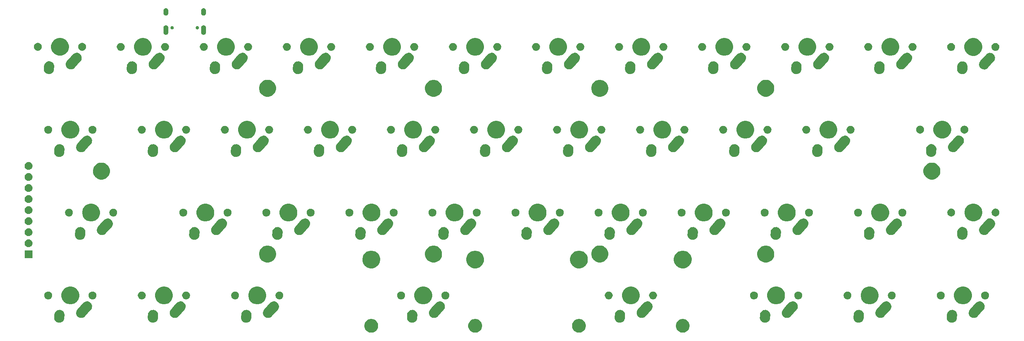
<source format=gbr>
G04 #@! TF.GenerationSoftware,KiCad,Pcbnew,(5.0.2)-1*
G04 #@! TF.CreationDate,2019-04-19T09:09:22-07:00*
G04 #@! TF.ProjectId,AngularRGB,416e6775-6c61-4725-9247-422e6b696361,v1.0*
G04 #@! TF.SameCoordinates,Original*
G04 #@! TF.FileFunction,Soldermask,Top*
G04 #@! TF.FilePolarity,Negative*
%FSLAX46Y46*%
G04 Gerber Fmt 4.6, Leading zero omitted, Abs format (unit mm)*
G04 Created by KiCad (PCBNEW (5.0.2)-1) date 2019-04-19 9:09:22 AM*
%MOMM*%
%LPD*%
G01*
G04 APERTURE LIST*
%ADD10C,0.100000*%
G04 APERTURE END LIST*
D10*
G36*
X139949965Y-126129734D02*
X140222911Y-126184026D01*
X140324160Y-126225965D01*
X140509541Y-126302752D01*
X140767507Y-126475119D01*
X140986881Y-126694493D01*
X141159248Y-126952459D01*
X141277974Y-127239090D01*
X141338500Y-127543375D01*
X141338500Y-127853625D01*
X141277974Y-128157910D01*
X141159248Y-128444541D01*
X140986881Y-128702507D01*
X140767507Y-128921881D01*
X140509541Y-129094248D01*
X140341637Y-129163796D01*
X140222911Y-129212974D01*
X139918625Y-129273500D01*
X139608375Y-129273500D01*
X139304089Y-129212974D01*
X139185363Y-129163796D01*
X139017459Y-129094248D01*
X138759493Y-128921881D01*
X138540119Y-128702507D01*
X138367752Y-128444541D01*
X138249026Y-128157910D01*
X138188500Y-127853625D01*
X138188500Y-127543375D01*
X138249026Y-127239090D01*
X138367752Y-126952459D01*
X138540119Y-126694493D01*
X138759493Y-126475119D01*
X139017459Y-126302752D01*
X139202840Y-126225965D01*
X139304089Y-126184026D01*
X139577035Y-126129734D01*
X139608375Y-126123500D01*
X139918625Y-126123500D01*
X139949965Y-126129734D01*
X139949965Y-126129734D01*
G37*
G36*
X116137465Y-126129734D02*
X116410411Y-126184026D01*
X116511660Y-126225965D01*
X116697041Y-126302752D01*
X116955007Y-126475119D01*
X117174381Y-126694493D01*
X117346748Y-126952459D01*
X117465474Y-127239090D01*
X117526000Y-127543375D01*
X117526000Y-127853625D01*
X117465474Y-128157910D01*
X117346748Y-128444541D01*
X117174381Y-128702507D01*
X116955007Y-128921881D01*
X116697041Y-129094248D01*
X116529137Y-129163796D01*
X116410411Y-129212974D01*
X116106125Y-129273500D01*
X115795875Y-129273500D01*
X115491589Y-129212974D01*
X115372863Y-129163796D01*
X115204959Y-129094248D01*
X114946993Y-128921881D01*
X114727619Y-128702507D01*
X114555252Y-128444541D01*
X114436526Y-128157910D01*
X114376000Y-127853625D01*
X114376000Y-127543375D01*
X114436526Y-127239090D01*
X114555252Y-126952459D01*
X114727619Y-126694493D01*
X114946993Y-126475119D01*
X115204959Y-126302752D01*
X115390340Y-126225965D01*
X115491589Y-126184026D01*
X115764535Y-126129734D01*
X115795875Y-126123500D01*
X116106125Y-126123500D01*
X116137465Y-126129734D01*
X116137465Y-126129734D01*
G37*
G36*
X187574965Y-126129734D02*
X187847911Y-126184026D01*
X187949160Y-126225965D01*
X188134541Y-126302752D01*
X188392507Y-126475119D01*
X188611881Y-126694493D01*
X188784248Y-126952459D01*
X188902974Y-127239090D01*
X188963500Y-127543375D01*
X188963500Y-127853625D01*
X188902974Y-128157910D01*
X188784248Y-128444541D01*
X188611881Y-128702507D01*
X188392507Y-128921881D01*
X188134541Y-129094248D01*
X187966637Y-129163796D01*
X187847911Y-129212974D01*
X187543625Y-129273500D01*
X187233375Y-129273500D01*
X186929089Y-129212974D01*
X186810363Y-129163796D01*
X186642459Y-129094248D01*
X186384493Y-128921881D01*
X186165119Y-128702507D01*
X185992752Y-128444541D01*
X185874026Y-128157910D01*
X185813500Y-127853625D01*
X185813500Y-127543375D01*
X185874026Y-127239090D01*
X185992752Y-126952459D01*
X186165119Y-126694493D01*
X186384493Y-126475119D01*
X186642459Y-126302752D01*
X186827840Y-126225965D01*
X186929089Y-126184026D01*
X187202035Y-126129734D01*
X187233375Y-126123500D01*
X187543625Y-126123500D01*
X187574965Y-126129734D01*
X187574965Y-126129734D01*
G37*
G36*
X163762465Y-126129734D02*
X164035411Y-126184026D01*
X164136660Y-126225965D01*
X164322041Y-126302752D01*
X164580007Y-126475119D01*
X164799381Y-126694493D01*
X164971748Y-126952459D01*
X165090474Y-127239090D01*
X165151000Y-127543375D01*
X165151000Y-127853625D01*
X165090474Y-128157910D01*
X164971748Y-128444541D01*
X164799381Y-128702507D01*
X164580007Y-128921881D01*
X164322041Y-129094248D01*
X164154137Y-129163796D01*
X164035411Y-129212974D01*
X163731125Y-129273500D01*
X163420875Y-129273500D01*
X163116589Y-129212974D01*
X162997863Y-129163796D01*
X162829959Y-129094248D01*
X162571993Y-128921881D01*
X162352619Y-128702507D01*
X162180252Y-128444541D01*
X162061526Y-128157910D01*
X162001000Y-127853625D01*
X162001000Y-127543375D01*
X162061526Y-127239090D01*
X162180252Y-126952459D01*
X162352619Y-126694493D01*
X162571993Y-126475119D01*
X162829959Y-126302752D01*
X163015340Y-126225965D01*
X163116589Y-126184026D01*
X163389535Y-126129734D01*
X163420875Y-126123500D01*
X163731125Y-126123500D01*
X163762465Y-126129734D01*
X163762465Y-126129734D01*
G37*
G36*
X66199230Y-124073124D02*
X66415755Y-124155461D01*
X66612057Y-124278459D01*
X66780590Y-124437389D01*
X66914880Y-124626145D01*
X67009765Y-124837473D01*
X67061598Y-125063251D01*
X67066688Y-125236777D01*
X67025907Y-125828093D01*
X67025796Y-125829704D01*
X67025500Y-125838304D01*
X67025500Y-125909326D01*
X67024149Y-125916120D01*
X67006617Y-126004255D01*
X67005961Y-126007827D01*
X66989876Y-126103230D01*
X66987414Y-126109704D01*
X66981661Y-126129720D01*
X66980307Y-126136527D01*
X66980305Y-126136531D01*
X66943261Y-126225965D01*
X66941909Y-126229370D01*
X66907538Y-126319755D01*
X66903864Y-126325619D01*
X66894309Y-126344144D01*
X66891658Y-126350545D01*
X66837871Y-126431043D01*
X66835909Y-126434075D01*
X66784541Y-126516057D01*
X66779791Y-126521094D01*
X66766807Y-126537397D01*
X66762957Y-126543159D01*
X66694495Y-126611621D01*
X66692009Y-126614180D01*
X66625611Y-126684590D01*
X66619968Y-126688605D01*
X66604059Y-126702057D01*
X66599159Y-126706957D01*
X66518645Y-126760755D01*
X66515681Y-126762800D01*
X66436855Y-126818880D01*
X66430538Y-126821716D01*
X66412309Y-126831807D01*
X66406548Y-126835656D01*
X66406545Y-126835658D01*
X66317061Y-126872724D01*
X66313847Y-126874110D01*
X66225527Y-126913765D01*
X66218779Y-126915314D01*
X66198934Y-126921653D01*
X66192527Y-126924307D01*
X66156772Y-126931419D01*
X66097582Y-126943193D01*
X66094021Y-126943956D01*
X65999749Y-126965598D01*
X65992839Y-126965801D01*
X65972131Y-126968146D01*
X65965326Y-126969500D01*
X65868527Y-126969500D01*
X65864863Y-126969554D01*
X65768198Y-126972389D01*
X65768197Y-126972389D01*
X65761382Y-126971240D01*
X65740600Y-126969500D01*
X65733673Y-126969500D01*
X65638743Y-126950617D01*
X65635154Y-126949958D01*
X65578486Y-126940404D01*
X65539775Y-126933877D01*
X65539774Y-126933877D01*
X65539770Y-126933876D01*
X65533296Y-126931414D01*
X65513280Y-126925661D01*
X65506473Y-126924307D01*
X65463222Y-126906392D01*
X65417035Y-126887261D01*
X65413630Y-126885909D01*
X65378905Y-126872704D01*
X65323245Y-126851538D01*
X65317381Y-126847864D01*
X65298860Y-126838311D01*
X65292455Y-126835658D01*
X65211957Y-126781871D01*
X65208925Y-126779909D01*
X65126943Y-126728541D01*
X65121906Y-126723791D01*
X65105603Y-126710807D01*
X65099841Y-126706957D01*
X65031379Y-126638495D01*
X65028820Y-126636009D01*
X64958410Y-126569611D01*
X64954395Y-126563968D01*
X64940943Y-126548059D01*
X64936043Y-126543159D01*
X64882245Y-126462645D01*
X64880200Y-126459681D01*
X64824120Y-126380855D01*
X64821284Y-126374538D01*
X64811193Y-126356309D01*
X64807344Y-126350548D01*
X64807342Y-126350545D01*
X64770276Y-126261061D01*
X64768890Y-126257847D01*
X64729235Y-126169527D01*
X64727686Y-126162779D01*
X64721347Y-126142934D01*
X64718693Y-126136527D01*
X64699807Y-126041582D01*
X64699040Y-126038000D01*
X64677402Y-125943749D01*
X64677199Y-125936840D01*
X64674853Y-125916127D01*
X64673500Y-125909326D01*
X64673500Y-125812515D01*
X64673447Y-125808915D01*
X64672312Y-125770223D01*
X64673205Y-125757274D01*
X64673500Y-125748704D01*
X64673500Y-125677674D01*
X64679896Y-125645520D01*
X64682000Y-125629748D01*
X64720262Y-125074955D01*
X64749124Y-124903770D01*
X64831462Y-124687245D01*
X64954459Y-124490943D01*
X65113389Y-124322410D01*
X65302145Y-124188120D01*
X65513473Y-124093235D01*
X65739251Y-124041401D01*
X65970802Y-124034610D01*
X66199230Y-124073124D01*
X66199230Y-124073124D01*
G37*
G36*
X228060730Y-124073124D02*
X228277255Y-124155461D01*
X228473557Y-124278459D01*
X228642090Y-124437389D01*
X228776380Y-124626145D01*
X228871265Y-124837473D01*
X228923098Y-125063251D01*
X228928188Y-125236777D01*
X228887407Y-125828093D01*
X228887296Y-125829704D01*
X228887000Y-125838304D01*
X228887000Y-125909326D01*
X228885649Y-125916120D01*
X228868117Y-126004255D01*
X228867461Y-126007827D01*
X228851376Y-126103230D01*
X228848914Y-126109704D01*
X228843161Y-126129720D01*
X228841807Y-126136527D01*
X228841805Y-126136531D01*
X228804761Y-126225965D01*
X228803409Y-126229370D01*
X228769038Y-126319755D01*
X228765364Y-126325619D01*
X228755809Y-126344144D01*
X228753158Y-126350545D01*
X228699371Y-126431043D01*
X228697409Y-126434075D01*
X228646041Y-126516057D01*
X228641291Y-126521094D01*
X228628307Y-126537397D01*
X228624457Y-126543159D01*
X228555995Y-126611621D01*
X228553509Y-126614180D01*
X228487111Y-126684590D01*
X228481468Y-126688605D01*
X228465559Y-126702057D01*
X228460659Y-126706957D01*
X228380145Y-126760755D01*
X228377181Y-126762800D01*
X228298355Y-126818880D01*
X228292038Y-126821716D01*
X228273809Y-126831807D01*
X228268048Y-126835656D01*
X228268045Y-126835658D01*
X228178561Y-126872724D01*
X228175347Y-126874110D01*
X228087027Y-126913765D01*
X228080279Y-126915314D01*
X228060434Y-126921653D01*
X228054027Y-126924307D01*
X228018272Y-126931419D01*
X227959082Y-126943193D01*
X227955521Y-126943956D01*
X227861249Y-126965598D01*
X227854339Y-126965801D01*
X227833631Y-126968146D01*
X227826826Y-126969500D01*
X227730027Y-126969500D01*
X227726363Y-126969554D01*
X227629698Y-126972389D01*
X227629697Y-126972389D01*
X227622882Y-126971240D01*
X227602100Y-126969500D01*
X227595173Y-126969500D01*
X227500243Y-126950617D01*
X227496654Y-126949958D01*
X227439986Y-126940404D01*
X227401275Y-126933877D01*
X227401274Y-126933877D01*
X227401270Y-126933876D01*
X227394796Y-126931414D01*
X227374780Y-126925661D01*
X227367973Y-126924307D01*
X227324722Y-126906392D01*
X227278535Y-126887261D01*
X227275130Y-126885909D01*
X227240405Y-126872704D01*
X227184745Y-126851538D01*
X227178881Y-126847864D01*
X227160360Y-126838311D01*
X227153955Y-126835658D01*
X227073457Y-126781871D01*
X227070425Y-126779909D01*
X226988443Y-126728541D01*
X226983406Y-126723791D01*
X226967103Y-126710807D01*
X226961341Y-126706957D01*
X226892879Y-126638495D01*
X226890320Y-126636009D01*
X226819910Y-126569611D01*
X226815895Y-126563968D01*
X226802443Y-126548059D01*
X226797543Y-126543159D01*
X226743745Y-126462645D01*
X226741700Y-126459681D01*
X226685620Y-126380855D01*
X226682784Y-126374538D01*
X226672693Y-126356309D01*
X226668844Y-126350548D01*
X226668842Y-126350545D01*
X226631776Y-126261061D01*
X226630390Y-126257847D01*
X226590735Y-126169527D01*
X226589186Y-126162779D01*
X226582847Y-126142934D01*
X226580193Y-126136527D01*
X226561307Y-126041582D01*
X226560540Y-126038000D01*
X226538902Y-125943749D01*
X226538699Y-125936840D01*
X226536353Y-125916127D01*
X226535000Y-125909326D01*
X226535000Y-125812515D01*
X226534947Y-125808915D01*
X226533812Y-125770223D01*
X226534705Y-125757274D01*
X226535000Y-125748704D01*
X226535000Y-125677674D01*
X226541396Y-125645520D01*
X226543500Y-125629748D01*
X226581762Y-125074955D01*
X226610624Y-124903770D01*
X226692962Y-124687245D01*
X226815959Y-124490943D01*
X226974889Y-124322410D01*
X227163645Y-124188120D01*
X227374973Y-124093235D01*
X227600751Y-124041401D01*
X227832302Y-124034610D01*
X228060730Y-124073124D01*
X228060730Y-124073124D01*
G37*
G36*
X44736230Y-124073124D02*
X44952755Y-124155461D01*
X45149057Y-124278459D01*
X45317590Y-124437389D01*
X45451880Y-124626145D01*
X45546765Y-124837473D01*
X45598598Y-125063251D01*
X45603688Y-125236777D01*
X45562907Y-125828093D01*
X45562796Y-125829704D01*
X45562500Y-125838304D01*
X45562500Y-125909326D01*
X45561149Y-125916120D01*
X45543617Y-126004255D01*
X45542961Y-126007827D01*
X45526876Y-126103230D01*
X45524414Y-126109704D01*
X45518661Y-126129720D01*
X45517307Y-126136527D01*
X45517305Y-126136531D01*
X45480261Y-126225965D01*
X45478909Y-126229370D01*
X45444538Y-126319755D01*
X45440864Y-126325619D01*
X45431309Y-126344144D01*
X45428658Y-126350545D01*
X45374871Y-126431043D01*
X45372909Y-126434075D01*
X45321541Y-126516057D01*
X45316791Y-126521094D01*
X45303807Y-126537397D01*
X45299957Y-126543159D01*
X45231495Y-126611621D01*
X45229009Y-126614180D01*
X45162611Y-126684590D01*
X45156968Y-126688605D01*
X45141059Y-126702057D01*
X45136159Y-126706957D01*
X45055645Y-126760755D01*
X45052681Y-126762800D01*
X44973855Y-126818880D01*
X44967538Y-126821716D01*
X44949309Y-126831807D01*
X44943548Y-126835656D01*
X44943545Y-126835658D01*
X44854061Y-126872724D01*
X44850847Y-126874110D01*
X44762527Y-126913765D01*
X44755779Y-126915314D01*
X44735934Y-126921653D01*
X44729527Y-126924307D01*
X44693772Y-126931419D01*
X44634582Y-126943193D01*
X44631021Y-126943956D01*
X44536749Y-126965598D01*
X44529839Y-126965801D01*
X44509131Y-126968146D01*
X44502326Y-126969500D01*
X44405527Y-126969500D01*
X44401863Y-126969554D01*
X44305198Y-126972389D01*
X44305197Y-126972389D01*
X44298382Y-126971240D01*
X44277600Y-126969500D01*
X44270673Y-126969500D01*
X44175743Y-126950617D01*
X44172154Y-126949958D01*
X44115486Y-126940404D01*
X44076775Y-126933877D01*
X44076774Y-126933877D01*
X44076770Y-126933876D01*
X44070296Y-126931414D01*
X44050280Y-126925661D01*
X44043473Y-126924307D01*
X44000222Y-126906392D01*
X43954035Y-126887261D01*
X43950630Y-126885909D01*
X43915905Y-126872704D01*
X43860245Y-126851538D01*
X43854381Y-126847864D01*
X43835860Y-126838311D01*
X43829455Y-126835658D01*
X43748957Y-126781871D01*
X43745925Y-126779909D01*
X43663943Y-126728541D01*
X43658906Y-126723791D01*
X43642603Y-126710807D01*
X43636841Y-126706957D01*
X43568379Y-126638495D01*
X43565820Y-126636009D01*
X43495410Y-126569611D01*
X43491395Y-126563968D01*
X43477943Y-126548059D01*
X43473043Y-126543159D01*
X43419245Y-126462645D01*
X43417200Y-126459681D01*
X43361120Y-126380855D01*
X43358284Y-126374538D01*
X43348193Y-126356309D01*
X43344344Y-126350548D01*
X43344342Y-126350545D01*
X43307276Y-126261061D01*
X43305890Y-126257847D01*
X43266235Y-126169527D01*
X43264686Y-126162779D01*
X43258347Y-126142934D01*
X43255693Y-126136527D01*
X43236807Y-126041582D01*
X43236040Y-126038000D01*
X43214402Y-125943749D01*
X43214199Y-125936840D01*
X43211853Y-125916127D01*
X43210500Y-125909326D01*
X43210500Y-125812515D01*
X43210447Y-125808915D01*
X43209312Y-125770223D01*
X43210205Y-125757274D01*
X43210500Y-125748704D01*
X43210500Y-125677674D01*
X43216896Y-125645520D01*
X43219000Y-125629748D01*
X43257262Y-125074955D01*
X43286124Y-124903770D01*
X43368462Y-124687245D01*
X43491459Y-124490943D01*
X43650389Y-124322410D01*
X43839145Y-124188120D01*
X44050473Y-124093235D01*
X44276251Y-124041401D01*
X44507802Y-124034610D01*
X44736230Y-124073124D01*
X44736230Y-124073124D01*
G37*
G36*
X87598730Y-124073124D02*
X87815255Y-124155461D01*
X88011557Y-124278459D01*
X88180090Y-124437389D01*
X88314380Y-124626145D01*
X88409265Y-124837473D01*
X88461098Y-125063251D01*
X88466188Y-125236777D01*
X88425407Y-125828093D01*
X88425296Y-125829704D01*
X88425000Y-125838304D01*
X88425000Y-125909326D01*
X88423649Y-125916120D01*
X88406117Y-126004255D01*
X88405461Y-126007827D01*
X88389376Y-126103230D01*
X88386914Y-126109704D01*
X88381161Y-126129720D01*
X88379807Y-126136527D01*
X88379805Y-126136531D01*
X88342761Y-126225965D01*
X88341409Y-126229370D01*
X88307038Y-126319755D01*
X88303364Y-126325619D01*
X88293809Y-126344144D01*
X88291158Y-126350545D01*
X88237371Y-126431043D01*
X88235409Y-126434075D01*
X88184041Y-126516057D01*
X88179291Y-126521094D01*
X88166307Y-126537397D01*
X88162457Y-126543159D01*
X88093995Y-126611621D01*
X88091509Y-126614180D01*
X88025111Y-126684590D01*
X88019468Y-126688605D01*
X88003559Y-126702057D01*
X87998659Y-126706957D01*
X87918145Y-126760755D01*
X87915181Y-126762800D01*
X87836355Y-126818880D01*
X87830038Y-126821716D01*
X87811809Y-126831807D01*
X87806048Y-126835656D01*
X87806045Y-126835658D01*
X87716561Y-126872724D01*
X87713347Y-126874110D01*
X87625027Y-126913765D01*
X87618279Y-126915314D01*
X87598434Y-126921653D01*
X87592027Y-126924307D01*
X87556272Y-126931419D01*
X87497082Y-126943193D01*
X87493521Y-126943956D01*
X87399249Y-126965598D01*
X87392339Y-126965801D01*
X87371631Y-126968146D01*
X87364826Y-126969500D01*
X87268027Y-126969500D01*
X87264363Y-126969554D01*
X87167698Y-126972389D01*
X87167697Y-126972389D01*
X87160882Y-126971240D01*
X87140100Y-126969500D01*
X87133173Y-126969500D01*
X87038243Y-126950617D01*
X87034654Y-126949958D01*
X86977986Y-126940404D01*
X86939275Y-126933877D01*
X86939274Y-126933877D01*
X86939270Y-126933876D01*
X86932796Y-126931414D01*
X86912780Y-126925661D01*
X86905973Y-126924307D01*
X86862722Y-126906392D01*
X86816535Y-126887261D01*
X86813130Y-126885909D01*
X86778405Y-126872704D01*
X86722745Y-126851538D01*
X86716881Y-126847864D01*
X86698360Y-126838311D01*
X86691955Y-126835658D01*
X86611457Y-126781871D01*
X86608425Y-126779909D01*
X86526443Y-126728541D01*
X86521406Y-126723791D01*
X86505103Y-126710807D01*
X86499341Y-126706957D01*
X86430879Y-126638495D01*
X86428320Y-126636009D01*
X86357910Y-126569611D01*
X86353895Y-126563968D01*
X86340443Y-126548059D01*
X86335543Y-126543159D01*
X86281745Y-126462645D01*
X86279700Y-126459681D01*
X86223620Y-126380855D01*
X86220784Y-126374538D01*
X86210693Y-126356309D01*
X86206844Y-126350548D01*
X86206842Y-126350545D01*
X86169776Y-126261061D01*
X86168390Y-126257847D01*
X86128735Y-126169527D01*
X86127186Y-126162779D01*
X86120847Y-126142934D01*
X86118193Y-126136527D01*
X86099307Y-126041582D01*
X86098540Y-126038000D01*
X86076902Y-125943749D01*
X86076699Y-125936840D01*
X86074353Y-125916127D01*
X86073000Y-125909326D01*
X86073000Y-125812515D01*
X86072947Y-125808915D01*
X86071812Y-125770223D01*
X86072705Y-125757274D01*
X86073000Y-125748704D01*
X86073000Y-125677674D01*
X86079396Y-125645520D01*
X86081500Y-125629748D01*
X86119762Y-125074955D01*
X86148624Y-124903770D01*
X86230962Y-124687245D01*
X86353959Y-124490943D01*
X86512889Y-124322410D01*
X86701645Y-124188120D01*
X86912973Y-124093235D01*
X87138751Y-124041401D01*
X87370302Y-124034610D01*
X87598730Y-124073124D01*
X87598730Y-124073124D01*
G37*
G36*
X206597730Y-124073124D02*
X206814255Y-124155461D01*
X207010557Y-124278459D01*
X207179090Y-124437389D01*
X207313380Y-124626145D01*
X207408265Y-124837473D01*
X207460098Y-125063251D01*
X207465188Y-125236777D01*
X207424407Y-125828093D01*
X207424296Y-125829704D01*
X207424000Y-125838304D01*
X207424000Y-125909326D01*
X207422649Y-125916120D01*
X207405117Y-126004255D01*
X207404461Y-126007827D01*
X207388376Y-126103230D01*
X207385914Y-126109704D01*
X207380161Y-126129720D01*
X207378807Y-126136527D01*
X207378805Y-126136531D01*
X207341761Y-126225965D01*
X207340409Y-126229370D01*
X207306038Y-126319755D01*
X207302364Y-126325619D01*
X207292809Y-126344144D01*
X207290158Y-126350545D01*
X207236371Y-126431043D01*
X207234409Y-126434075D01*
X207183041Y-126516057D01*
X207178291Y-126521094D01*
X207165307Y-126537397D01*
X207161457Y-126543159D01*
X207092995Y-126611621D01*
X207090509Y-126614180D01*
X207024111Y-126684590D01*
X207018468Y-126688605D01*
X207002559Y-126702057D01*
X206997659Y-126706957D01*
X206917145Y-126760755D01*
X206914181Y-126762800D01*
X206835355Y-126818880D01*
X206829038Y-126821716D01*
X206810809Y-126831807D01*
X206805048Y-126835656D01*
X206805045Y-126835658D01*
X206715561Y-126872724D01*
X206712347Y-126874110D01*
X206624027Y-126913765D01*
X206617279Y-126915314D01*
X206597434Y-126921653D01*
X206591027Y-126924307D01*
X206555272Y-126931419D01*
X206496082Y-126943193D01*
X206492521Y-126943956D01*
X206398249Y-126965598D01*
X206391339Y-126965801D01*
X206370631Y-126968146D01*
X206363826Y-126969500D01*
X206267027Y-126969500D01*
X206263363Y-126969554D01*
X206166698Y-126972389D01*
X206166697Y-126972389D01*
X206159882Y-126971240D01*
X206139100Y-126969500D01*
X206132173Y-126969500D01*
X206037243Y-126950617D01*
X206033654Y-126949958D01*
X205976986Y-126940404D01*
X205938275Y-126933877D01*
X205938274Y-126933877D01*
X205938270Y-126933876D01*
X205931796Y-126931414D01*
X205911780Y-126925661D01*
X205904973Y-126924307D01*
X205861722Y-126906392D01*
X205815535Y-126887261D01*
X205812130Y-126885909D01*
X205777405Y-126872704D01*
X205721745Y-126851538D01*
X205715881Y-126847864D01*
X205697360Y-126838311D01*
X205690955Y-126835658D01*
X205610457Y-126781871D01*
X205607425Y-126779909D01*
X205525443Y-126728541D01*
X205520406Y-126723791D01*
X205504103Y-126710807D01*
X205498341Y-126706957D01*
X205429879Y-126638495D01*
X205427320Y-126636009D01*
X205356910Y-126569611D01*
X205352895Y-126563968D01*
X205339443Y-126548059D01*
X205334543Y-126543159D01*
X205280745Y-126462645D01*
X205278700Y-126459681D01*
X205222620Y-126380855D01*
X205219784Y-126374538D01*
X205209693Y-126356309D01*
X205205844Y-126350548D01*
X205205842Y-126350545D01*
X205168776Y-126261061D01*
X205167390Y-126257847D01*
X205127735Y-126169527D01*
X205126186Y-126162779D01*
X205119847Y-126142934D01*
X205117193Y-126136527D01*
X205098307Y-126041582D01*
X205097540Y-126038000D01*
X205075902Y-125943749D01*
X205075699Y-125936840D01*
X205073353Y-125916127D01*
X205072000Y-125909326D01*
X205072000Y-125812515D01*
X205071947Y-125808915D01*
X205070812Y-125770223D01*
X205071705Y-125757274D01*
X205072000Y-125748704D01*
X205072000Y-125677674D01*
X205078396Y-125645520D01*
X205080500Y-125629748D01*
X205118762Y-125074955D01*
X205147624Y-124903770D01*
X205229962Y-124687245D01*
X205352959Y-124490943D01*
X205511889Y-124322410D01*
X205700645Y-124188120D01*
X205911973Y-124093235D01*
X206137751Y-124041401D01*
X206369302Y-124034610D01*
X206597730Y-124073124D01*
X206597730Y-124073124D01*
G37*
G36*
X249460230Y-124073124D02*
X249676755Y-124155461D01*
X249873057Y-124278459D01*
X250041590Y-124437389D01*
X250175880Y-124626145D01*
X250270765Y-124837473D01*
X250322598Y-125063251D01*
X250327688Y-125236777D01*
X250286907Y-125828093D01*
X250286796Y-125829704D01*
X250286500Y-125838304D01*
X250286500Y-125909326D01*
X250285149Y-125916120D01*
X250267617Y-126004255D01*
X250266961Y-126007827D01*
X250250876Y-126103230D01*
X250248414Y-126109704D01*
X250242661Y-126129720D01*
X250241307Y-126136527D01*
X250241305Y-126136531D01*
X250204261Y-126225965D01*
X250202909Y-126229370D01*
X250168538Y-126319755D01*
X250164864Y-126325619D01*
X250155309Y-126344144D01*
X250152658Y-126350545D01*
X250098871Y-126431043D01*
X250096909Y-126434075D01*
X250045541Y-126516057D01*
X250040791Y-126521094D01*
X250027807Y-126537397D01*
X250023957Y-126543159D01*
X249955495Y-126611621D01*
X249953009Y-126614180D01*
X249886611Y-126684590D01*
X249880968Y-126688605D01*
X249865059Y-126702057D01*
X249860159Y-126706957D01*
X249779645Y-126760755D01*
X249776681Y-126762800D01*
X249697855Y-126818880D01*
X249691538Y-126821716D01*
X249673309Y-126831807D01*
X249667548Y-126835656D01*
X249667545Y-126835658D01*
X249578061Y-126872724D01*
X249574847Y-126874110D01*
X249486527Y-126913765D01*
X249479779Y-126915314D01*
X249459934Y-126921653D01*
X249453527Y-126924307D01*
X249417772Y-126931419D01*
X249358582Y-126943193D01*
X249355021Y-126943956D01*
X249260749Y-126965598D01*
X249253839Y-126965801D01*
X249233131Y-126968146D01*
X249226326Y-126969500D01*
X249129527Y-126969500D01*
X249125863Y-126969554D01*
X249029198Y-126972389D01*
X249029197Y-126972389D01*
X249022382Y-126971240D01*
X249001600Y-126969500D01*
X248994673Y-126969500D01*
X248899743Y-126950617D01*
X248896154Y-126949958D01*
X248839486Y-126940404D01*
X248800775Y-126933877D01*
X248800774Y-126933877D01*
X248800770Y-126933876D01*
X248794296Y-126931414D01*
X248774280Y-126925661D01*
X248767473Y-126924307D01*
X248724222Y-126906392D01*
X248678035Y-126887261D01*
X248674630Y-126885909D01*
X248639905Y-126872704D01*
X248584245Y-126851538D01*
X248578381Y-126847864D01*
X248559860Y-126838311D01*
X248553455Y-126835658D01*
X248472957Y-126781871D01*
X248469925Y-126779909D01*
X248387943Y-126728541D01*
X248382906Y-126723791D01*
X248366603Y-126710807D01*
X248360841Y-126706957D01*
X248292379Y-126638495D01*
X248289820Y-126636009D01*
X248219410Y-126569611D01*
X248215395Y-126563968D01*
X248201943Y-126548059D01*
X248197043Y-126543159D01*
X248143245Y-126462645D01*
X248141200Y-126459681D01*
X248085120Y-126380855D01*
X248082284Y-126374538D01*
X248072193Y-126356309D01*
X248068344Y-126350548D01*
X248068342Y-126350545D01*
X248031276Y-126261061D01*
X248029890Y-126257847D01*
X247990235Y-126169527D01*
X247988686Y-126162779D01*
X247982347Y-126142934D01*
X247979693Y-126136527D01*
X247960807Y-126041582D01*
X247960040Y-126038000D01*
X247938402Y-125943749D01*
X247938199Y-125936840D01*
X247935853Y-125916127D01*
X247934500Y-125909326D01*
X247934500Y-125812515D01*
X247934447Y-125808915D01*
X247933312Y-125770223D01*
X247934205Y-125757274D01*
X247934500Y-125748704D01*
X247934500Y-125677674D01*
X247940896Y-125645520D01*
X247943000Y-125629748D01*
X247981262Y-125074955D01*
X248010124Y-124903770D01*
X248092462Y-124687245D01*
X248215459Y-124490943D01*
X248374389Y-124322410D01*
X248563145Y-124188120D01*
X248774473Y-124093235D01*
X249000251Y-124041401D01*
X249231802Y-124034610D01*
X249460230Y-124073124D01*
X249460230Y-124073124D01*
G37*
G36*
X173291980Y-124073124D02*
X173508505Y-124155461D01*
X173704807Y-124278459D01*
X173873340Y-124437389D01*
X174007630Y-124626145D01*
X174102515Y-124837473D01*
X174154348Y-125063251D01*
X174159438Y-125236777D01*
X174118657Y-125828093D01*
X174118546Y-125829704D01*
X174118250Y-125838304D01*
X174118250Y-125909326D01*
X174116899Y-125916120D01*
X174099367Y-126004255D01*
X174098711Y-126007827D01*
X174082626Y-126103230D01*
X174080164Y-126109704D01*
X174074411Y-126129720D01*
X174073057Y-126136527D01*
X174073055Y-126136531D01*
X174036011Y-126225965D01*
X174034659Y-126229370D01*
X174000288Y-126319755D01*
X173996614Y-126325619D01*
X173987059Y-126344144D01*
X173984408Y-126350545D01*
X173930621Y-126431043D01*
X173928659Y-126434075D01*
X173877291Y-126516057D01*
X173872541Y-126521094D01*
X173859557Y-126537397D01*
X173855707Y-126543159D01*
X173787245Y-126611621D01*
X173784759Y-126614180D01*
X173718361Y-126684590D01*
X173712718Y-126688605D01*
X173696809Y-126702057D01*
X173691909Y-126706957D01*
X173611395Y-126760755D01*
X173608431Y-126762800D01*
X173529605Y-126818880D01*
X173523288Y-126821716D01*
X173505059Y-126831807D01*
X173499298Y-126835656D01*
X173499295Y-126835658D01*
X173409811Y-126872724D01*
X173406597Y-126874110D01*
X173318277Y-126913765D01*
X173311529Y-126915314D01*
X173291684Y-126921653D01*
X173285277Y-126924307D01*
X173249522Y-126931419D01*
X173190332Y-126943193D01*
X173186771Y-126943956D01*
X173092499Y-126965598D01*
X173085589Y-126965801D01*
X173064881Y-126968146D01*
X173058076Y-126969500D01*
X172961277Y-126969500D01*
X172957613Y-126969554D01*
X172860948Y-126972389D01*
X172860947Y-126972389D01*
X172854132Y-126971240D01*
X172833350Y-126969500D01*
X172826423Y-126969500D01*
X172731493Y-126950617D01*
X172727904Y-126949958D01*
X172671236Y-126940404D01*
X172632525Y-126933877D01*
X172632524Y-126933877D01*
X172632520Y-126933876D01*
X172626046Y-126931414D01*
X172606030Y-126925661D01*
X172599223Y-126924307D01*
X172555972Y-126906392D01*
X172509785Y-126887261D01*
X172506380Y-126885909D01*
X172471655Y-126872704D01*
X172415995Y-126851538D01*
X172410131Y-126847864D01*
X172391610Y-126838311D01*
X172385205Y-126835658D01*
X172304707Y-126781871D01*
X172301675Y-126779909D01*
X172219693Y-126728541D01*
X172214656Y-126723791D01*
X172198353Y-126710807D01*
X172192591Y-126706957D01*
X172124129Y-126638495D01*
X172121570Y-126636009D01*
X172051160Y-126569611D01*
X172047145Y-126563968D01*
X172033693Y-126548059D01*
X172028793Y-126543159D01*
X171974995Y-126462645D01*
X171972950Y-126459681D01*
X171916870Y-126380855D01*
X171914034Y-126374538D01*
X171903943Y-126356309D01*
X171900094Y-126350548D01*
X171900092Y-126350545D01*
X171863026Y-126261061D01*
X171861640Y-126257847D01*
X171821985Y-126169527D01*
X171820436Y-126162779D01*
X171814097Y-126142934D01*
X171811443Y-126136527D01*
X171792557Y-126041582D01*
X171791790Y-126038000D01*
X171770152Y-125943749D01*
X171769949Y-125936840D01*
X171767603Y-125916127D01*
X171766250Y-125909326D01*
X171766250Y-125812515D01*
X171766197Y-125808915D01*
X171765062Y-125770223D01*
X171765955Y-125757274D01*
X171766250Y-125748704D01*
X171766250Y-125677674D01*
X171772646Y-125645520D01*
X171774750Y-125629748D01*
X171813012Y-125074955D01*
X171841874Y-124903770D01*
X171924212Y-124687245D01*
X172047209Y-124490943D01*
X172206139Y-124322410D01*
X172394895Y-124188120D01*
X172606223Y-124093235D01*
X172832001Y-124041401D01*
X173063552Y-124034610D01*
X173291980Y-124073124D01*
X173291980Y-124073124D01*
G37*
G36*
X125666980Y-124073124D02*
X125883505Y-124155461D01*
X126079807Y-124278459D01*
X126248340Y-124437389D01*
X126382630Y-124626145D01*
X126477515Y-124837473D01*
X126529348Y-125063251D01*
X126534438Y-125236777D01*
X126493657Y-125828093D01*
X126493546Y-125829704D01*
X126493250Y-125838304D01*
X126493250Y-125909326D01*
X126491899Y-125916120D01*
X126474367Y-126004255D01*
X126473711Y-126007827D01*
X126457626Y-126103230D01*
X126455164Y-126109704D01*
X126449411Y-126129720D01*
X126448057Y-126136527D01*
X126448055Y-126136531D01*
X126411011Y-126225965D01*
X126409659Y-126229370D01*
X126375288Y-126319755D01*
X126371614Y-126325619D01*
X126362059Y-126344144D01*
X126359408Y-126350545D01*
X126305621Y-126431043D01*
X126303659Y-126434075D01*
X126252291Y-126516057D01*
X126247541Y-126521094D01*
X126234557Y-126537397D01*
X126230707Y-126543159D01*
X126162245Y-126611621D01*
X126159759Y-126614180D01*
X126093361Y-126684590D01*
X126087718Y-126688605D01*
X126071809Y-126702057D01*
X126066909Y-126706957D01*
X125986395Y-126760755D01*
X125983431Y-126762800D01*
X125904605Y-126818880D01*
X125898288Y-126821716D01*
X125880059Y-126831807D01*
X125874298Y-126835656D01*
X125874295Y-126835658D01*
X125784811Y-126872724D01*
X125781597Y-126874110D01*
X125693277Y-126913765D01*
X125686529Y-126915314D01*
X125666684Y-126921653D01*
X125660277Y-126924307D01*
X125624522Y-126931419D01*
X125565332Y-126943193D01*
X125561771Y-126943956D01*
X125467499Y-126965598D01*
X125460589Y-126965801D01*
X125439881Y-126968146D01*
X125433076Y-126969500D01*
X125336277Y-126969500D01*
X125332613Y-126969554D01*
X125235948Y-126972389D01*
X125235947Y-126972389D01*
X125229132Y-126971240D01*
X125208350Y-126969500D01*
X125201423Y-126969500D01*
X125106493Y-126950617D01*
X125102904Y-126949958D01*
X125046236Y-126940404D01*
X125007525Y-126933877D01*
X125007524Y-126933877D01*
X125007520Y-126933876D01*
X125001046Y-126931414D01*
X124981030Y-126925661D01*
X124974223Y-126924307D01*
X124930972Y-126906392D01*
X124884785Y-126887261D01*
X124881380Y-126885909D01*
X124846655Y-126872704D01*
X124790995Y-126851538D01*
X124785131Y-126847864D01*
X124766610Y-126838311D01*
X124760205Y-126835658D01*
X124679707Y-126781871D01*
X124676675Y-126779909D01*
X124594693Y-126728541D01*
X124589656Y-126723791D01*
X124573353Y-126710807D01*
X124567591Y-126706957D01*
X124499129Y-126638495D01*
X124496570Y-126636009D01*
X124426160Y-126569611D01*
X124422145Y-126563968D01*
X124408693Y-126548059D01*
X124403793Y-126543159D01*
X124349995Y-126462645D01*
X124347950Y-126459681D01*
X124291870Y-126380855D01*
X124289034Y-126374538D01*
X124278943Y-126356309D01*
X124275094Y-126350548D01*
X124275092Y-126350545D01*
X124238026Y-126261061D01*
X124236640Y-126257847D01*
X124196985Y-126169527D01*
X124195436Y-126162779D01*
X124189097Y-126142934D01*
X124186443Y-126136527D01*
X124167557Y-126041582D01*
X124166790Y-126038000D01*
X124145152Y-125943749D01*
X124144949Y-125936840D01*
X124142603Y-125916127D01*
X124141250Y-125909326D01*
X124141250Y-125812515D01*
X124141197Y-125808915D01*
X124140062Y-125770223D01*
X124140955Y-125757274D01*
X124141250Y-125748704D01*
X124141250Y-125677674D01*
X124147646Y-125645520D01*
X124149750Y-125629748D01*
X124188012Y-125074955D01*
X124216874Y-124903770D01*
X124299212Y-124687245D01*
X124422209Y-124490943D01*
X124581139Y-124322410D01*
X124769895Y-124188120D01*
X124981223Y-124093235D01*
X125207001Y-124041401D01*
X125438552Y-124034610D01*
X125666980Y-124073124D01*
X125666980Y-124073124D01*
G37*
G36*
X179459779Y-122083746D02*
X179684768Y-122138906D01*
X179894673Y-122236899D01*
X180081427Y-122373960D01*
X180237852Y-122544820D01*
X180357939Y-122742916D01*
X180437073Y-122960632D01*
X180472211Y-123189603D01*
X180462004Y-123421030D01*
X180406844Y-123646019D01*
X180308851Y-123855923D01*
X180206137Y-123995877D01*
X180206134Y-123995881D01*
X180206132Y-123995883D01*
X178919461Y-125429882D01*
X178908568Y-125443911D01*
X178895709Y-125463156D01*
X178895706Y-125463160D01*
X178838688Y-125520178D01*
X178834038Y-125525086D01*
X178818973Y-125541876D01*
X178797513Y-125561523D01*
X178793558Y-125565308D01*
X178731907Y-125626959D01*
X178718110Y-125636178D01*
X178703154Y-125647910D01*
X178690929Y-125659102D01*
X178616410Y-125704276D01*
X178611800Y-125707212D01*
X178539295Y-125755658D01*
X178523961Y-125762010D01*
X178507019Y-125770590D01*
X178492834Y-125779189D01*
X178410961Y-125808947D01*
X178405833Y-125810940D01*
X178325277Y-125844307D01*
X178309003Y-125847544D01*
X178290695Y-125852660D01*
X178275117Y-125858322D01*
X178188972Y-125871542D01*
X178183588Y-125872491D01*
X178098077Y-125889500D01*
X178081480Y-125889500D01*
X178062548Y-125890944D01*
X178046146Y-125893461D01*
X177959034Y-125889619D01*
X177953621Y-125889500D01*
X177866424Y-125889500D01*
X177850145Y-125886262D01*
X177831298Y-125883985D01*
X177814721Y-125883254D01*
X177730049Y-125862495D01*
X177724741Y-125861318D01*
X177639223Y-125844307D01*
X177635112Y-125842604D01*
X177623894Y-125837958D01*
X177605826Y-125832039D01*
X177596303Y-125829704D01*
X177589732Y-125828093D01*
X177510790Y-125791239D01*
X177505770Y-125789029D01*
X177440533Y-125762007D01*
X177425202Y-125755657D01*
X177411410Y-125746441D01*
X177394843Y-125737110D01*
X177379827Y-125730100D01*
X177309596Y-125678557D01*
X177305085Y-125675397D01*
X177232593Y-125626959D01*
X177220861Y-125615227D01*
X177206445Y-125602853D01*
X177193074Y-125593040D01*
X177134231Y-125528767D01*
X177130445Y-125524811D01*
X177068791Y-125463157D01*
X177059572Y-125449360D01*
X177047837Y-125434400D01*
X177036648Y-125422179D01*
X176991474Y-125347660D01*
X176988534Y-125343043D01*
X176940092Y-125270545D01*
X176933743Y-125255216D01*
X176925160Y-125238269D01*
X176916561Y-125224084D01*
X176886801Y-125142205D01*
X176884808Y-125137077D01*
X176851443Y-125056527D01*
X176848207Y-125040257D01*
X176843089Y-125021941D01*
X176837429Y-125006369D01*
X176837428Y-125006367D01*
X176824208Y-124920222D01*
X176823259Y-124914838D01*
X176806250Y-124829327D01*
X176806250Y-124812730D01*
X176804806Y-124793798D01*
X176802289Y-124777396D01*
X176806131Y-124690284D01*
X176806250Y-124684871D01*
X176806250Y-124597674D01*
X176809488Y-124581395D01*
X176811765Y-124562548D01*
X176812496Y-124545971D01*
X176833255Y-124461299D01*
X176834434Y-124455984D01*
X176838133Y-124437389D01*
X176851443Y-124370473D01*
X176857792Y-124355144D01*
X176863711Y-124337076D01*
X176867657Y-124320983D01*
X176904508Y-124242046D01*
X176906728Y-124237004D01*
X176940093Y-124156452D01*
X176949309Y-124142660D01*
X176958640Y-124126093D01*
X176965650Y-124111077D01*
X177017202Y-124040834D01*
X177020353Y-124036337D01*
X177068793Y-123963841D01*
X177125815Y-123906819D01*
X177130465Y-123901911D01*
X177769590Y-123189603D01*
X178455526Y-122425124D01*
X178583570Y-122307898D01*
X178781665Y-122187811D01*
X178999382Y-122108677D01*
X179228353Y-122073539D01*
X179459779Y-122083746D01*
X179459779Y-122083746D01*
G37*
G36*
X131834779Y-122083746D02*
X132059768Y-122138906D01*
X132269673Y-122236899D01*
X132456427Y-122373960D01*
X132612852Y-122544820D01*
X132732939Y-122742916D01*
X132812073Y-122960632D01*
X132847211Y-123189603D01*
X132837004Y-123421030D01*
X132781844Y-123646019D01*
X132683851Y-123855923D01*
X132581137Y-123995877D01*
X132581134Y-123995881D01*
X132581132Y-123995883D01*
X131294461Y-125429882D01*
X131283568Y-125443911D01*
X131270709Y-125463156D01*
X131270706Y-125463160D01*
X131213688Y-125520178D01*
X131209038Y-125525086D01*
X131193973Y-125541876D01*
X131172513Y-125561523D01*
X131168558Y-125565308D01*
X131106907Y-125626959D01*
X131093110Y-125636178D01*
X131078154Y-125647910D01*
X131065929Y-125659102D01*
X130991410Y-125704276D01*
X130986800Y-125707212D01*
X130914295Y-125755658D01*
X130898961Y-125762010D01*
X130882019Y-125770590D01*
X130867834Y-125779189D01*
X130785961Y-125808947D01*
X130780833Y-125810940D01*
X130700277Y-125844307D01*
X130684003Y-125847544D01*
X130665695Y-125852660D01*
X130650117Y-125858322D01*
X130563972Y-125871542D01*
X130558588Y-125872491D01*
X130473077Y-125889500D01*
X130456480Y-125889500D01*
X130437548Y-125890944D01*
X130421146Y-125893461D01*
X130334034Y-125889619D01*
X130328621Y-125889500D01*
X130241424Y-125889500D01*
X130225145Y-125886262D01*
X130206298Y-125883985D01*
X130189721Y-125883254D01*
X130105049Y-125862495D01*
X130099741Y-125861318D01*
X130014223Y-125844307D01*
X130010112Y-125842604D01*
X129998894Y-125837958D01*
X129980826Y-125832039D01*
X129971303Y-125829704D01*
X129964732Y-125828093D01*
X129885790Y-125791239D01*
X129880770Y-125789029D01*
X129815533Y-125762007D01*
X129800202Y-125755657D01*
X129786410Y-125746441D01*
X129769843Y-125737110D01*
X129754827Y-125730100D01*
X129684596Y-125678557D01*
X129680085Y-125675397D01*
X129607593Y-125626959D01*
X129595861Y-125615227D01*
X129581445Y-125602853D01*
X129568074Y-125593040D01*
X129509231Y-125528767D01*
X129505445Y-125524811D01*
X129443791Y-125463157D01*
X129434572Y-125449360D01*
X129422837Y-125434400D01*
X129411648Y-125422179D01*
X129366474Y-125347660D01*
X129363534Y-125343043D01*
X129315092Y-125270545D01*
X129308743Y-125255216D01*
X129300160Y-125238269D01*
X129291561Y-125224084D01*
X129261801Y-125142205D01*
X129259808Y-125137077D01*
X129226443Y-125056527D01*
X129223207Y-125040257D01*
X129218089Y-125021941D01*
X129212429Y-125006369D01*
X129212428Y-125006367D01*
X129199208Y-124920222D01*
X129198259Y-124914838D01*
X129181250Y-124829327D01*
X129181250Y-124812730D01*
X129179806Y-124793798D01*
X129177289Y-124777396D01*
X129181131Y-124690284D01*
X129181250Y-124684871D01*
X129181250Y-124597674D01*
X129184488Y-124581395D01*
X129186765Y-124562548D01*
X129187496Y-124545971D01*
X129208255Y-124461299D01*
X129209434Y-124455984D01*
X129213133Y-124437389D01*
X129226443Y-124370473D01*
X129232792Y-124355144D01*
X129238711Y-124337076D01*
X129242657Y-124320983D01*
X129279508Y-124242046D01*
X129281728Y-124237004D01*
X129315093Y-124156452D01*
X129324309Y-124142660D01*
X129333640Y-124126093D01*
X129340650Y-124111077D01*
X129392202Y-124040834D01*
X129395353Y-124036337D01*
X129443793Y-123963841D01*
X129500815Y-123906819D01*
X129505465Y-123901911D01*
X130144590Y-123189603D01*
X130830526Y-122425124D01*
X130958570Y-122307898D01*
X131156665Y-122187811D01*
X131374382Y-122108677D01*
X131603353Y-122073539D01*
X131834779Y-122083746D01*
X131834779Y-122083746D01*
G37*
G36*
X72367029Y-122083746D02*
X72592018Y-122138906D01*
X72801923Y-122236899D01*
X72988677Y-122373960D01*
X73145102Y-122544820D01*
X73265189Y-122742916D01*
X73344323Y-122960632D01*
X73379461Y-123189603D01*
X73369254Y-123421030D01*
X73314094Y-123646019D01*
X73216101Y-123855923D01*
X73113387Y-123995877D01*
X73113384Y-123995881D01*
X73113382Y-123995883D01*
X71826711Y-125429882D01*
X71815818Y-125443911D01*
X71802959Y-125463156D01*
X71802956Y-125463160D01*
X71745938Y-125520178D01*
X71741288Y-125525086D01*
X71726223Y-125541876D01*
X71704763Y-125561523D01*
X71700808Y-125565308D01*
X71639157Y-125626959D01*
X71625360Y-125636178D01*
X71610404Y-125647910D01*
X71598179Y-125659102D01*
X71523660Y-125704276D01*
X71519050Y-125707212D01*
X71446545Y-125755658D01*
X71431211Y-125762010D01*
X71414269Y-125770590D01*
X71400084Y-125779189D01*
X71318211Y-125808947D01*
X71313083Y-125810940D01*
X71232527Y-125844307D01*
X71216253Y-125847544D01*
X71197945Y-125852660D01*
X71182367Y-125858322D01*
X71096222Y-125871542D01*
X71090838Y-125872491D01*
X71005327Y-125889500D01*
X70988730Y-125889500D01*
X70969798Y-125890944D01*
X70953396Y-125893461D01*
X70866284Y-125889619D01*
X70860871Y-125889500D01*
X70773674Y-125889500D01*
X70757395Y-125886262D01*
X70738548Y-125883985D01*
X70721971Y-125883254D01*
X70637299Y-125862495D01*
X70631991Y-125861318D01*
X70546473Y-125844307D01*
X70542362Y-125842604D01*
X70531144Y-125837958D01*
X70513076Y-125832039D01*
X70503553Y-125829704D01*
X70496982Y-125828093D01*
X70418040Y-125791239D01*
X70413020Y-125789029D01*
X70347783Y-125762007D01*
X70332452Y-125755657D01*
X70318660Y-125746441D01*
X70302093Y-125737110D01*
X70287077Y-125730100D01*
X70216846Y-125678557D01*
X70212335Y-125675397D01*
X70139843Y-125626959D01*
X70128111Y-125615227D01*
X70113695Y-125602853D01*
X70100324Y-125593040D01*
X70041481Y-125528767D01*
X70037695Y-125524811D01*
X69976041Y-125463157D01*
X69966822Y-125449360D01*
X69955087Y-125434400D01*
X69943898Y-125422179D01*
X69898724Y-125347660D01*
X69895784Y-125343043D01*
X69847342Y-125270545D01*
X69840993Y-125255216D01*
X69832410Y-125238269D01*
X69823811Y-125224084D01*
X69794051Y-125142205D01*
X69792058Y-125137077D01*
X69758693Y-125056527D01*
X69755457Y-125040257D01*
X69750339Y-125021941D01*
X69744679Y-125006369D01*
X69744678Y-125006367D01*
X69731458Y-124920222D01*
X69730509Y-124914838D01*
X69713500Y-124829327D01*
X69713500Y-124812730D01*
X69712056Y-124793798D01*
X69709539Y-124777396D01*
X69713381Y-124690284D01*
X69713500Y-124684871D01*
X69713500Y-124597674D01*
X69716738Y-124581395D01*
X69719015Y-124562548D01*
X69719746Y-124545971D01*
X69740505Y-124461299D01*
X69741684Y-124455984D01*
X69745383Y-124437389D01*
X69758693Y-124370473D01*
X69765042Y-124355144D01*
X69770961Y-124337076D01*
X69774907Y-124320983D01*
X69811758Y-124242046D01*
X69813978Y-124237004D01*
X69847343Y-124156452D01*
X69856559Y-124142660D01*
X69865890Y-124126093D01*
X69872900Y-124111077D01*
X69924452Y-124040834D01*
X69927603Y-124036337D01*
X69976043Y-123963841D01*
X70033065Y-123906819D01*
X70037715Y-123901911D01*
X70676840Y-123189603D01*
X71362776Y-122425124D01*
X71490820Y-122307898D01*
X71688915Y-122187811D01*
X71906632Y-122108677D01*
X72135603Y-122073539D01*
X72367029Y-122083746D01*
X72367029Y-122083746D01*
G37*
G36*
X255628029Y-122083746D02*
X255853018Y-122138906D01*
X256062923Y-122236899D01*
X256249677Y-122373960D01*
X256406102Y-122544820D01*
X256526189Y-122742916D01*
X256605323Y-122960632D01*
X256640461Y-123189603D01*
X256630254Y-123421030D01*
X256575094Y-123646019D01*
X256477101Y-123855923D01*
X256374387Y-123995877D01*
X256374384Y-123995881D01*
X256374382Y-123995883D01*
X255087711Y-125429882D01*
X255076818Y-125443911D01*
X255063959Y-125463156D01*
X255063956Y-125463160D01*
X255006938Y-125520178D01*
X255002288Y-125525086D01*
X254987223Y-125541876D01*
X254965763Y-125561523D01*
X254961808Y-125565308D01*
X254900157Y-125626959D01*
X254886360Y-125636178D01*
X254871404Y-125647910D01*
X254859179Y-125659102D01*
X254784660Y-125704276D01*
X254780050Y-125707212D01*
X254707545Y-125755658D01*
X254692211Y-125762010D01*
X254675269Y-125770590D01*
X254661084Y-125779189D01*
X254579211Y-125808947D01*
X254574083Y-125810940D01*
X254493527Y-125844307D01*
X254477253Y-125847544D01*
X254458945Y-125852660D01*
X254443367Y-125858322D01*
X254357222Y-125871542D01*
X254351838Y-125872491D01*
X254266327Y-125889500D01*
X254249730Y-125889500D01*
X254230798Y-125890944D01*
X254214396Y-125893461D01*
X254127284Y-125889619D01*
X254121871Y-125889500D01*
X254034674Y-125889500D01*
X254018395Y-125886262D01*
X253999548Y-125883985D01*
X253982971Y-125883254D01*
X253898299Y-125862495D01*
X253892991Y-125861318D01*
X253807473Y-125844307D01*
X253803362Y-125842604D01*
X253792144Y-125837958D01*
X253774076Y-125832039D01*
X253764553Y-125829704D01*
X253757982Y-125828093D01*
X253679040Y-125791239D01*
X253674020Y-125789029D01*
X253608783Y-125762007D01*
X253593452Y-125755657D01*
X253579660Y-125746441D01*
X253563093Y-125737110D01*
X253548077Y-125730100D01*
X253477846Y-125678557D01*
X253473335Y-125675397D01*
X253400843Y-125626959D01*
X253389111Y-125615227D01*
X253374695Y-125602853D01*
X253361324Y-125593040D01*
X253302481Y-125528767D01*
X253298695Y-125524811D01*
X253237041Y-125463157D01*
X253227822Y-125449360D01*
X253216087Y-125434400D01*
X253204898Y-125422179D01*
X253159724Y-125347660D01*
X253156784Y-125343043D01*
X253108342Y-125270545D01*
X253101993Y-125255216D01*
X253093410Y-125238269D01*
X253084811Y-125224084D01*
X253055051Y-125142205D01*
X253053058Y-125137077D01*
X253019693Y-125056527D01*
X253016457Y-125040257D01*
X253011339Y-125021941D01*
X253005679Y-125006369D01*
X253005678Y-125006367D01*
X252992458Y-124920222D01*
X252991509Y-124914838D01*
X252974500Y-124829327D01*
X252974500Y-124812730D01*
X252973056Y-124793798D01*
X252970539Y-124777396D01*
X252974381Y-124690284D01*
X252974500Y-124684871D01*
X252974500Y-124597674D01*
X252977738Y-124581395D01*
X252980015Y-124562548D01*
X252980746Y-124545971D01*
X253001505Y-124461299D01*
X253002684Y-124455984D01*
X253006383Y-124437389D01*
X253019693Y-124370473D01*
X253026042Y-124355144D01*
X253031961Y-124337076D01*
X253035907Y-124320983D01*
X253072758Y-124242046D01*
X253074978Y-124237004D01*
X253108343Y-124156452D01*
X253117559Y-124142660D01*
X253126890Y-124126093D01*
X253133900Y-124111077D01*
X253185452Y-124040834D01*
X253188603Y-124036337D01*
X253237043Y-123963841D01*
X253294065Y-123906819D01*
X253298715Y-123901911D01*
X253937840Y-123189603D01*
X254623776Y-122425124D01*
X254751820Y-122307898D01*
X254949915Y-122187811D01*
X255167632Y-122108677D01*
X255396603Y-122073539D01*
X255628029Y-122083746D01*
X255628029Y-122083746D01*
G37*
G36*
X212765529Y-122083746D02*
X212990518Y-122138906D01*
X213200423Y-122236899D01*
X213387177Y-122373960D01*
X213543602Y-122544820D01*
X213663689Y-122742916D01*
X213742823Y-122960632D01*
X213777961Y-123189603D01*
X213767754Y-123421030D01*
X213712594Y-123646019D01*
X213614601Y-123855923D01*
X213511887Y-123995877D01*
X213511884Y-123995881D01*
X213511882Y-123995883D01*
X212225211Y-125429882D01*
X212214318Y-125443911D01*
X212201459Y-125463156D01*
X212201456Y-125463160D01*
X212144438Y-125520178D01*
X212139788Y-125525086D01*
X212124723Y-125541876D01*
X212103263Y-125561523D01*
X212099308Y-125565308D01*
X212037657Y-125626959D01*
X212023860Y-125636178D01*
X212008904Y-125647910D01*
X211996679Y-125659102D01*
X211922160Y-125704276D01*
X211917550Y-125707212D01*
X211845045Y-125755658D01*
X211829711Y-125762010D01*
X211812769Y-125770590D01*
X211798584Y-125779189D01*
X211716711Y-125808947D01*
X211711583Y-125810940D01*
X211631027Y-125844307D01*
X211614753Y-125847544D01*
X211596445Y-125852660D01*
X211580867Y-125858322D01*
X211494722Y-125871542D01*
X211489338Y-125872491D01*
X211403827Y-125889500D01*
X211387230Y-125889500D01*
X211368298Y-125890944D01*
X211351896Y-125893461D01*
X211264784Y-125889619D01*
X211259371Y-125889500D01*
X211172174Y-125889500D01*
X211155895Y-125886262D01*
X211137048Y-125883985D01*
X211120471Y-125883254D01*
X211035799Y-125862495D01*
X211030491Y-125861318D01*
X210944973Y-125844307D01*
X210940862Y-125842604D01*
X210929644Y-125837958D01*
X210911576Y-125832039D01*
X210902053Y-125829704D01*
X210895482Y-125828093D01*
X210816540Y-125791239D01*
X210811520Y-125789029D01*
X210746283Y-125762007D01*
X210730952Y-125755657D01*
X210717160Y-125746441D01*
X210700593Y-125737110D01*
X210685577Y-125730100D01*
X210615346Y-125678557D01*
X210610835Y-125675397D01*
X210538343Y-125626959D01*
X210526611Y-125615227D01*
X210512195Y-125602853D01*
X210498824Y-125593040D01*
X210439981Y-125528767D01*
X210436195Y-125524811D01*
X210374541Y-125463157D01*
X210365322Y-125449360D01*
X210353587Y-125434400D01*
X210342398Y-125422179D01*
X210297224Y-125347660D01*
X210294284Y-125343043D01*
X210245842Y-125270545D01*
X210239493Y-125255216D01*
X210230910Y-125238269D01*
X210222311Y-125224084D01*
X210192551Y-125142205D01*
X210190558Y-125137077D01*
X210157193Y-125056527D01*
X210153957Y-125040257D01*
X210148839Y-125021941D01*
X210143179Y-125006369D01*
X210143178Y-125006367D01*
X210129958Y-124920222D01*
X210129009Y-124914838D01*
X210112000Y-124829327D01*
X210112000Y-124812730D01*
X210110556Y-124793798D01*
X210108039Y-124777396D01*
X210111881Y-124690284D01*
X210112000Y-124684871D01*
X210112000Y-124597674D01*
X210115238Y-124581395D01*
X210117515Y-124562548D01*
X210118246Y-124545971D01*
X210139005Y-124461299D01*
X210140184Y-124455984D01*
X210143883Y-124437389D01*
X210157193Y-124370473D01*
X210163542Y-124355144D01*
X210169461Y-124337076D01*
X210173407Y-124320983D01*
X210210258Y-124242046D01*
X210212478Y-124237004D01*
X210245843Y-124156452D01*
X210255059Y-124142660D01*
X210264390Y-124126093D01*
X210271400Y-124111077D01*
X210322952Y-124040834D01*
X210326103Y-124036337D01*
X210374543Y-123963841D01*
X210431565Y-123906819D01*
X210436215Y-123901911D01*
X211075340Y-123189603D01*
X211761276Y-122425124D01*
X211889320Y-122307898D01*
X212087415Y-122187811D01*
X212305132Y-122108677D01*
X212534103Y-122073539D01*
X212765529Y-122083746D01*
X212765529Y-122083746D01*
G37*
G36*
X234228529Y-122083746D02*
X234453518Y-122138906D01*
X234663423Y-122236899D01*
X234850177Y-122373960D01*
X235006602Y-122544820D01*
X235126689Y-122742916D01*
X235205823Y-122960632D01*
X235240961Y-123189603D01*
X235230754Y-123421030D01*
X235175594Y-123646019D01*
X235077601Y-123855923D01*
X234974887Y-123995877D01*
X234974884Y-123995881D01*
X234974882Y-123995883D01*
X233688211Y-125429882D01*
X233677318Y-125443911D01*
X233664459Y-125463156D01*
X233664456Y-125463160D01*
X233607438Y-125520178D01*
X233602788Y-125525086D01*
X233587723Y-125541876D01*
X233566263Y-125561523D01*
X233562308Y-125565308D01*
X233500657Y-125626959D01*
X233486860Y-125636178D01*
X233471904Y-125647910D01*
X233459679Y-125659102D01*
X233385160Y-125704276D01*
X233380550Y-125707212D01*
X233308045Y-125755658D01*
X233292711Y-125762010D01*
X233275769Y-125770590D01*
X233261584Y-125779189D01*
X233179711Y-125808947D01*
X233174583Y-125810940D01*
X233094027Y-125844307D01*
X233077753Y-125847544D01*
X233059445Y-125852660D01*
X233043867Y-125858322D01*
X232957722Y-125871542D01*
X232952338Y-125872491D01*
X232866827Y-125889500D01*
X232850230Y-125889500D01*
X232831298Y-125890944D01*
X232814896Y-125893461D01*
X232727784Y-125889619D01*
X232722371Y-125889500D01*
X232635174Y-125889500D01*
X232618895Y-125886262D01*
X232600048Y-125883985D01*
X232583471Y-125883254D01*
X232498799Y-125862495D01*
X232493491Y-125861318D01*
X232407973Y-125844307D01*
X232403862Y-125842604D01*
X232392644Y-125837958D01*
X232374576Y-125832039D01*
X232365053Y-125829704D01*
X232358482Y-125828093D01*
X232279540Y-125791239D01*
X232274520Y-125789029D01*
X232209283Y-125762007D01*
X232193952Y-125755657D01*
X232180160Y-125746441D01*
X232163593Y-125737110D01*
X232148577Y-125730100D01*
X232078346Y-125678557D01*
X232073835Y-125675397D01*
X232001343Y-125626959D01*
X231989611Y-125615227D01*
X231975195Y-125602853D01*
X231961824Y-125593040D01*
X231902981Y-125528767D01*
X231899195Y-125524811D01*
X231837541Y-125463157D01*
X231828322Y-125449360D01*
X231816587Y-125434400D01*
X231805398Y-125422179D01*
X231760224Y-125347660D01*
X231757284Y-125343043D01*
X231708842Y-125270545D01*
X231702493Y-125255216D01*
X231693910Y-125238269D01*
X231685311Y-125224084D01*
X231655551Y-125142205D01*
X231653558Y-125137077D01*
X231620193Y-125056527D01*
X231616957Y-125040257D01*
X231611839Y-125021941D01*
X231606179Y-125006369D01*
X231606178Y-125006367D01*
X231592958Y-124920222D01*
X231592009Y-124914838D01*
X231575000Y-124829327D01*
X231575000Y-124812730D01*
X231573556Y-124793798D01*
X231571039Y-124777396D01*
X231574881Y-124690284D01*
X231575000Y-124684871D01*
X231575000Y-124597674D01*
X231578238Y-124581395D01*
X231580515Y-124562548D01*
X231581246Y-124545971D01*
X231602005Y-124461299D01*
X231603184Y-124455984D01*
X231606883Y-124437389D01*
X231620193Y-124370473D01*
X231626542Y-124355144D01*
X231632461Y-124337076D01*
X231636407Y-124320983D01*
X231673258Y-124242046D01*
X231675478Y-124237004D01*
X231708843Y-124156452D01*
X231718059Y-124142660D01*
X231727390Y-124126093D01*
X231734400Y-124111077D01*
X231785952Y-124040834D01*
X231789103Y-124036337D01*
X231837543Y-123963841D01*
X231894565Y-123906819D01*
X231899215Y-123901911D01*
X232538340Y-123189603D01*
X233224276Y-122425124D01*
X233352320Y-122307898D01*
X233550415Y-122187811D01*
X233768132Y-122108677D01*
X233997103Y-122073539D01*
X234228529Y-122083746D01*
X234228529Y-122083746D01*
G37*
G36*
X93766529Y-122083746D02*
X93991518Y-122138906D01*
X94201423Y-122236899D01*
X94388177Y-122373960D01*
X94544602Y-122544820D01*
X94664689Y-122742916D01*
X94743823Y-122960632D01*
X94778961Y-123189603D01*
X94768754Y-123421030D01*
X94713594Y-123646019D01*
X94615601Y-123855923D01*
X94512887Y-123995877D01*
X94512884Y-123995881D01*
X94512882Y-123995883D01*
X93226211Y-125429882D01*
X93215318Y-125443911D01*
X93202459Y-125463156D01*
X93202456Y-125463160D01*
X93145438Y-125520178D01*
X93140788Y-125525086D01*
X93125723Y-125541876D01*
X93104263Y-125561523D01*
X93100308Y-125565308D01*
X93038657Y-125626959D01*
X93024860Y-125636178D01*
X93009904Y-125647910D01*
X92997679Y-125659102D01*
X92923160Y-125704276D01*
X92918550Y-125707212D01*
X92846045Y-125755658D01*
X92830711Y-125762010D01*
X92813769Y-125770590D01*
X92799584Y-125779189D01*
X92717711Y-125808947D01*
X92712583Y-125810940D01*
X92632027Y-125844307D01*
X92615753Y-125847544D01*
X92597445Y-125852660D01*
X92581867Y-125858322D01*
X92495722Y-125871542D01*
X92490338Y-125872491D01*
X92404827Y-125889500D01*
X92388230Y-125889500D01*
X92369298Y-125890944D01*
X92352896Y-125893461D01*
X92265784Y-125889619D01*
X92260371Y-125889500D01*
X92173174Y-125889500D01*
X92156895Y-125886262D01*
X92138048Y-125883985D01*
X92121471Y-125883254D01*
X92036799Y-125862495D01*
X92031491Y-125861318D01*
X91945973Y-125844307D01*
X91941862Y-125842604D01*
X91930644Y-125837958D01*
X91912576Y-125832039D01*
X91903053Y-125829704D01*
X91896482Y-125828093D01*
X91817540Y-125791239D01*
X91812520Y-125789029D01*
X91747283Y-125762007D01*
X91731952Y-125755657D01*
X91718160Y-125746441D01*
X91701593Y-125737110D01*
X91686577Y-125730100D01*
X91616346Y-125678557D01*
X91611835Y-125675397D01*
X91539343Y-125626959D01*
X91527611Y-125615227D01*
X91513195Y-125602853D01*
X91499824Y-125593040D01*
X91440981Y-125528767D01*
X91437195Y-125524811D01*
X91375541Y-125463157D01*
X91366322Y-125449360D01*
X91354587Y-125434400D01*
X91343398Y-125422179D01*
X91298224Y-125347660D01*
X91295284Y-125343043D01*
X91246842Y-125270545D01*
X91240493Y-125255216D01*
X91231910Y-125238269D01*
X91223311Y-125224084D01*
X91193551Y-125142205D01*
X91191558Y-125137077D01*
X91158193Y-125056527D01*
X91154957Y-125040257D01*
X91149839Y-125021941D01*
X91144179Y-125006369D01*
X91144178Y-125006367D01*
X91130958Y-124920222D01*
X91130009Y-124914838D01*
X91113000Y-124829327D01*
X91113000Y-124812730D01*
X91111556Y-124793798D01*
X91109039Y-124777396D01*
X91112881Y-124690284D01*
X91113000Y-124684871D01*
X91113000Y-124597674D01*
X91116238Y-124581395D01*
X91118515Y-124562548D01*
X91119246Y-124545971D01*
X91140005Y-124461299D01*
X91141184Y-124455984D01*
X91144883Y-124437389D01*
X91158193Y-124370473D01*
X91164542Y-124355144D01*
X91170461Y-124337076D01*
X91174407Y-124320983D01*
X91211258Y-124242046D01*
X91213478Y-124237004D01*
X91246843Y-124156452D01*
X91256059Y-124142660D01*
X91265390Y-124126093D01*
X91272400Y-124111077D01*
X91323952Y-124040834D01*
X91327103Y-124036337D01*
X91375543Y-123963841D01*
X91432565Y-123906819D01*
X91437215Y-123901911D01*
X92076340Y-123189603D01*
X92762276Y-122425124D01*
X92890320Y-122307898D01*
X93088415Y-122187811D01*
X93306132Y-122108677D01*
X93535103Y-122073539D01*
X93766529Y-122083746D01*
X93766529Y-122083746D01*
G37*
G36*
X50904029Y-122083746D02*
X51129018Y-122138906D01*
X51338923Y-122236899D01*
X51525677Y-122373960D01*
X51682102Y-122544820D01*
X51802189Y-122742916D01*
X51881323Y-122960632D01*
X51916461Y-123189603D01*
X51906254Y-123421030D01*
X51851094Y-123646019D01*
X51753101Y-123855923D01*
X51650387Y-123995877D01*
X51650384Y-123995881D01*
X51650382Y-123995883D01*
X50363711Y-125429882D01*
X50352818Y-125443911D01*
X50339959Y-125463156D01*
X50339956Y-125463160D01*
X50282938Y-125520178D01*
X50278288Y-125525086D01*
X50263223Y-125541876D01*
X50241763Y-125561523D01*
X50237808Y-125565308D01*
X50176157Y-125626959D01*
X50162360Y-125636178D01*
X50147404Y-125647910D01*
X50135179Y-125659102D01*
X50060660Y-125704276D01*
X50056050Y-125707212D01*
X49983545Y-125755658D01*
X49968211Y-125762010D01*
X49951269Y-125770590D01*
X49937084Y-125779189D01*
X49855211Y-125808947D01*
X49850083Y-125810940D01*
X49769527Y-125844307D01*
X49753253Y-125847544D01*
X49734945Y-125852660D01*
X49719367Y-125858322D01*
X49633222Y-125871542D01*
X49627838Y-125872491D01*
X49542327Y-125889500D01*
X49525730Y-125889500D01*
X49506798Y-125890944D01*
X49490396Y-125893461D01*
X49403284Y-125889619D01*
X49397871Y-125889500D01*
X49310674Y-125889500D01*
X49294395Y-125886262D01*
X49275548Y-125883985D01*
X49258971Y-125883254D01*
X49174299Y-125862495D01*
X49168991Y-125861318D01*
X49083473Y-125844307D01*
X49079362Y-125842604D01*
X49068144Y-125837958D01*
X49050076Y-125832039D01*
X49040553Y-125829704D01*
X49033982Y-125828093D01*
X48955040Y-125791239D01*
X48950020Y-125789029D01*
X48884783Y-125762007D01*
X48869452Y-125755657D01*
X48855660Y-125746441D01*
X48839093Y-125737110D01*
X48824077Y-125730100D01*
X48753846Y-125678557D01*
X48749335Y-125675397D01*
X48676843Y-125626959D01*
X48665111Y-125615227D01*
X48650695Y-125602853D01*
X48637324Y-125593040D01*
X48578481Y-125528767D01*
X48574695Y-125524811D01*
X48513041Y-125463157D01*
X48503822Y-125449360D01*
X48492087Y-125434400D01*
X48480898Y-125422179D01*
X48435724Y-125347660D01*
X48432784Y-125343043D01*
X48384342Y-125270545D01*
X48377993Y-125255216D01*
X48369410Y-125238269D01*
X48360811Y-125224084D01*
X48331051Y-125142205D01*
X48329058Y-125137077D01*
X48295693Y-125056527D01*
X48292457Y-125040257D01*
X48287339Y-125021941D01*
X48281679Y-125006369D01*
X48281678Y-125006367D01*
X48268458Y-124920222D01*
X48267509Y-124914838D01*
X48250500Y-124829327D01*
X48250500Y-124812730D01*
X48249056Y-124793798D01*
X48246539Y-124777396D01*
X48250381Y-124690284D01*
X48250500Y-124684871D01*
X48250500Y-124597674D01*
X48253738Y-124581395D01*
X48256015Y-124562548D01*
X48256746Y-124545971D01*
X48277505Y-124461299D01*
X48278684Y-124455984D01*
X48282383Y-124437389D01*
X48295693Y-124370473D01*
X48302042Y-124355144D01*
X48307961Y-124337076D01*
X48311907Y-124320983D01*
X48348758Y-124242046D01*
X48350978Y-124237004D01*
X48384343Y-124156452D01*
X48393559Y-124142660D01*
X48402890Y-124126093D01*
X48409900Y-124111077D01*
X48461452Y-124040834D01*
X48464603Y-124036337D01*
X48513043Y-123963841D01*
X48570065Y-123906819D01*
X48574715Y-123901911D01*
X49213840Y-123189603D01*
X49899776Y-122425124D01*
X50027820Y-122307898D01*
X50225915Y-122187811D01*
X50443632Y-122108677D01*
X50672603Y-122073539D01*
X50904029Y-122083746D01*
X50904029Y-122083746D01*
G37*
G36*
X230847472Y-118747184D02*
X230847474Y-118747185D01*
X230847475Y-118747185D01*
X231219623Y-118901333D01*
X231554548Y-119125123D01*
X231839377Y-119409952D01*
X232063167Y-119744877D01*
X232133322Y-119914247D01*
X232217316Y-120117028D01*
X232295900Y-120512094D01*
X232295900Y-120914906D01*
X232221601Y-121288431D01*
X232217315Y-121309975D01*
X232063167Y-121682123D01*
X231839377Y-122017048D01*
X231554548Y-122301877D01*
X231219623Y-122525667D01*
X230847475Y-122679815D01*
X230847474Y-122679815D01*
X230847472Y-122679816D01*
X230452406Y-122758400D01*
X230049594Y-122758400D01*
X229654528Y-122679816D01*
X229654526Y-122679815D01*
X229654525Y-122679815D01*
X229282377Y-122525667D01*
X228947452Y-122301877D01*
X228662623Y-122017048D01*
X228438833Y-121682123D01*
X228284685Y-121309975D01*
X228280400Y-121288431D01*
X228206100Y-120914906D01*
X228206100Y-120512094D01*
X228284684Y-120117028D01*
X228368678Y-119914247D01*
X228438833Y-119744877D01*
X228662623Y-119409952D01*
X228947452Y-119125123D01*
X229282377Y-118901333D01*
X229654525Y-118747185D01*
X229654526Y-118747185D01*
X229654528Y-118747184D01*
X230049594Y-118668600D01*
X230452406Y-118668600D01*
X230847472Y-118747184D01*
X230847472Y-118747184D01*
G37*
G36*
X209384472Y-118747184D02*
X209384474Y-118747185D01*
X209384475Y-118747185D01*
X209756623Y-118901333D01*
X210091548Y-119125123D01*
X210376377Y-119409952D01*
X210600167Y-119744877D01*
X210670322Y-119914247D01*
X210754316Y-120117028D01*
X210832900Y-120512094D01*
X210832900Y-120914906D01*
X210758601Y-121288431D01*
X210754315Y-121309975D01*
X210600167Y-121682123D01*
X210376377Y-122017048D01*
X210091548Y-122301877D01*
X209756623Y-122525667D01*
X209384475Y-122679815D01*
X209384474Y-122679815D01*
X209384472Y-122679816D01*
X208989406Y-122758400D01*
X208586594Y-122758400D01*
X208191528Y-122679816D01*
X208191526Y-122679815D01*
X208191525Y-122679815D01*
X207819377Y-122525667D01*
X207484452Y-122301877D01*
X207199623Y-122017048D01*
X206975833Y-121682123D01*
X206821685Y-121309975D01*
X206817400Y-121288431D01*
X206743100Y-120914906D01*
X206743100Y-120512094D01*
X206821684Y-120117028D01*
X206905678Y-119914247D01*
X206975833Y-119744877D01*
X207199623Y-119409952D01*
X207484452Y-119125123D01*
X207819377Y-118901333D01*
X208191525Y-118747185D01*
X208191526Y-118747185D01*
X208191528Y-118747184D01*
X208586594Y-118668600D01*
X208989406Y-118668600D01*
X209384472Y-118747184D01*
X209384472Y-118747184D01*
G37*
G36*
X128453722Y-118747184D02*
X128453724Y-118747185D01*
X128453725Y-118747185D01*
X128825873Y-118901333D01*
X129160798Y-119125123D01*
X129445627Y-119409952D01*
X129669417Y-119744877D01*
X129739572Y-119914247D01*
X129823566Y-120117028D01*
X129902150Y-120512094D01*
X129902150Y-120914906D01*
X129827851Y-121288431D01*
X129823565Y-121309975D01*
X129669417Y-121682123D01*
X129445627Y-122017048D01*
X129160798Y-122301877D01*
X128825873Y-122525667D01*
X128453725Y-122679815D01*
X128453724Y-122679815D01*
X128453722Y-122679816D01*
X128058656Y-122758400D01*
X127655844Y-122758400D01*
X127260778Y-122679816D01*
X127260776Y-122679815D01*
X127260775Y-122679815D01*
X126888627Y-122525667D01*
X126553702Y-122301877D01*
X126268873Y-122017048D01*
X126045083Y-121682123D01*
X125890935Y-121309975D01*
X125886650Y-121288431D01*
X125812350Y-120914906D01*
X125812350Y-120512094D01*
X125890934Y-120117028D01*
X125974928Y-119914247D01*
X126045083Y-119744877D01*
X126268873Y-119409952D01*
X126553702Y-119125123D01*
X126888627Y-118901333D01*
X127260775Y-118747185D01*
X127260776Y-118747185D01*
X127260778Y-118747184D01*
X127655844Y-118668600D01*
X128058656Y-118668600D01*
X128453722Y-118747184D01*
X128453722Y-118747184D01*
G37*
G36*
X90385472Y-118747184D02*
X90385474Y-118747185D01*
X90385475Y-118747185D01*
X90757623Y-118901333D01*
X91092548Y-119125123D01*
X91377377Y-119409952D01*
X91601167Y-119744877D01*
X91671322Y-119914247D01*
X91755316Y-120117028D01*
X91833900Y-120512094D01*
X91833900Y-120914906D01*
X91759601Y-121288431D01*
X91755315Y-121309975D01*
X91601167Y-121682123D01*
X91377377Y-122017048D01*
X91092548Y-122301877D01*
X90757623Y-122525667D01*
X90385475Y-122679815D01*
X90385474Y-122679815D01*
X90385472Y-122679816D01*
X89990406Y-122758400D01*
X89587594Y-122758400D01*
X89192528Y-122679816D01*
X89192526Y-122679815D01*
X89192525Y-122679815D01*
X88820377Y-122525667D01*
X88485452Y-122301877D01*
X88200623Y-122017048D01*
X87976833Y-121682123D01*
X87822685Y-121309975D01*
X87818400Y-121288431D01*
X87744100Y-120914906D01*
X87744100Y-120512094D01*
X87822684Y-120117028D01*
X87906678Y-119914247D01*
X87976833Y-119744877D01*
X88200623Y-119409952D01*
X88485452Y-119125123D01*
X88820377Y-118901333D01*
X89192525Y-118747185D01*
X89192526Y-118747185D01*
X89192528Y-118747184D01*
X89587594Y-118668600D01*
X89990406Y-118668600D01*
X90385472Y-118747184D01*
X90385472Y-118747184D01*
G37*
G36*
X47522972Y-118747184D02*
X47522974Y-118747185D01*
X47522975Y-118747185D01*
X47895123Y-118901333D01*
X48230048Y-119125123D01*
X48514877Y-119409952D01*
X48738667Y-119744877D01*
X48808822Y-119914247D01*
X48892816Y-120117028D01*
X48971400Y-120512094D01*
X48971400Y-120914906D01*
X48897101Y-121288431D01*
X48892815Y-121309975D01*
X48738667Y-121682123D01*
X48514877Y-122017048D01*
X48230048Y-122301877D01*
X47895123Y-122525667D01*
X47522975Y-122679815D01*
X47522974Y-122679815D01*
X47522972Y-122679816D01*
X47127906Y-122758400D01*
X46725094Y-122758400D01*
X46330028Y-122679816D01*
X46330026Y-122679815D01*
X46330025Y-122679815D01*
X45957877Y-122525667D01*
X45622952Y-122301877D01*
X45338123Y-122017048D01*
X45114333Y-121682123D01*
X44960185Y-121309975D01*
X44955900Y-121288431D01*
X44881600Y-120914906D01*
X44881600Y-120512094D01*
X44960184Y-120117028D01*
X45044178Y-119914247D01*
X45114333Y-119744877D01*
X45338123Y-119409952D01*
X45622952Y-119125123D01*
X45957877Y-118901333D01*
X46330025Y-118747185D01*
X46330026Y-118747185D01*
X46330028Y-118747184D01*
X46725094Y-118668600D01*
X47127906Y-118668600D01*
X47522972Y-118747184D01*
X47522972Y-118747184D01*
G37*
G36*
X68985972Y-118747184D02*
X68985974Y-118747185D01*
X68985975Y-118747185D01*
X69358123Y-118901333D01*
X69693048Y-119125123D01*
X69977877Y-119409952D01*
X70201667Y-119744877D01*
X70271822Y-119914247D01*
X70355816Y-120117028D01*
X70434400Y-120512094D01*
X70434400Y-120914906D01*
X70360101Y-121288431D01*
X70355815Y-121309975D01*
X70201667Y-121682123D01*
X69977877Y-122017048D01*
X69693048Y-122301877D01*
X69358123Y-122525667D01*
X68985975Y-122679815D01*
X68985974Y-122679815D01*
X68985972Y-122679816D01*
X68590906Y-122758400D01*
X68188094Y-122758400D01*
X67793028Y-122679816D01*
X67793026Y-122679815D01*
X67793025Y-122679815D01*
X67420877Y-122525667D01*
X67085952Y-122301877D01*
X66801123Y-122017048D01*
X66577333Y-121682123D01*
X66423185Y-121309975D01*
X66418900Y-121288431D01*
X66344600Y-120914906D01*
X66344600Y-120512094D01*
X66423184Y-120117028D01*
X66507178Y-119914247D01*
X66577333Y-119744877D01*
X66801123Y-119409952D01*
X67085952Y-119125123D01*
X67420877Y-118901333D01*
X67793025Y-118747185D01*
X67793026Y-118747185D01*
X67793028Y-118747184D01*
X68188094Y-118668600D01*
X68590906Y-118668600D01*
X68985972Y-118747184D01*
X68985972Y-118747184D01*
G37*
G36*
X176078722Y-118747184D02*
X176078724Y-118747185D01*
X176078725Y-118747185D01*
X176450873Y-118901333D01*
X176785798Y-119125123D01*
X177070627Y-119409952D01*
X177294417Y-119744877D01*
X177364572Y-119914247D01*
X177448566Y-120117028D01*
X177527150Y-120512094D01*
X177527150Y-120914906D01*
X177452851Y-121288431D01*
X177448565Y-121309975D01*
X177294417Y-121682123D01*
X177070627Y-122017048D01*
X176785798Y-122301877D01*
X176450873Y-122525667D01*
X176078725Y-122679815D01*
X176078724Y-122679815D01*
X176078722Y-122679816D01*
X175683656Y-122758400D01*
X175280844Y-122758400D01*
X174885778Y-122679816D01*
X174885776Y-122679815D01*
X174885775Y-122679815D01*
X174513627Y-122525667D01*
X174178702Y-122301877D01*
X173893873Y-122017048D01*
X173670083Y-121682123D01*
X173515935Y-121309975D01*
X173511650Y-121288431D01*
X173437350Y-120914906D01*
X173437350Y-120512094D01*
X173515934Y-120117028D01*
X173599928Y-119914247D01*
X173670083Y-119744877D01*
X173893873Y-119409952D01*
X174178702Y-119125123D01*
X174513627Y-118901333D01*
X174885775Y-118747185D01*
X174885776Y-118747185D01*
X174885778Y-118747184D01*
X175280844Y-118668600D01*
X175683656Y-118668600D01*
X176078722Y-118747184D01*
X176078722Y-118747184D01*
G37*
G36*
X252246972Y-118747184D02*
X252246974Y-118747185D01*
X252246975Y-118747185D01*
X252619123Y-118901333D01*
X252954048Y-119125123D01*
X253238877Y-119409952D01*
X253462667Y-119744877D01*
X253532822Y-119914247D01*
X253616816Y-120117028D01*
X253695400Y-120512094D01*
X253695400Y-120914906D01*
X253621101Y-121288431D01*
X253616815Y-121309975D01*
X253462667Y-121682123D01*
X253238877Y-122017048D01*
X252954048Y-122301877D01*
X252619123Y-122525667D01*
X252246975Y-122679815D01*
X252246974Y-122679815D01*
X252246972Y-122679816D01*
X251851906Y-122758400D01*
X251449094Y-122758400D01*
X251054028Y-122679816D01*
X251054026Y-122679815D01*
X251054025Y-122679815D01*
X250681877Y-122525667D01*
X250346952Y-122301877D01*
X250062123Y-122017048D01*
X249838333Y-121682123D01*
X249684185Y-121309975D01*
X249679900Y-121288431D01*
X249605600Y-120914906D01*
X249605600Y-120512094D01*
X249684184Y-120117028D01*
X249768178Y-119914247D01*
X249838333Y-119744877D01*
X250062123Y-119409952D01*
X250346952Y-119125123D01*
X250681877Y-118901333D01*
X251054025Y-118747185D01*
X251054026Y-118747185D01*
X251054028Y-118747184D01*
X251449094Y-118668600D01*
X251851906Y-118668600D01*
X252246972Y-118747184D01*
X252246972Y-118747184D01*
G37*
G36*
X133142243Y-119834706D02*
X133200325Y-119846259D01*
X133248399Y-119866172D01*
X133364460Y-119914246D01*
X133512181Y-120012950D01*
X133637800Y-120138569D01*
X133736504Y-120286290D01*
X133804491Y-120450426D01*
X133839150Y-120624669D01*
X133839150Y-120802331D01*
X133804491Y-120976574D01*
X133736504Y-121140710D01*
X133637800Y-121288431D01*
X133512181Y-121414050D01*
X133364460Y-121512754D01*
X133248399Y-121560828D01*
X133200325Y-121580741D01*
X133142243Y-121592294D01*
X133026081Y-121615400D01*
X132848419Y-121615400D01*
X132732257Y-121592294D01*
X132674175Y-121580741D01*
X132626101Y-121560828D01*
X132510040Y-121512754D01*
X132362319Y-121414050D01*
X132236700Y-121288431D01*
X132137996Y-121140710D01*
X132070009Y-120976574D01*
X132035350Y-120802331D01*
X132035350Y-120624669D01*
X132070009Y-120450426D01*
X132137996Y-120286290D01*
X132236700Y-120138569D01*
X132362319Y-120012950D01*
X132510040Y-119914246D01*
X132626101Y-119866172D01*
X132674175Y-119846259D01*
X132732257Y-119834706D01*
X132848419Y-119811600D01*
X133026081Y-119811600D01*
X133142243Y-119834706D01*
X133142243Y-119834706D01*
G37*
G36*
X52211493Y-119834706D02*
X52269575Y-119846259D01*
X52317649Y-119866172D01*
X52433710Y-119914246D01*
X52581431Y-120012950D01*
X52707050Y-120138569D01*
X52805754Y-120286290D01*
X52873741Y-120450426D01*
X52908400Y-120624669D01*
X52908400Y-120802331D01*
X52873741Y-120976574D01*
X52805754Y-121140710D01*
X52707050Y-121288431D01*
X52581431Y-121414050D01*
X52433710Y-121512754D01*
X52317649Y-121560828D01*
X52269575Y-121580741D01*
X52211493Y-121592294D01*
X52095331Y-121615400D01*
X51917669Y-121615400D01*
X51801507Y-121592294D01*
X51743425Y-121580741D01*
X51695351Y-121560828D01*
X51579290Y-121512754D01*
X51431569Y-121414050D01*
X51305950Y-121288431D01*
X51207246Y-121140710D01*
X51139259Y-120976574D01*
X51104600Y-120802331D01*
X51104600Y-120624669D01*
X51139259Y-120450426D01*
X51207246Y-120286290D01*
X51305950Y-120138569D01*
X51431569Y-120012950D01*
X51579290Y-119914246D01*
X51695351Y-119866172D01*
X51743425Y-119846259D01*
X51801507Y-119834706D01*
X51917669Y-119811600D01*
X52095331Y-119811600D01*
X52211493Y-119834706D01*
X52211493Y-119834706D01*
G37*
G36*
X42051493Y-119834706D02*
X42109575Y-119846259D01*
X42157649Y-119866172D01*
X42273710Y-119914246D01*
X42421431Y-120012950D01*
X42547050Y-120138569D01*
X42645754Y-120286290D01*
X42713741Y-120450426D01*
X42748400Y-120624669D01*
X42748400Y-120802331D01*
X42713741Y-120976574D01*
X42645754Y-121140710D01*
X42547050Y-121288431D01*
X42421431Y-121414050D01*
X42273710Y-121512754D01*
X42157649Y-121560828D01*
X42109575Y-121580741D01*
X42051493Y-121592294D01*
X41935331Y-121615400D01*
X41757669Y-121615400D01*
X41641507Y-121592294D01*
X41583425Y-121580741D01*
X41535351Y-121560828D01*
X41419290Y-121512754D01*
X41271569Y-121414050D01*
X41145950Y-121288431D01*
X41047246Y-121140710D01*
X40979259Y-120976574D01*
X40944600Y-120802331D01*
X40944600Y-120624669D01*
X40979259Y-120450426D01*
X41047246Y-120286290D01*
X41145950Y-120138569D01*
X41271569Y-120012950D01*
X41419290Y-119914246D01*
X41535351Y-119866172D01*
X41583425Y-119846259D01*
X41641507Y-119834706D01*
X41757669Y-119811600D01*
X41935331Y-119811600D01*
X42051493Y-119834706D01*
X42051493Y-119834706D01*
G37*
G36*
X95073993Y-119834706D02*
X95132075Y-119846259D01*
X95180149Y-119866172D01*
X95296210Y-119914246D01*
X95443931Y-120012950D01*
X95569550Y-120138569D01*
X95668254Y-120286290D01*
X95736241Y-120450426D01*
X95770900Y-120624669D01*
X95770900Y-120802331D01*
X95736241Y-120976574D01*
X95668254Y-121140710D01*
X95569550Y-121288431D01*
X95443931Y-121414050D01*
X95296210Y-121512754D01*
X95180149Y-121560828D01*
X95132075Y-121580741D01*
X95073993Y-121592294D01*
X94957831Y-121615400D01*
X94780169Y-121615400D01*
X94664007Y-121592294D01*
X94605925Y-121580741D01*
X94557851Y-121560828D01*
X94441790Y-121512754D01*
X94294069Y-121414050D01*
X94168450Y-121288431D01*
X94069746Y-121140710D01*
X94001759Y-120976574D01*
X93967100Y-120802331D01*
X93967100Y-120624669D01*
X94001759Y-120450426D01*
X94069746Y-120286290D01*
X94168450Y-120138569D01*
X94294069Y-120012950D01*
X94441790Y-119914246D01*
X94557851Y-119866172D01*
X94605925Y-119846259D01*
X94664007Y-119834706D01*
X94780169Y-119811600D01*
X94957831Y-119811600D01*
X95073993Y-119834706D01*
X95073993Y-119834706D01*
G37*
G36*
X84913993Y-119834706D02*
X84972075Y-119846259D01*
X85020149Y-119866172D01*
X85136210Y-119914246D01*
X85283931Y-120012950D01*
X85409550Y-120138569D01*
X85508254Y-120286290D01*
X85576241Y-120450426D01*
X85610900Y-120624669D01*
X85610900Y-120802331D01*
X85576241Y-120976574D01*
X85508254Y-121140710D01*
X85409550Y-121288431D01*
X85283931Y-121414050D01*
X85136210Y-121512754D01*
X85020149Y-121560828D01*
X84972075Y-121580741D01*
X84913993Y-121592294D01*
X84797831Y-121615400D01*
X84620169Y-121615400D01*
X84504007Y-121592294D01*
X84445925Y-121580741D01*
X84397851Y-121560828D01*
X84281790Y-121512754D01*
X84134069Y-121414050D01*
X84008450Y-121288431D01*
X83909746Y-121140710D01*
X83841759Y-120976574D01*
X83807100Y-120802331D01*
X83807100Y-120624669D01*
X83841759Y-120450426D01*
X83909746Y-120286290D01*
X84008450Y-120138569D01*
X84134069Y-120012950D01*
X84281790Y-119914246D01*
X84397851Y-119866172D01*
X84445925Y-119846259D01*
X84504007Y-119834706D01*
X84620169Y-119811600D01*
X84797831Y-119811600D01*
X84913993Y-119834706D01*
X84913993Y-119834706D01*
G37*
G36*
X203912993Y-119834706D02*
X203971075Y-119846259D01*
X204019149Y-119866172D01*
X204135210Y-119914246D01*
X204282931Y-120012950D01*
X204408550Y-120138569D01*
X204507254Y-120286290D01*
X204575241Y-120450426D01*
X204609900Y-120624669D01*
X204609900Y-120802331D01*
X204575241Y-120976574D01*
X204507254Y-121140710D01*
X204408550Y-121288431D01*
X204282931Y-121414050D01*
X204135210Y-121512754D01*
X204019149Y-121560828D01*
X203971075Y-121580741D01*
X203912993Y-121592294D01*
X203796831Y-121615400D01*
X203619169Y-121615400D01*
X203503007Y-121592294D01*
X203444925Y-121580741D01*
X203396851Y-121560828D01*
X203280790Y-121512754D01*
X203133069Y-121414050D01*
X203007450Y-121288431D01*
X202908746Y-121140710D01*
X202840759Y-120976574D01*
X202806100Y-120802331D01*
X202806100Y-120624669D01*
X202840759Y-120450426D01*
X202908746Y-120286290D01*
X203007450Y-120138569D01*
X203133069Y-120012950D01*
X203280790Y-119914246D01*
X203396851Y-119866172D01*
X203444925Y-119846259D01*
X203503007Y-119834706D01*
X203619169Y-119811600D01*
X203796831Y-119811600D01*
X203912993Y-119834706D01*
X203912993Y-119834706D01*
G37*
G36*
X214072993Y-119834706D02*
X214131075Y-119846259D01*
X214179149Y-119866172D01*
X214295210Y-119914246D01*
X214442931Y-120012950D01*
X214568550Y-120138569D01*
X214667254Y-120286290D01*
X214735241Y-120450426D01*
X214769900Y-120624669D01*
X214769900Y-120802331D01*
X214735241Y-120976574D01*
X214667254Y-121140710D01*
X214568550Y-121288431D01*
X214442931Y-121414050D01*
X214295210Y-121512754D01*
X214179149Y-121560828D01*
X214131075Y-121580741D01*
X214072993Y-121592294D01*
X213956831Y-121615400D01*
X213779169Y-121615400D01*
X213663007Y-121592294D01*
X213604925Y-121580741D01*
X213556851Y-121560828D01*
X213440790Y-121512754D01*
X213293069Y-121414050D01*
X213167450Y-121288431D01*
X213068746Y-121140710D01*
X213000759Y-120976574D01*
X212966100Y-120802331D01*
X212966100Y-120624669D01*
X213000759Y-120450426D01*
X213068746Y-120286290D01*
X213167450Y-120138569D01*
X213293069Y-120012950D01*
X213440790Y-119914246D01*
X213556851Y-119866172D01*
X213604925Y-119846259D01*
X213663007Y-119834706D01*
X213779169Y-119811600D01*
X213956831Y-119811600D01*
X214072993Y-119834706D01*
X214072993Y-119834706D01*
G37*
G36*
X235535993Y-119834706D02*
X235594075Y-119846259D01*
X235642149Y-119866172D01*
X235758210Y-119914246D01*
X235905931Y-120012950D01*
X236031550Y-120138569D01*
X236130254Y-120286290D01*
X236198241Y-120450426D01*
X236232900Y-120624669D01*
X236232900Y-120802331D01*
X236198241Y-120976574D01*
X236130254Y-121140710D01*
X236031550Y-121288431D01*
X235905931Y-121414050D01*
X235758210Y-121512754D01*
X235642149Y-121560828D01*
X235594075Y-121580741D01*
X235535993Y-121592294D01*
X235419831Y-121615400D01*
X235242169Y-121615400D01*
X235126007Y-121592294D01*
X235067925Y-121580741D01*
X235019851Y-121560828D01*
X234903790Y-121512754D01*
X234756069Y-121414050D01*
X234630450Y-121288431D01*
X234531746Y-121140710D01*
X234463759Y-120976574D01*
X234429100Y-120802331D01*
X234429100Y-120624669D01*
X234463759Y-120450426D01*
X234531746Y-120286290D01*
X234630450Y-120138569D01*
X234756069Y-120012950D01*
X234903790Y-119914246D01*
X235019851Y-119866172D01*
X235067925Y-119846259D01*
X235126007Y-119834706D01*
X235242169Y-119811600D01*
X235419831Y-119811600D01*
X235535993Y-119834706D01*
X235535993Y-119834706D01*
G37*
G36*
X246775493Y-119834706D02*
X246833575Y-119846259D01*
X246881649Y-119866172D01*
X246997710Y-119914246D01*
X247145431Y-120012950D01*
X247271050Y-120138569D01*
X247369754Y-120286290D01*
X247437741Y-120450426D01*
X247472400Y-120624669D01*
X247472400Y-120802331D01*
X247437741Y-120976574D01*
X247369754Y-121140710D01*
X247271050Y-121288431D01*
X247145431Y-121414050D01*
X246997710Y-121512754D01*
X246881649Y-121560828D01*
X246833575Y-121580741D01*
X246775493Y-121592294D01*
X246659331Y-121615400D01*
X246481669Y-121615400D01*
X246365507Y-121592294D01*
X246307425Y-121580741D01*
X246259351Y-121560828D01*
X246143290Y-121512754D01*
X245995569Y-121414050D01*
X245869950Y-121288431D01*
X245771246Y-121140710D01*
X245703259Y-120976574D01*
X245668600Y-120802331D01*
X245668600Y-120624669D01*
X245703259Y-120450426D01*
X245771246Y-120286290D01*
X245869950Y-120138569D01*
X245995569Y-120012950D01*
X246143290Y-119914246D01*
X246259351Y-119866172D01*
X246307425Y-119846259D01*
X246365507Y-119834706D01*
X246481669Y-119811600D01*
X246659331Y-119811600D01*
X246775493Y-119834706D01*
X246775493Y-119834706D01*
G37*
G36*
X256935493Y-119834706D02*
X256993575Y-119846259D01*
X257041649Y-119866172D01*
X257157710Y-119914246D01*
X257305431Y-120012950D01*
X257431050Y-120138569D01*
X257529754Y-120286290D01*
X257597741Y-120450426D01*
X257632400Y-120624669D01*
X257632400Y-120802331D01*
X257597741Y-120976574D01*
X257529754Y-121140710D01*
X257431050Y-121288431D01*
X257305431Y-121414050D01*
X257157710Y-121512754D01*
X257041649Y-121560828D01*
X256993575Y-121580741D01*
X256935493Y-121592294D01*
X256819331Y-121615400D01*
X256641669Y-121615400D01*
X256525507Y-121592294D01*
X256467425Y-121580741D01*
X256419351Y-121560828D01*
X256303290Y-121512754D01*
X256155569Y-121414050D01*
X256029950Y-121288431D01*
X255931246Y-121140710D01*
X255863259Y-120976574D01*
X255828600Y-120802331D01*
X255828600Y-120624669D01*
X255863259Y-120450426D01*
X255931246Y-120286290D01*
X256029950Y-120138569D01*
X256155569Y-120012950D01*
X256303290Y-119914246D01*
X256419351Y-119866172D01*
X256467425Y-119846259D01*
X256525507Y-119834706D01*
X256641669Y-119811600D01*
X256819331Y-119811600D01*
X256935493Y-119834706D01*
X256935493Y-119834706D01*
G37*
G36*
X63514493Y-119834706D02*
X63572575Y-119846259D01*
X63620649Y-119866172D01*
X63736710Y-119914246D01*
X63884431Y-120012950D01*
X64010050Y-120138569D01*
X64108754Y-120286290D01*
X64176741Y-120450426D01*
X64211400Y-120624669D01*
X64211400Y-120802331D01*
X64176741Y-120976574D01*
X64108754Y-121140710D01*
X64010050Y-121288431D01*
X63884431Y-121414050D01*
X63736710Y-121512754D01*
X63620649Y-121560828D01*
X63572575Y-121580741D01*
X63514493Y-121592294D01*
X63398331Y-121615400D01*
X63220669Y-121615400D01*
X63104507Y-121592294D01*
X63046425Y-121580741D01*
X62998351Y-121560828D01*
X62882290Y-121512754D01*
X62734569Y-121414050D01*
X62608950Y-121288431D01*
X62510246Y-121140710D01*
X62442259Y-120976574D01*
X62407600Y-120802331D01*
X62407600Y-120624669D01*
X62442259Y-120450426D01*
X62510246Y-120286290D01*
X62608950Y-120138569D01*
X62734569Y-120012950D01*
X62882290Y-119914246D01*
X62998351Y-119866172D01*
X63046425Y-119846259D01*
X63104507Y-119834706D01*
X63220669Y-119811600D01*
X63398331Y-119811600D01*
X63514493Y-119834706D01*
X63514493Y-119834706D01*
G37*
G36*
X73674493Y-119834706D02*
X73732575Y-119846259D01*
X73780649Y-119866172D01*
X73896710Y-119914246D01*
X74044431Y-120012950D01*
X74170050Y-120138569D01*
X74268754Y-120286290D01*
X74336741Y-120450426D01*
X74371400Y-120624669D01*
X74371400Y-120802331D01*
X74336741Y-120976574D01*
X74268754Y-121140710D01*
X74170050Y-121288431D01*
X74044431Y-121414050D01*
X73896710Y-121512754D01*
X73780649Y-121560828D01*
X73732575Y-121580741D01*
X73674493Y-121592294D01*
X73558331Y-121615400D01*
X73380669Y-121615400D01*
X73264507Y-121592294D01*
X73206425Y-121580741D01*
X73158351Y-121560828D01*
X73042290Y-121512754D01*
X72894569Y-121414050D01*
X72768950Y-121288431D01*
X72670246Y-121140710D01*
X72602259Y-120976574D01*
X72567600Y-120802331D01*
X72567600Y-120624669D01*
X72602259Y-120450426D01*
X72670246Y-120286290D01*
X72768950Y-120138569D01*
X72894569Y-120012950D01*
X73042290Y-119914246D01*
X73158351Y-119866172D01*
X73206425Y-119846259D01*
X73264507Y-119834706D01*
X73380669Y-119811600D01*
X73558331Y-119811600D01*
X73674493Y-119834706D01*
X73674493Y-119834706D01*
G37*
G36*
X170607243Y-119834706D02*
X170665325Y-119846259D01*
X170713399Y-119866172D01*
X170829460Y-119914246D01*
X170977181Y-120012950D01*
X171102800Y-120138569D01*
X171201504Y-120286290D01*
X171269491Y-120450426D01*
X171304150Y-120624669D01*
X171304150Y-120802331D01*
X171269491Y-120976574D01*
X171201504Y-121140710D01*
X171102800Y-121288431D01*
X170977181Y-121414050D01*
X170829460Y-121512754D01*
X170713399Y-121560828D01*
X170665325Y-121580741D01*
X170607243Y-121592294D01*
X170491081Y-121615400D01*
X170313419Y-121615400D01*
X170197257Y-121592294D01*
X170139175Y-121580741D01*
X170091101Y-121560828D01*
X169975040Y-121512754D01*
X169827319Y-121414050D01*
X169701700Y-121288431D01*
X169602996Y-121140710D01*
X169535009Y-120976574D01*
X169500350Y-120802331D01*
X169500350Y-120624669D01*
X169535009Y-120450426D01*
X169602996Y-120286290D01*
X169701700Y-120138569D01*
X169827319Y-120012950D01*
X169975040Y-119914246D01*
X170091101Y-119866172D01*
X170139175Y-119846259D01*
X170197257Y-119834706D01*
X170313419Y-119811600D01*
X170491081Y-119811600D01*
X170607243Y-119834706D01*
X170607243Y-119834706D01*
G37*
G36*
X180767243Y-119834706D02*
X180825325Y-119846259D01*
X180873399Y-119866172D01*
X180989460Y-119914246D01*
X181137181Y-120012950D01*
X181262800Y-120138569D01*
X181361504Y-120286290D01*
X181429491Y-120450426D01*
X181464150Y-120624669D01*
X181464150Y-120802331D01*
X181429491Y-120976574D01*
X181361504Y-121140710D01*
X181262800Y-121288431D01*
X181137181Y-121414050D01*
X180989460Y-121512754D01*
X180873399Y-121560828D01*
X180825325Y-121580741D01*
X180767243Y-121592294D01*
X180651081Y-121615400D01*
X180473419Y-121615400D01*
X180357257Y-121592294D01*
X180299175Y-121580741D01*
X180251101Y-121560828D01*
X180135040Y-121512754D01*
X179987319Y-121414050D01*
X179861700Y-121288431D01*
X179762996Y-121140710D01*
X179695009Y-120976574D01*
X179660350Y-120802331D01*
X179660350Y-120624669D01*
X179695009Y-120450426D01*
X179762996Y-120286290D01*
X179861700Y-120138569D01*
X179987319Y-120012950D01*
X180135040Y-119914246D01*
X180251101Y-119866172D01*
X180299175Y-119846259D01*
X180357257Y-119834706D01*
X180473419Y-119811600D01*
X180651081Y-119811600D01*
X180767243Y-119834706D01*
X180767243Y-119834706D01*
G37*
G36*
X122982243Y-119834706D02*
X123040325Y-119846259D01*
X123088399Y-119866172D01*
X123204460Y-119914246D01*
X123352181Y-120012950D01*
X123477800Y-120138569D01*
X123576504Y-120286290D01*
X123644491Y-120450426D01*
X123679150Y-120624669D01*
X123679150Y-120802331D01*
X123644491Y-120976574D01*
X123576504Y-121140710D01*
X123477800Y-121288431D01*
X123352181Y-121414050D01*
X123204460Y-121512754D01*
X123088399Y-121560828D01*
X123040325Y-121580741D01*
X122982243Y-121592294D01*
X122866081Y-121615400D01*
X122688419Y-121615400D01*
X122572257Y-121592294D01*
X122514175Y-121580741D01*
X122466101Y-121560828D01*
X122350040Y-121512754D01*
X122202319Y-121414050D01*
X122076700Y-121288431D01*
X121977996Y-121140710D01*
X121910009Y-120976574D01*
X121875350Y-120802331D01*
X121875350Y-120624669D01*
X121910009Y-120450426D01*
X121977996Y-120286290D01*
X122076700Y-120138569D01*
X122202319Y-120012950D01*
X122350040Y-119914246D01*
X122466101Y-119866172D01*
X122514175Y-119846259D01*
X122572257Y-119834706D01*
X122688419Y-119811600D01*
X122866081Y-119811600D01*
X122982243Y-119834706D01*
X122982243Y-119834706D01*
G37*
G36*
X225375993Y-119834706D02*
X225434075Y-119846259D01*
X225482149Y-119866172D01*
X225598210Y-119914246D01*
X225745931Y-120012950D01*
X225871550Y-120138569D01*
X225970254Y-120286290D01*
X226038241Y-120450426D01*
X226072900Y-120624669D01*
X226072900Y-120802331D01*
X226038241Y-120976574D01*
X225970254Y-121140710D01*
X225871550Y-121288431D01*
X225745931Y-121414050D01*
X225598210Y-121512754D01*
X225482149Y-121560828D01*
X225434075Y-121580741D01*
X225375993Y-121592294D01*
X225259831Y-121615400D01*
X225082169Y-121615400D01*
X224966007Y-121592294D01*
X224907925Y-121580741D01*
X224859851Y-121560828D01*
X224743790Y-121512754D01*
X224596069Y-121414050D01*
X224470450Y-121288431D01*
X224371746Y-121140710D01*
X224303759Y-120976574D01*
X224269100Y-120802331D01*
X224269100Y-120624669D01*
X224303759Y-120450426D01*
X224371746Y-120286290D01*
X224470450Y-120138569D01*
X224596069Y-120012950D01*
X224743790Y-119914246D01*
X224859851Y-119866172D01*
X224907925Y-119846259D01*
X224966007Y-119834706D01*
X225082169Y-119811600D01*
X225259831Y-119811600D01*
X225375993Y-119834706D01*
X225375993Y-119834706D01*
G37*
G36*
X116547472Y-110492184D02*
X116547474Y-110492185D01*
X116547475Y-110492185D01*
X116919623Y-110646333D01*
X117254548Y-110870123D01*
X117539377Y-111154952D01*
X117763167Y-111489877D01*
X117917315Y-111862025D01*
X117917316Y-111862028D01*
X117995900Y-112257094D01*
X117995900Y-112659906D01*
X117947197Y-112904753D01*
X117917315Y-113054975D01*
X117763167Y-113427123D01*
X117539377Y-113762048D01*
X117254548Y-114046877D01*
X116919623Y-114270667D01*
X116547475Y-114424815D01*
X116547474Y-114424815D01*
X116547472Y-114424816D01*
X116152406Y-114503400D01*
X115749594Y-114503400D01*
X115354528Y-114424816D01*
X115354526Y-114424815D01*
X115354525Y-114424815D01*
X114982377Y-114270667D01*
X114647452Y-114046877D01*
X114362623Y-113762048D01*
X114138833Y-113427123D01*
X113984685Y-113054975D01*
X113954804Y-112904753D01*
X113906100Y-112659906D01*
X113906100Y-112257094D01*
X113984684Y-111862028D01*
X113984685Y-111862025D01*
X114138833Y-111489877D01*
X114362623Y-111154952D01*
X114647452Y-110870123D01*
X114982377Y-110646333D01*
X115354525Y-110492185D01*
X115354526Y-110492185D01*
X115354528Y-110492184D01*
X115749594Y-110413600D01*
X116152406Y-110413600D01*
X116547472Y-110492184D01*
X116547472Y-110492184D01*
G37*
G36*
X164172472Y-110492184D02*
X164172474Y-110492185D01*
X164172475Y-110492185D01*
X164544623Y-110646333D01*
X164879548Y-110870123D01*
X165164377Y-111154952D01*
X165388167Y-111489877D01*
X165542315Y-111862025D01*
X165542316Y-111862028D01*
X165620900Y-112257094D01*
X165620900Y-112659906D01*
X165572197Y-112904753D01*
X165542315Y-113054975D01*
X165388167Y-113427123D01*
X165164377Y-113762048D01*
X164879548Y-114046877D01*
X164544623Y-114270667D01*
X164172475Y-114424815D01*
X164172474Y-114424815D01*
X164172472Y-114424816D01*
X163777406Y-114503400D01*
X163374594Y-114503400D01*
X162979528Y-114424816D01*
X162979526Y-114424815D01*
X162979525Y-114424815D01*
X162607377Y-114270667D01*
X162272452Y-114046877D01*
X161987623Y-113762048D01*
X161763833Y-113427123D01*
X161609685Y-113054975D01*
X161579804Y-112904753D01*
X161531100Y-112659906D01*
X161531100Y-112257094D01*
X161609684Y-111862028D01*
X161609685Y-111862025D01*
X161763833Y-111489877D01*
X161987623Y-111154952D01*
X162272452Y-110870123D01*
X162607377Y-110646333D01*
X162979525Y-110492185D01*
X162979526Y-110492185D01*
X162979528Y-110492184D01*
X163374594Y-110413600D01*
X163777406Y-110413600D01*
X164172472Y-110492184D01*
X164172472Y-110492184D01*
G37*
G36*
X140359972Y-110492184D02*
X140359974Y-110492185D01*
X140359975Y-110492185D01*
X140732123Y-110646333D01*
X141067048Y-110870123D01*
X141351877Y-111154952D01*
X141575667Y-111489877D01*
X141729815Y-111862025D01*
X141729816Y-111862028D01*
X141808400Y-112257094D01*
X141808400Y-112659906D01*
X141759697Y-112904753D01*
X141729815Y-113054975D01*
X141575667Y-113427123D01*
X141351877Y-113762048D01*
X141067048Y-114046877D01*
X140732123Y-114270667D01*
X140359975Y-114424815D01*
X140359974Y-114424815D01*
X140359972Y-114424816D01*
X139964906Y-114503400D01*
X139562094Y-114503400D01*
X139167028Y-114424816D01*
X139167026Y-114424815D01*
X139167025Y-114424815D01*
X138794877Y-114270667D01*
X138459952Y-114046877D01*
X138175123Y-113762048D01*
X137951333Y-113427123D01*
X137797185Y-113054975D01*
X137767304Y-112904753D01*
X137718600Y-112659906D01*
X137718600Y-112257094D01*
X137797184Y-111862028D01*
X137797185Y-111862025D01*
X137951333Y-111489877D01*
X138175123Y-111154952D01*
X138459952Y-110870123D01*
X138794877Y-110646333D01*
X139167025Y-110492185D01*
X139167026Y-110492185D01*
X139167028Y-110492184D01*
X139562094Y-110413600D01*
X139964906Y-110413600D01*
X140359972Y-110492184D01*
X140359972Y-110492184D01*
G37*
G36*
X187984972Y-110492184D02*
X187984974Y-110492185D01*
X187984975Y-110492185D01*
X188357123Y-110646333D01*
X188692048Y-110870123D01*
X188976877Y-111154952D01*
X189200667Y-111489877D01*
X189354815Y-111862025D01*
X189354816Y-111862028D01*
X189433400Y-112257094D01*
X189433400Y-112659906D01*
X189384697Y-112904753D01*
X189354815Y-113054975D01*
X189200667Y-113427123D01*
X188976877Y-113762048D01*
X188692048Y-114046877D01*
X188357123Y-114270667D01*
X187984975Y-114424815D01*
X187984974Y-114424815D01*
X187984972Y-114424816D01*
X187589906Y-114503400D01*
X187187094Y-114503400D01*
X186792028Y-114424816D01*
X186792026Y-114424815D01*
X186792025Y-114424815D01*
X186419877Y-114270667D01*
X186084952Y-114046877D01*
X185800123Y-113762048D01*
X185576333Y-113427123D01*
X185422185Y-113054975D01*
X185392304Y-112904753D01*
X185343600Y-112659906D01*
X185343600Y-112257094D01*
X185422184Y-111862028D01*
X185422185Y-111862025D01*
X185576333Y-111489877D01*
X185800123Y-111154952D01*
X186084952Y-110870123D01*
X186419877Y-110646333D01*
X186792025Y-110492185D01*
X186792026Y-110492185D01*
X186792028Y-110492184D01*
X187187094Y-110413600D01*
X187589906Y-110413600D01*
X187984972Y-110492184D01*
X187984972Y-110492184D01*
G37*
G36*
X130794883Y-109325175D02*
X130794885Y-109325176D01*
X130794886Y-109325176D01*
X131149945Y-109472246D01*
X131149946Y-109472247D01*
X131469493Y-109685761D01*
X131741239Y-109957507D01*
X131741241Y-109957510D01*
X131954754Y-110277055D01*
X132091303Y-110606714D01*
X132101825Y-110632117D01*
X132176800Y-111009042D01*
X132176800Y-111393358D01*
X132106877Y-111744886D01*
X132101824Y-111770286D01*
X131954754Y-112125345D01*
X131758213Y-112419490D01*
X131741239Y-112444893D01*
X131469493Y-112716639D01*
X131469490Y-112716641D01*
X131149945Y-112930154D01*
X130794886Y-113077224D01*
X130794885Y-113077224D01*
X130794883Y-113077225D01*
X130417958Y-113152200D01*
X130033642Y-113152200D01*
X129656717Y-113077225D01*
X129656715Y-113077224D01*
X129656714Y-113077224D01*
X129301655Y-112930154D01*
X128982110Y-112716641D01*
X128982107Y-112716639D01*
X128710361Y-112444893D01*
X128693387Y-112419490D01*
X128496846Y-112125345D01*
X128349776Y-111770286D01*
X128344724Y-111744886D01*
X128274800Y-111393358D01*
X128274800Y-111009042D01*
X128349775Y-110632117D01*
X128360297Y-110606714D01*
X128496846Y-110277055D01*
X128710359Y-109957510D01*
X128710361Y-109957507D01*
X128982107Y-109685761D01*
X129301654Y-109472247D01*
X129301655Y-109472246D01*
X129656714Y-109325176D01*
X129656715Y-109325176D01*
X129656717Y-109325175D01*
X130033642Y-109250200D01*
X130417958Y-109250200D01*
X130794883Y-109325175D01*
X130794883Y-109325175D01*
G37*
G36*
X206994883Y-109325175D02*
X206994885Y-109325176D01*
X206994886Y-109325176D01*
X207349945Y-109472246D01*
X207349946Y-109472247D01*
X207669493Y-109685761D01*
X207941239Y-109957507D01*
X207941241Y-109957510D01*
X208154754Y-110277055D01*
X208291303Y-110606714D01*
X208301825Y-110632117D01*
X208376800Y-111009042D01*
X208376800Y-111393358D01*
X208306877Y-111744886D01*
X208301824Y-111770286D01*
X208154754Y-112125345D01*
X207958213Y-112419490D01*
X207941239Y-112444893D01*
X207669493Y-112716639D01*
X207669490Y-112716641D01*
X207349945Y-112930154D01*
X206994886Y-113077224D01*
X206994885Y-113077224D01*
X206994883Y-113077225D01*
X206617958Y-113152200D01*
X206233642Y-113152200D01*
X205856717Y-113077225D01*
X205856715Y-113077224D01*
X205856714Y-113077224D01*
X205501655Y-112930154D01*
X205182110Y-112716641D01*
X205182107Y-112716639D01*
X204910361Y-112444893D01*
X204893387Y-112419490D01*
X204696846Y-112125345D01*
X204549776Y-111770286D01*
X204544724Y-111744886D01*
X204474800Y-111393358D01*
X204474800Y-111009042D01*
X204549775Y-110632117D01*
X204560297Y-110606714D01*
X204696846Y-110277055D01*
X204910359Y-109957510D01*
X204910361Y-109957507D01*
X205182107Y-109685761D01*
X205501654Y-109472247D01*
X205501655Y-109472246D01*
X205856714Y-109325176D01*
X205856715Y-109325176D01*
X205856717Y-109325175D01*
X206233642Y-109250200D01*
X206617958Y-109250200D01*
X206994883Y-109325175D01*
X206994883Y-109325175D01*
G37*
G36*
X92720283Y-109325175D02*
X92720285Y-109325176D01*
X92720286Y-109325176D01*
X93075345Y-109472246D01*
X93075346Y-109472247D01*
X93394893Y-109685761D01*
X93666639Y-109957507D01*
X93666641Y-109957510D01*
X93880154Y-110277055D01*
X94016703Y-110606714D01*
X94027225Y-110632117D01*
X94102200Y-111009042D01*
X94102200Y-111393358D01*
X94032277Y-111744886D01*
X94027224Y-111770286D01*
X93880154Y-112125345D01*
X93683613Y-112419490D01*
X93666639Y-112444893D01*
X93394893Y-112716639D01*
X93394890Y-112716641D01*
X93075345Y-112930154D01*
X92720286Y-113077224D01*
X92720285Y-113077224D01*
X92720283Y-113077225D01*
X92343358Y-113152200D01*
X91959042Y-113152200D01*
X91582117Y-113077225D01*
X91582115Y-113077224D01*
X91582114Y-113077224D01*
X91227055Y-112930154D01*
X90907510Y-112716641D01*
X90907507Y-112716639D01*
X90635761Y-112444893D01*
X90618787Y-112419490D01*
X90422246Y-112125345D01*
X90275176Y-111770286D01*
X90270124Y-111744886D01*
X90200200Y-111393358D01*
X90200200Y-111009042D01*
X90275175Y-110632117D01*
X90285697Y-110606714D01*
X90422246Y-110277055D01*
X90635759Y-109957510D01*
X90635761Y-109957507D01*
X90907507Y-109685761D01*
X91227054Y-109472247D01*
X91227055Y-109472246D01*
X91582114Y-109325176D01*
X91582115Y-109325176D01*
X91582117Y-109325175D01*
X91959042Y-109250200D01*
X92343358Y-109250200D01*
X92720283Y-109325175D01*
X92720283Y-109325175D01*
G37*
G36*
X168920283Y-109299775D02*
X168920285Y-109299776D01*
X168920286Y-109299776D01*
X169275345Y-109446846D01*
X169313360Y-109472247D01*
X169594893Y-109660361D01*
X169866639Y-109932107D01*
X169866641Y-109932110D01*
X170080154Y-110251655D01*
X170227224Y-110606714D01*
X170227225Y-110606717D01*
X170302200Y-110983642D01*
X170302200Y-111367958D01*
X170297148Y-111393358D01*
X170227224Y-111744886D01*
X170080154Y-112099945D01*
X170044704Y-112153000D01*
X169866639Y-112419493D01*
X169594893Y-112691239D01*
X169594890Y-112691241D01*
X169275345Y-112904754D01*
X168920286Y-113051824D01*
X168920285Y-113051824D01*
X168920283Y-113051825D01*
X168543358Y-113126800D01*
X168159042Y-113126800D01*
X167782117Y-113051825D01*
X167782115Y-113051824D01*
X167782114Y-113051824D01*
X167427055Y-112904754D01*
X167107510Y-112691241D01*
X167107507Y-112691239D01*
X166835761Y-112419493D01*
X166657696Y-112153000D01*
X166622246Y-112099945D01*
X166475176Y-111744886D01*
X166405253Y-111393358D01*
X166400200Y-111367958D01*
X166400200Y-110983642D01*
X166475175Y-110606717D01*
X166475176Y-110606714D01*
X166622246Y-110251655D01*
X166835759Y-109932110D01*
X166835761Y-109932107D01*
X167107507Y-109660361D01*
X167389040Y-109472247D01*
X167427055Y-109446846D01*
X167782114Y-109299776D01*
X167782115Y-109299776D01*
X167782117Y-109299775D01*
X168159042Y-109224800D01*
X168543358Y-109224800D01*
X168920283Y-109299775D01*
X168920283Y-109299775D01*
G37*
G36*
X38239000Y-112153000D02*
X36437000Y-112153000D01*
X36437000Y-110351000D01*
X38239000Y-110351000D01*
X38239000Y-112153000D01*
X38239000Y-112153000D01*
G37*
G36*
X37448443Y-107817519D02*
X37514627Y-107824037D01*
X37620058Y-107856019D01*
X37684467Y-107875557D01*
X37772082Y-107922389D01*
X37840991Y-107959222D01*
X37876729Y-107988552D01*
X37978186Y-108071814D01*
X38061448Y-108173271D01*
X38090778Y-108209009D01*
X38090779Y-108209011D01*
X38174443Y-108365533D01*
X38174443Y-108365534D01*
X38225963Y-108535373D01*
X38243359Y-108712000D01*
X38225963Y-108888627D01*
X38191616Y-109001853D01*
X38174443Y-109058467D01*
X38100348Y-109197087D01*
X38090778Y-109214991D01*
X38061883Y-109250200D01*
X37978186Y-109352186D01*
X37876729Y-109435448D01*
X37840991Y-109464778D01*
X37840989Y-109464779D01*
X37684467Y-109548443D01*
X37627853Y-109565616D01*
X37514627Y-109599963D01*
X37448442Y-109606482D01*
X37382260Y-109613000D01*
X37293740Y-109613000D01*
X37227558Y-109606482D01*
X37161373Y-109599963D01*
X37048147Y-109565616D01*
X36991533Y-109548443D01*
X36835011Y-109464779D01*
X36835009Y-109464778D01*
X36799271Y-109435448D01*
X36697814Y-109352186D01*
X36614117Y-109250200D01*
X36585222Y-109214991D01*
X36575652Y-109197087D01*
X36501557Y-109058467D01*
X36484384Y-109001853D01*
X36450037Y-108888627D01*
X36432641Y-108712000D01*
X36450037Y-108535373D01*
X36501557Y-108365534D01*
X36501557Y-108365533D01*
X36585221Y-108209011D01*
X36585222Y-108209009D01*
X36614552Y-108173271D01*
X36697814Y-108071814D01*
X36799271Y-107988552D01*
X36835009Y-107959222D01*
X36903918Y-107922389D01*
X36991533Y-107875557D01*
X37055942Y-107856019D01*
X37161373Y-107824037D01*
X37227557Y-107817519D01*
X37293740Y-107811000D01*
X37382260Y-107811000D01*
X37448443Y-107817519D01*
X37448443Y-107817519D01*
G37*
G36*
X132848830Y-105023124D02*
X133065355Y-105105461D01*
X133261657Y-105228459D01*
X133430190Y-105387389D01*
X133564480Y-105576145D01*
X133659365Y-105787473D01*
X133711198Y-106013251D01*
X133716288Y-106186777D01*
X133675507Y-106778093D01*
X133675396Y-106779704D01*
X133675100Y-106788304D01*
X133675100Y-106859326D01*
X133660553Y-106932460D01*
X133656217Y-106954255D01*
X133655561Y-106957827D01*
X133639476Y-107053230D01*
X133637014Y-107059704D01*
X133631261Y-107079720D01*
X133629907Y-107086527D01*
X133627257Y-107092925D01*
X133592861Y-107175965D01*
X133591509Y-107179370D01*
X133580720Y-107207740D01*
X133557138Y-107269755D01*
X133553464Y-107275619D01*
X133543909Y-107294144D01*
X133541258Y-107300545D01*
X133487471Y-107381043D01*
X133485509Y-107384075D01*
X133434141Y-107466057D01*
X133429391Y-107471094D01*
X133416407Y-107487397D01*
X133412557Y-107493159D01*
X133344095Y-107561621D01*
X133341609Y-107564180D01*
X133275211Y-107634590D01*
X133269568Y-107638605D01*
X133253659Y-107652057D01*
X133248759Y-107656957D01*
X133168245Y-107710755D01*
X133165281Y-107712800D01*
X133086455Y-107768880D01*
X133080138Y-107771716D01*
X133061909Y-107781807D01*
X133056148Y-107785656D01*
X133056145Y-107785658D01*
X132966661Y-107822724D01*
X132963447Y-107824110D01*
X132875127Y-107863765D01*
X132868379Y-107865314D01*
X132848534Y-107871653D01*
X132842127Y-107874307D01*
X132806372Y-107881419D01*
X132747182Y-107893193D01*
X132743621Y-107893956D01*
X132649349Y-107915598D01*
X132642439Y-107915801D01*
X132621731Y-107918146D01*
X132614926Y-107919500D01*
X132518127Y-107919500D01*
X132514463Y-107919554D01*
X132417798Y-107922389D01*
X132417797Y-107922389D01*
X132410982Y-107921240D01*
X132390200Y-107919500D01*
X132383273Y-107919500D01*
X132288343Y-107900617D01*
X132284754Y-107899958D01*
X132226867Y-107890198D01*
X132189375Y-107883877D01*
X132189374Y-107883877D01*
X132189370Y-107883876D01*
X132182896Y-107881414D01*
X132162880Y-107875661D01*
X132156073Y-107874307D01*
X132094747Y-107848905D01*
X132066635Y-107837261D01*
X132063230Y-107835909D01*
X132028505Y-107822704D01*
X131972845Y-107801538D01*
X131966981Y-107797864D01*
X131948460Y-107788311D01*
X131942055Y-107785658D01*
X131861557Y-107731871D01*
X131858525Y-107729909D01*
X131776543Y-107678541D01*
X131771506Y-107673791D01*
X131755203Y-107660807D01*
X131749441Y-107656957D01*
X131680979Y-107588495D01*
X131678420Y-107586009D01*
X131608010Y-107519611D01*
X131603995Y-107513968D01*
X131590543Y-107498059D01*
X131585643Y-107493159D01*
X131531845Y-107412645D01*
X131529800Y-107409681D01*
X131473720Y-107330855D01*
X131470884Y-107324538D01*
X131460793Y-107306309D01*
X131456944Y-107300548D01*
X131456942Y-107300545D01*
X131419876Y-107211061D01*
X131418490Y-107207847D01*
X131378835Y-107119527D01*
X131377286Y-107112779D01*
X131370947Y-107092934D01*
X131368293Y-107086527D01*
X131349407Y-106991582D01*
X131348640Y-106988000D01*
X131343631Y-106966182D01*
X131327002Y-106893749D01*
X131326799Y-106886840D01*
X131324453Y-106866127D01*
X131323100Y-106859326D01*
X131323100Y-106762515D01*
X131323047Y-106758915D01*
X131321912Y-106720223D01*
X131322805Y-106707274D01*
X131323100Y-106698704D01*
X131323100Y-106627674D01*
X131327977Y-106603157D01*
X131329496Y-106595517D01*
X131331600Y-106579748D01*
X131369862Y-106024955D01*
X131398724Y-105853770D01*
X131481062Y-105637245D01*
X131604059Y-105440943D01*
X131762989Y-105272410D01*
X131951745Y-105138120D01*
X132163073Y-105043235D01*
X132388851Y-104991401D01*
X132620402Y-104984610D01*
X132848830Y-105023124D01*
X132848830Y-105023124D01*
G37*
G36*
X209048830Y-105023124D02*
X209265355Y-105105461D01*
X209461657Y-105228459D01*
X209630190Y-105387389D01*
X209764480Y-105576145D01*
X209859365Y-105787473D01*
X209911198Y-106013251D01*
X209916288Y-106186777D01*
X209875507Y-106778093D01*
X209875396Y-106779704D01*
X209875100Y-106788304D01*
X209875100Y-106859326D01*
X209860553Y-106932460D01*
X209856217Y-106954255D01*
X209855561Y-106957827D01*
X209839476Y-107053230D01*
X209837014Y-107059704D01*
X209831261Y-107079720D01*
X209829907Y-107086527D01*
X209827257Y-107092925D01*
X209792861Y-107175965D01*
X209791509Y-107179370D01*
X209780720Y-107207740D01*
X209757138Y-107269755D01*
X209753464Y-107275619D01*
X209743909Y-107294144D01*
X209741258Y-107300545D01*
X209687471Y-107381043D01*
X209685509Y-107384075D01*
X209634141Y-107466057D01*
X209629391Y-107471094D01*
X209616407Y-107487397D01*
X209612557Y-107493159D01*
X209544095Y-107561621D01*
X209541609Y-107564180D01*
X209475211Y-107634590D01*
X209469568Y-107638605D01*
X209453659Y-107652057D01*
X209448759Y-107656957D01*
X209368245Y-107710755D01*
X209365281Y-107712800D01*
X209286455Y-107768880D01*
X209280138Y-107771716D01*
X209261909Y-107781807D01*
X209256148Y-107785656D01*
X209256145Y-107785658D01*
X209166661Y-107822724D01*
X209163447Y-107824110D01*
X209075127Y-107863765D01*
X209068379Y-107865314D01*
X209048534Y-107871653D01*
X209042127Y-107874307D01*
X209006372Y-107881419D01*
X208947182Y-107893193D01*
X208943621Y-107893956D01*
X208849349Y-107915598D01*
X208842439Y-107915801D01*
X208821731Y-107918146D01*
X208814926Y-107919500D01*
X208718127Y-107919500D01*
X208714463Y-107919554D01*
X208617798Y-107922389D01*
X208617797Y-107922389D01*
X208610982Y-107921240D01*
X208590200Y-107919500D01*
X208583273Y-107919500D01*
X208488343Y-107900617D01*
X208484754Y-107899958D01*
X208426867Y-107890198D01*
X208389375Y-107883877D01*
X208389374Y-107883877D01*
X208389370Y-107883876D01*
X208382896Y-107881414D01*
X208362880Y-107875661D01*
X208356073Y-107874307D01*
X208294747Y-107848905D01*
X208266635Y-107837261D01*
X208263230Y-107835909D01*
X208228505Y-107822704D01*
X208172845Y-107801538D01*
X208166981Y-107797864D01*
X208148460Y-107788311D01*
X208142055Y-107785658D01*
X208061557Y-107731871D01*
X208058525Y-107729909D01*
X207976543Y-107678541D01*
X207971506Y-107673791D01*
X207955203Y-107660807D01*
X207949441Y-107656957D01*
X207880979Y-107588495D01*
X207878420Y-107586009D01*
X207808010Y-107519611D01*
X207803995Y-107513968D01*
X207790543Y-107498059D01*
X207785643Y-107493159D01*
X207731845Y-107412645D01*
X207729800Y-107409681D01*
X207673720Y-107330855D01*
X207670884Y-107324538D01*
X207660793Y-107306309D01*
X207656944Y-107300548D01*
X207656942Y-107300545D01*
X207619876Y-107211061D01*
X207618490Y-107207847D01*
X207578835Y-107119527D01*
X207577286Y-107112779D01*
X207570947Y-107092934D01*
X207568293Y-107086527D01*
X207549407Y-106991582D01*
X207548640Y-106988000D01*
X207543631Y-106966182D01*
X207527002Y-106893749D01*
X207526799Y-106886840D01*
X207524453Y-106866127D01*
X207523100Y-106859326D01*
X207523100Y-106762515D01*
X207523047Y-106758915D01*
X207521912Y-106720223D01*
X207522805Y-106707274D01*
X207523100Y-106698704D01*
X207523100Y-106627674D01*
X207527977Y-106603157D01*
X207529496Y-106595517D01*
X207531600Y-106579748D01*
X207569862Y-106024955D01*
X207598724Y-105853770D01*
X207681062Y-105637245D01*
X207804059Y-105440943D01*
X207962989Y-105272410D01*
X208151745Y-105138120D01*
X208363073Y-105043235D01*
X208588851Y-104991401D01*
X208820402Y-104984610D01*
X209048830Y-105023124D01*
X209048830Y-105023124D01*
G37*
G36*
X151898830Y-105023124D02*
X152115355Y-105105461D01*
X152311657Y-105228459D01*
X152480190Y-105387389D01*
X152614480Y-105576145D01*
X152709365Y-105787473D01*
X152761198Y-106013251D01*
X152766288Y-106186777D01*
X152725507Y-106778093D01*
X152725396Y-106779704D01*
X152725100Y-106788304D01*
X152725100Y-106859326D01*
X152710553Y-106932460D01*
X152706217Y-106954255D01*
X152705561Y-106957827D01*
X152689476Y-107053230D01*
X152687014Y-107059704D01*
X152681261Y-107079720D01*
X152679907Y-107086527D01*
X152677257Y-107092925D01*
X152642861Y-107175965D01*
X152641509Y-107179370D01*
X152630720Y-107207740D01*
X152607138Y-107269755D01*
X152603464Y-107275619D01*
X152593909Y-107294144D01*
X152591258Y-107300545D01*
X152537471Y-107381043D01*
X152535509Y-107384075D01*
X152484141Y-107466057D01*
X152479391Y-107471094D01*
X152466407Y-107487397D01*
X152462557Y-107493159D01*
X152394095Y-107561621D01*
X152391609Y-107564180D01*
X152325211Y-107634590D01*
X152319568Y-107638605D01*
X152303659Y-107652057D01*
X152298759Y-107656957D01*
X152218245Y-107710755D01*
X152215281Y-107712800D01*
X152136455Y-107768880D01*
X152130138Y-107771716D01*
X152111909Y-107781807D01*
X152106148Y-107785656D01*
X152106145Y-107785658D01*
X152016661Y-107822724D01*
X152013447Y-107824110D01*
X151925127Y-107863765D01*
X151918379Y-107865314D01*
X151898534Y-107871653D01*
X151892127Y-107874307D01*
X151856372Y-107881419D01*
X151797182Y-107893193D01*
X151793621Y-107893956D01*
X151699349Y-107915598D01*
X151692439Y-107915801D01*
X151671731Y-107918146D01*
X151664926Y-107919500D01*
X151568127Y-107919500D01*
X151564463Y-107919554D01*
X151467798Y-107922389D01*
X151467797Y-107922389D01*
X151460982Y-107921240D01*
X151440200Y-107919500D01*
X151433273Y-107919500D01*
X151338343Y-107900617D01*
X151334754Y-107899958D01*
X151276867Y-107890198D01*
X151239375Y-107883877D01*
X151239374Y-107883877D01*
X151239370Y-107883876D01*
X151232896Y-107881414D01*
X151212880Y-107875661D01*
X151206073Y-107874307D01*
X151144747Y-107848905D01*
X151116635Y-107837261D01*
X151113230Y-107835909D01*
X151078505Y-107822704D01*
X151022845Y-107801538D01*
X151016981Y-107797864D01*
X150998460Y-107788311D01*
X150992055Y-107785658D01*
X150911557Y-107731871D01*
X150908525Y-107729909D01*
X150826543Y-107678541D01*
X150821506Y-107673791D01*
X150805203Y-107660807D01*
X150799441Y-107656957D01*
X150730979Y-107588495D01*
X150728420Y-107586009D01*
X150658010Y-107519611D01*
X150653995Y-107513968D01*
X150640543Y-107498059D01*
X150635643Y-107493159D01*
X150581845Y-107412645D01*
X150579800Y-107409681D01*
X150523720Y-107330855D01*
X150520884Y-107324538D01*
X150510793Y-107306309D01*
X150506944Y-107300548D01*
X150506942Y-107300545D01*
X150469876Y-107211061D01*
X150468490Y-107207847D01*
X150428835Y-107119527D01*
X150427286Y-107112779D01*
X150420947Y-107092934D01*
X150418293Y-107086527D01*
X150399407Y-106991582D01*
X150398640Y-106988000D01*
X150393631Y-106966182D01*
X150377002Y-106893749D01*
X150376799Y-106886840D01*
X150374453Y-106866127D01*
X150373100Y-106859326D01*
X150373100Y-106762515D01*
X150373047Y-106758915D01*
X150371912Y-106720223D01*
X150372805Y-106707274D01*
X150373100Y-106698704D01*
X150373100Y-106627674D01*
X150377977Y-106603157D01*
X150379496Y-106595517D01*
X150381600Y-106579748D01*
X150419862Y-106024955D01*
X150448724Y-105853770D01*
X150531062Y-105637245D01*
X150654059Y-105440943D01*
X150812989Y-105272410D01*
X151001745Y-105138120D01*
X151213073Y-105043235D01*
X151438851Y-104991401D01*
X151670402Y-104984610D01*
X151898830Y-105023124D01*
X151898830Y-105023124D01*
G37*
G36*
X230486430Y-105023124D02*
X230702955Y-105105461D01*
X230899257Y-105228459D01*
X231067790Y-105387389D01*
X231202080Y-105576145D01*
X231296965Y-105787473D01*
X231348798Y-106013251D01*
X231353888Y-106186777D01*
X231313107Y-106778093D01*
X231312996Y-106779704D01*
X231312700Y-106788304D01*
X231312700Y-106859326D01*
X231298153Y-106932460D01*
X231293817Y-106954255D01*
X231293161Y-106957827D01*
X231277076Y-107053230D01*
X231274614Y-107059704D01*
X231268861Y-107079720D01*
X231267507Y-107086527D01*
X231264857Y-107092925D01*
X231230461Y-107175965D01*
X231229109Y-107179370D01*
X231218320Y-107207740D01*
X231194738Y-107269755D01*
X231191064Y-107275619D01*
X231181509Y-107294144D01*
X231178858Y-107300545D01*
X231125071Y-107381043D01*
X231123109Y-107384075D01*
X231071741Y-107466057D01*
X231066991Y-107471094D01*
X231054007Y-107487397D01*
X231050157Y-107493159D01*
X230981695Y-107561621D01*
X230979209Y-107564180D01*
X230912811Y-107634590D01*
X230907168Y-107638605D01*
X230891259Y-107652057D01*
X230886359Y-107656957D01*
X230805845Y-107710755D01*
X230802881Y-107712800D01*
X230724055Y-107768880D01*
X230717738Y-107771716D01*
X230699509Y-107781807D01*
X230693748Y-107785656D01*
X230693745Y-107785658D01*
X230604261Y-107822724D01*
X230601047Y-107824110D01*
X230512727Y-107863765D01*
X230505979Y-107865314D01*
X230486134Y-107871653D01*
X230479727Y-107874307D01*
X230443972Y-107881419D01*
X230384782Y-107893193D01*
X230381221Y-107893956D01*
X230286949Y-107915598D01*
X230280039Y-107915801D01*
X230259331Y-107918146D01*
X230252526Y-107919500D01*
X230155727Y-107919500D01*
X230152063Y-107919554D01*
X230055398Y-107922389D01*
X230055397Y-107922389D01*
X230048582Y-107921240D01*
X230027800Y-107919500D01*
X230020873Y-107919500D01*
X229925943Y-107900617D01*
X229922354Y-107899958D01*
X229864467Y-107890198D01*
X229826975Y-107883877D01*
X229826974Y-107883877D01*
X229826970Y-107883876D01*
X229820496Y-107881414D01*
X229800480Y-107875661D01*
X229793673Y-107874307D01*
X229732347Y-107848905D01*
X229704235Y-107837261D01*
X229700830Y-107835909D01*
X229666105Y-107822704D01*
X229610445Y-107801538D01*
X229604581Y-107797864D01*
X229586060Y-107788311D01*
X229579655Y-107785658D01*
X229499157Y-107731871D01*
X229496125Y-107729909D01*
X229414143Y-107678541D01*
X229409106Y-107673791D01*
X229392803Y-107660807D01*
X229387041Y-107656957D01*
X229318579Y-107588495D01*
X229316020Y-107586009D01*
X229245610Y-107519611D01*
X229241595Y-107513968D01*
X229228143Y-107498059D01*
X229223243Y-107493159D01*
X229169445Y-107412645D01*
X229167400Y-107409681D01*
X229111320Y-107330855D01*
X229108484Y-107324538D01*
X229098393Y-107306309D01*
X229094544Y-107300548D01*
X229094542Y-107300545D01*
X229057476Y-107211061D01*
X229056090Y-107207847D01*
X229016435Y-107119527D01*
X229014886Y-107112779D01*
X229008547Y-107092934D01*
X229005893Y-107086527D01*
X228987007Y-106991582D01*
X228986240Y-106988000D01*
X228981231Y-106966182D01*
X228964602Y-106893749D01*
X228964399Y-106886840D01*
X228962053Y-106866127D01*
X228960700Y-106859326D01*
X228960700Y-106762515D01*
X228960647Y-106758915D01*
X228959512Y-106720223D01*
X228960405Y-106707274D01*
X228960700Y-106698704D01*
X228960700Y-106627674D01*
X228965577Y-106603157D01*
X228967096Y-106595517D01*
X228969200Y-106579748D01*
X229007462Y-106024955D01*
X229036324Y-105853770D01*
X229118662Y-105637245D01*
X229241659Y-105440943D01*
X229400589Y-105272410D01*
X229589345Y-105138120D01*
X229800673Y-105043235D01*
X230026451Y-104991401D01*
X230258002Y-104984610D01*
X230486430Y-105023124D01*
X230486430Y-105023124D01*
G37*
G36*
X75698830Y-105023124D02*
X75915355Y-105105461D01*
X76111657Y-105228459D01*
X76280190Y-105387389D01*
X76414480Y-105576145D01*
X76509365Y-105787473D01*
X76561198Y-106013251D01*
X76566288Y-106186777D01*
X76525507Y-106778093D01*
X76525396Y-106779704D01*
X76525100Y-106788304D01*
X76525100Y-106859326D01*
X76510553Y-106932460D01*
X76506217Y-106954255D01*
X76505561Y-106957827D01*
X76489476Y-107053230D01*
X76487014Y-107059704D01*
X76481261Y-107079720D01*
X76479907Y-107086527D01*
X76477257Y-107092925D01*
X76442861Y-107175965D01*
X76441509Y-107179370D01*
X76430720Y-107207740D01*
X76407138Y-107269755D01*
X76403464Y-107275619D01*
X76393909Y-107294144D01*
X76391258Y-107300545D01*
X76337471Y-107381043D01*
X76335509Y-107384075D01*
X76284141Y-107466057D01*
X76279391Y-107471094D01*
X76266407Y-107487397D01*
X76262557Y-107493159D01*
X76194095Y-107561621D01*
X76191609Y-107564180D01*
X76125211Y-107634590D01*
X76119568Y-107638605D01*
X76103659Y-107652057D01*
X76098759Y-107656957D01*
X76018245Y-107710755D01*
X76015281Y-107712800D01*
X75936455Y-107768880D01*
X75930138Y-107771716D01*
X75911909Y-107781807D01*
X75906148Y-107785656D01*
X75906145Y-107785658D01*
X75816661Y-107822724D01*
X75813447Y-107824110D01*
X75725127Y-107863765D01*
X75718379Y-107865314D01*
X75698534Y-107871653D01*
X75692127Y-107874307D01*
X75656372Y-107881419D01*
X75597182Y-107893193D01*
X75593621Y-107893956D01*
X75499349Y-107915598D01*
X75492439Y-107915801D01*
X75471731Y-107918146D01*
X75464926Y-107919500D01*
X75368127Y-107919500D01*
X75364463Y-107919554D01*
X75267798Y-107922389D01*
X75267797Y-107922389D01*
X75260982Y-107921240D01*
X75240200Y-107919500D01*
X75233273Y-107919500D01*
X75138343Y-107900617D01*
X75134754Y-107899958D01*
X75076867Y-107890198D01*
X75039375Y-107883877D01*
X75039374Y-107883877D01*
X75039370Y-107883876D01*
X75032896Y-107881414D01*
X75012880Y-107875661D01*
X75006073Y-107874307D01*
X74944747Y-107848905D01*
X74916635Y-107837261D01*
X74913230Y-107835909D01*
X74878505Y-107822704D01*
X74822845Y-107801538D01*
X74816981Y-107797864D01*
X74798460Y-107788311D01*
X74792055Y-107785658D01*
X74711557Y-107731871D01*
X74708525Y-107729909D01*
X74626543Y-107678541D01*
X74621506Y-107673791D01*
X74605203Y-107660807D01*
X74599441Y-107656957D01*
X74530979Y-107588495D01*
X74528420Y-107586009D01*
X74458010Y-107519611D01*
X74453995Y-107513968D01*
X74440543Y-107498059D01*
X74435643Y-107493159D01*
X74381845Y-107412645D01*
X74379800Y-107409681D01*
X74323720Y-107330855D01*
X74320884Y-107324538D01*
X74310793Y-107306309D01*
X74306944Y-107300548D01*
X74306942Y-107300545D01*
X74269876Y-107211061D01*
X74268490Y-107207847D01*
X74228835Y-107119527D01*
X74227286Y-107112779D01*
X74220947Y-107092934D01*
X74218293Y-107086527D01*
X74199407Y-106991582D01*
X74198640Y-106988000D01*
X74193631Y-106966182D01*
X74177002Y-106893749D01*
X74176799Y-106886840D01*
X74174453Y-106866127D01*
X74173100Y-106859326D01*
X74173100Y-106762515D01*
X74173047Y-106758915D01*
X74171912Y-106720223D01*
X74172805Y-106707274D01*
X74173100Y-106698704D01*
X74173100Y-106627674D01*
X74177977Y-106603157D01*
X74179496Y-106595517D01*
X74181600Y-106579748D01*
X74219862Y-106024955D01*
X74248724Y-105853770D01*
X74331062Y-105637245D01*
X74454059Y-105440943D01*
X74612989Y-105272410D01*
X74801745Y-105138120D01*
X75013073Y-105043235D01*
X75238851Y-104991401D01*
X75470402Y-104984610D01*
X75698830Y-105023124D01*
X75698830Y-105023124D01*
G37*
G36*
X94748830Y-105023124D02*
X94965355Y-105105461D01*
X95161657Y-105228459D01*
X95330190Y-105387389D01*
X95464480Y-105576145D01*
X95559365Y-105787473D01*
X95611198Y-106013251D01*
X95616288Y-106186777D01*
X95575507Y-106778093D01*
X95575396Y-106779704D01*
X95575100Y-106788304D01*
X95575100Y-106859326D01*
X95560553Y-106932460D01*
X95556217Y-106954255D01*
X95555561Y-106957827D01*
X95539476Y-107053230D01*
X95537014Y-107059704D01*
X95531261Y-107079720D01*
X95529907Y-107086527D01*
X95527257Y-107092925D01*
X95492861Y-107175965D01*
X95491509Y-107179370D01*
X95480720Y-107207740D01*
X95457138Y-107269755D01*
X95453464Y-107275619D01*
X95443909Y-107294144D01*
X95441258Y-107300545D01*
X95387471Y-107381043D01*
X95385509Y-107384075D01*
X95334141Y-107466057D01*
X95329391Y-107471094D01*
X95316407Y-107487397D01*
X95312557Y-107493159D01*
X95244095Y-107561621D01*
X95241609Y-107564180D01*
X95175211Y-107634590D01*
X95169568Y-107638605D01*
X95153659Y-107652057D01*
X95148759Y-107656957D01*
X95068245Y-107710755D01*
X95065281Y-107712800D01*
X94986455Y-107768880D01*
X94980138Y-107771716D01*
X94961909Y-107781807D01*
X94956148Y-107785656D01*
X94956145Y-107785658D01*
X94866661Y-107822724D01*
X94863447Y-107824110D01*
X94775127Y-107863765D01*
X94768379Y-107865314D01*
X94748534Y-107871653D01*
X94742127Y-107874307D01*
X94706372Y-107881419D01*
X94647182Y-107893193D01*
X94643621Y-107893956D01*
X94549349Y-107915598D01*
X94542439Y-107915801D01*
X94521731Y-107918146D01*
X94514926Y-107919500D01*
X94418127Y-107919500D01*
X94414463Y-107919554D01*
X94317798Y-107922389D01*
X94317797Y-107922389D01*
X94310982Y-107921240D01*
X94290200Y-107919500D01*
X94283273Y-107919500D01*
X94188343Y-107900617D01*
X94184754Y-107899958D01*
X94126867Y-107890198D01*
X94089375Y-107883877D01*
X94089374Y-107883877D01*
X94089370Y-107883876D01*
X94082896Y-107881414D01*
X94062880Y-107875661D01*
X94056073Y-107874307D01*
X93994747Y-107848905D01*
X93966635Y-107837261D01*
X93963230Y-107835909D01*
X93928505Y-107822704D01*
X93872845Y-107801538D01*
X93866981Y-107797864D01*
X93848460Y-107788311D01*
X93842055Y-107785658D01*
X93761557Y-107731871D01*
X93758525Y-107729909D01*
X93676543Y-107678541D01*
X93671506Y-107673791D01*
X93655203Y-107660807D01*
X93649441Y-107656957D01*
X93580979Y-107588495D01*
X93578420Y-107586009D01*
X93508010Y-107519611D01*
X93503995Y-107513968D01*
X93490543Y-107498059D01*
X93485643Y-107493159D01*
X93431845Y-107412645D01*
X93429800Y-107409681D01*
X93373720Y-107330855D01*
X93370884Y-107324538D01*
X93360793Y-107306309D01*
X93356944Y-107300548D01*
X93356942Y-107300545D01*
X93319876Y-107211061D01*
X93318490Y-107207847D01*
X93278835Y-107119527D01*
X93277286Y-107112779D01*
X93270947Y-107092934D01*
X93268293Y-107086527D01*
X93249407Y-106991582D01*
X93248640Y-106988000D01*
X93243631Y-106966182D01*
X93227002Y-106893749D01*
X93226799Y-106886840D01*
X93224453Y-106866127D01*
X93223100Y-106859326D01*
X93223100Y-106762515D01*
X93223047Y-106758915D01*
X93221912Y-106720223D01*
X93222805Y-106707274D01*
X93223100Y-106698704D01*
X93223100Y-106627674D01*
X93227977Y-106603157D01*
X93229496Y-106595517D01*
X93231600Y-106579748D01*
X93269862Y-106024955D01*
X93298724Y-105853770D01*
X93381062Y-105637245D01*
X93504059Y-105440943D01*
X93662989Y-105272410D01*
X93851745Y-105138120D01*
X94063073Y-105043235D01*
X94288851Y-104991401D01*
X94520402Y-104984610D01*
X94748830Y-105023124D01*
X94748830Y-105023124D01*
G37*
G36*
X49498730Y-105023124D02*
X49715255Y-105105461D01*
X49911557Y-105228459D01*
X50080090Y-105387389D01*
X50214380Y-105576145D01*
X50309265Y-105787473D01*
X50361098Y-106013251D01*
X50366188Y-106186777D01*
X50325407Y-106778093D01*
X50325296Y-106779704D01*
X50325000Y-106788304D01*
X50325000Y-106859326D01*
X50310453Y-106932460D01*
X50306117Y-106954255D01*
X50305461Y-106957827D01*
X50289376Y-107053230D01*
X50286914Y-107059704D01*
X50281161Y-107079720D01*
X50279807Y-107086527D01*
X50277157Y-107092925D01*
X50242761Y-107175965D01*
X50241409Y-107179370D01*
X50230620Y-107207740D01*
X50207038Y-107269755D01*
X50203364Y-107275619D01*
X50193809Y-107294144D01*
X50191158Y-107300545D01*
X50137371Y-107381043D01*
X50135409Y-107384075D01*
X50084041Y-107466057D01*
X50079291Y-107471094D01*
X50066307Y-107487397D01*
X50062457Y-107493159D01*
X49993995Y-107561621D01*
X49991509Y-107564180D01*
X49925111Y-107634590D01*
X49919468Y-107638605D01*
X49903559Y-107652057D01*
X49898659Y-107656957D01*
X49818145Y-107710755D01*
X49815181Y-107712800D01*
X49736355Y-107768880D01*
X49730038Y-107771716D01*
X49711809Y-107781807D01*
X49706048Y-107785656D01*
X49706045Y-107785658D01*
X49616561Y-107822724D01*
X49613347Y-107824110D01*
X49525027Y-107863765D01*
X49518279Y-107865314D01*
X49498434Y-107871653D01*
X49492027Y-107874307D01*
X49456272Y-107881419D01*
X49397082Y-107893193D01*
X49393521Y-107893956D01*
X49299249Y-107915598D01*
X49292339Y-107915801D01*
X49271631Y-107918146D01*
X49264826Y-107919500D01*
X49168027Y-107919500D01*
X49164363Y-107919554D01*
X49067698Y-107922389D01*
X49067697Y-107922389D01*
X49060882Y-107921240D01*
X49040100Y-107919500D01*
X49033173Y-107919500D01*
X48938243Y-107900617D01*
X48934654Y-107899958D01*
X48876767Y-107890198D01*
X48839275Y-107883877D01*
X48839274Y-107883877D01*
X48839270Y-107883876D01*
X48832796Y-107881414D01*
X48812780Y-107875661D01*
X48805973Y-107874307D01*
X48744647Y-107848905D01*
X48716535Y-107837261D01*
X48713130Y-107835909D01*
X48678405Y-107822704D01*
X48622745Y-107801538D01*
X48616881Y-107797864D01*
X48598360Y-107788311D01*
X48591955Y-107785658D01*
X48511457Y-107731871D01*
X48508425Y-107729909D01*
X48426443Y-107678541D01*
X48421406Y-107673791D01*
X48405103Y-107660807D01*
X48399341Y-107656957D01*
X48330879Y-107588495D01*
X48328320Y-107586009D01*
X48257910Y-107519611D01*
X48253895Y-107513968D01*
X48240443Y-107498059D01*
X48235543Y-107493159D01*
X48181745Y-107412645D01*
X48179700Y-107409681D01*
X48123620Y-107330855D01*
X48120784Y-107324538D01*
X48110693Y-107306309D01*
X48106844Y-107300548D01*
X48106842Y-107300545D01*
X48069776Y-107211061D01*
X48068390Y-107207847D01*
X48028735Y-107119527D01*
X48027186Y-107112779D01*
X48020847Y-107092934D01*
X48018193Y-107086527D01*
X47999307Y-106991582D01*
X47998540Y-106988000D01*
X47993531Y-106966182D01*
X47976902Y-106893749D01*
X47976699Y-106886840D01*
X47974353Y-106866127D01*
X47973000Y-106859326D01*
X47973000Y-106762515D01*
X47972947Y-106758915D01*
X47971812Y-106720223D01*
X47972705Y-106707274D01*
X47973000Y-106698704D01*
X47973000Y-106627674D01*
X47977877Y-106603157D01*
X47979396Y-106595517D01*
X47981500Y-106579748D01*
X48019762Y-106024955D01*
X48048624Y-105853770D01*
X48130962Y-105637245D01*
X48253959Y-105440943D01*
X48412889Y-105272410D01*
X48601645Y-105138120D01*
X48812973Y-105043235D01*
X49038751Y-104991401D01*
X49270302Y-104984610D01*
X49498730Y-105023124D01*
X49498730Y-105023124D01*
G37*
G36*
X189998830Y-105023124D02*
X190215355Y-105105461D01*
X190411657Y-105228459D01*
X190580190Y-105387389D01*
X190714480Y-105576145D01*
X190809365Y-105787473D01*
X190861198Y-106013251D01*
X190866288Y-106186777D01*
X190825507Y-106778093D01*
X190825396Y-106779704D01*
X190825100Y-106788304D01*
X190825100Y-106859326D01*
X190810553Y-106932460D01*
X190806217Y-106954255D01*
X190805561Y-106957827D01*
X190789476Y-107053230D01*
X190787014Y-107059704D01*
X190781261Y-107079720D01*
X190779907Y-107086527D01*
X190777257Y-107092925D01*
X190742861Y-107175965D01*
X190741509Y-107179370D01*
X190730720Y-107207740D01*
X190707138Y-107269755D01*
X190703464Y-107275619D01*
X190693909Y-107294144D01*
X190691258Y-107300545D01*
X190637471Y-107381043D01*
X190635509Y-107384075D01*
X190584141Y-107466057D01*
X190579391Y-107471094D01*
X190566407Y-107487397D01*
X190562557Y-107493159D01*
X190494095Y-107561621D01*
X190491609Y-107564180D01*
X190425211Y-107634590D01*
X190419568Y-107638605D01*
X190403659Y-107652057D01*
X190398759Y-107656957D01*
X190318245Y-107710755D01*
X190315281Y-107712800D01*
X190236455Y-107768880D01*
X190230138Y-107771716D01*
X190211909Y-107781807D01*
X190206148Y-107785656D01*
X190206145Y-107785658D01*
X190116661Y-107822724D01*
X190113447Y-107824110D01*
X190025127Y-107863765D01*
X190018379Y-107865314D01*
X189998534Y-107871653D01*
X189992127Y-107874307D01*
X189956372Y-107881419D01*
X189897182Y-107893193D01*
X189893621Y-107893956D01*
X189799349Y-107915598D01*
X189792439Y-107915801D01*
X189771731Y-107918146D01*
X189764926Y-107919500D01*
X189668127Y-107919500D01*
X189664463Y-107919554D01*
X189567798Y-107922389D01*
X189567797Y-107922389D01*
X189560982Y-107921240D01*
X189540200Y-107919500D01*
X189533273Y-107919500D01*
X189438343Y-107900617D01*
X189434754Y-107899958D01*
X189376867Y-107890198D01*
X189339375Y-107883877D01*
X189339374Y-107883877D01*
X189339370Y-107883876D01*
X189332896Y-107881414D01*
X189312880Y-107875661D01*
X189306073Y-107874307D01*
X189244747Y-107848905D01*
X189216635Y-107837261D01*
X189213230Y-107835909D01*
X189178505Y-107822704D01*
X189122845Y-107801538D01*
X189116981Y-107797864D01*
X189098460Y-107788311D01*
X189092055Y-107785658D01*
X189011557Y-107731871D01*
X189008525Y-107729909D01*
X188926543Y-107678541D01*
X188921506Y-107673791D01*
X188905203Y-107660807D01*
X188899441Y-107656957D01*
X188830979Y-107588495D01*
X188828420Y-107586009D01*
X188758010Y-107519611D01*
X188753995Y-107513968D01*
X188740543Y-107498059D01*
X188735643Y-107493159D01*
X188681845Y-107412645D01*
X188679800Y-107409681D01*
X188623720Y-107330855D01*
X188620884Y-107324538D01*
X188610793Y-107306309D01*
X188606944Y-107300548D01*
X188606942Y-107300545D01*
X188569876Y-107211061D01*
X188568490Y-107207847D01*
X188528835Y-107119527D01*
X188527286Y-107112779D01*
X188520947Y-107092934D01*
X188518293Y-107086527D01*
X188499407Y-106991582D01*
X188498640Y-106988000D01*
X188493631Y-106966182D01*
X188477002Y-106893749D01*
X188476799Y-106886840D01*
X188474453Y-106866127D01*
X188473100Y-106859326D01*
X188473100Y-106762515D01*
X188473047Y-106758915D01*
X188471912Y-106720223D01*
X188472805Y-106707274D01*
X188473100Y-106698704D01*
X188473100Y-106627674D01*
X188477977Y-106603157D01*
X188479496Y-106595517D01*
X188481600Y-106579748D01*
X188519862Y-106024955D01*
X188548724Y-105853770D01*
X188631062Y-105637245D01*
X188754059Y-105440943D01*
X188912989Y-105272410D01*
X189101745Y-105138120D01*
X189313073Y-105043235D01*
X189538851Y-104991401D01*
X189770402Y-104984610D01*
X189998830Y-105023124D01*
X189998830Y-105023124D01*
G37*
G36*
X170948830Y-105023124D02*
X171165355Y-105105461D01*
X171361657Y-105228459D01*
X171530190Y-105387389D01*
X171664480Y-105576145D01*
X171759365Y-105787473D01*
X171811198Y-106013251D01*
X171816288Y-106186777D01*
X171775507Y-106778093D01*
X171775396Y-106779704D01*
X171775100Y-106788304D01*
X171775100Y-106859326D01*
X171760553Y-106932460D01*
X171756217Y-106954255D01*
X171755561Y-106957827D01*
X171739476Y-107053230D01*
X171737014Y-107059704D01*
X171731261Y-107079720D01*
X171729907Y-107086527D01*
X171727257Y-107092925D01*
X171692861Y-107175965D01*
X171691509Y-107179370D01*
X171680720Y-107207740D01*
X171657138Y-107269755D01*
X171653464Y-107275619D01*
X171643909Y-107294144D01*
X171641258Y-107300545D01*
X171587471Y-107381043D01*
X171585509Y-107384075D01*
X171534141Y-107466057D01*
X171529391Y-107471094D01*
X171516407Y-107487397D01*
X171512557Y-107493159D01*
X171444095Y-107561621D01*
X171441609Y-107564180D01*
X171375211Y-107634590D01*
X171369568Y-107638605D01*
X171353659Y-107652057D01*
X171348759Y-107656957D01*
X171268245Y-107710755D01*
X171265281Y-107712800D01*
X171186455Y-107768880D01*
X171180138Y-107771716D01*
X171161909Y-107781807D01*
X171156148Y-107785656D01*
X171156145Y-107785658D01*
X171066661Y-107822724D01*
X171063447Y-107824110D01*
X170975127Y-107863765D01*
X170968379Y-107865314D01*
X170948534Y-107871653D01*
X170942127Y-107874307D01*
X170906372Y-107881419D01*
X170847182Y-107893193D01*
X170843621Y-107893956D01*
X170749349Y-107915598D01*
X170742439Y-107915801D01*
X170721731Y-107918146D01*
X170714926Y-107919500D01*
X170618127Y-107919500D01*
X170614463Y-107919554D01*
X170517798Y-107922389D01*
X170517797Y-107922389D01*
X170510982Y-107921240D01*
X170490200Y-107919500D01*
X170483273Y-107919500D01*
X170388343Y-107900617D01*
X170384754Y-107899958D01*
X170326867Y-107890198D01*
X170289375Y-107883877D01*
X170289374Y-107883877D01*
X170289370Y-107883876D01*
X170282896Y-107881414D01*
X170262880Y-107875661D01*
X170256073Y-107874307D01*
X170194747Y-107848905D01*
X170166635Y-107837261D01*
X170163230Y-107835909D01*
X170128505Y-107822704D01*
X170072845Y-107801538D01*
X170066981Y-107797864D01*
X170048460Y-107788311D01*
X170042055Y-107785658D01*
X169961557Y-107731871D01*
X169958525Y-107729909D01*
X169876543Y-107678541D01*
X169871506Y-107673791D01*
X169855203Y-107660807D01*
X169849441Y-107656957D01*
X169780979Y-107588495D01*
X169778420Y-107586009D01*
X169708010Y-107519611D01*
X169703995Y-107513968D01*
X169690543Y-107498059D01*
X169685643Y-107493159D01*
X169631845Y-107412645D01*
X169629800Y-107409681D01*
X169573720Y-107330855D01*
X169570884Y-107324538D01*
X169560793Y-107306309D01*
X169556944Y-107300548D01*
X169556942Y-107300545D01*
X169519876Y-107211061D01*
X169518490Y-107207847D01*
X169478835Y-107119527D01*
X169477286Y-107112779D01*
X169470947Y-107092934D01*
X169468293Y-107086527D01*
X169449407Y-106991582D01*
X169448640Y-106988000D01*
X169443631Y-106966182D01*
X169427002Y-106893749D01*
X169426799Y-106886840D01*
X169424453Y-106866127D01*
X169423100Y-106859326D01*
X169423100Y-106762515D01*
X169423047Y-106758915D01*
X169421912Y-106720223D01*
X169422805Y-106707274D01*
X169423100Y-106698704D01*
X169423100Y-106627674D01*
X169427977Y-106603157D01*
X169429496Y-106595517D01*
X169431600Y-106579748D01*
X169469862Y-106024955D01*
X169498724Y-105853770D01*
X169581062Y-105637245D01*
X169704059Y-105440943D01*
X169862989Y-105272410D01*
X170051745Y-105138120D01*
X170263073Y-105043235D01*
X170488851Y-104991401D01*
X170720402Y-104984610D01*
X170948830Y-105023124D01*
X170948830Y-105023124D01*
G37*
G36*
X113798830Y-105023124D02*
X114015355Y-105105461D01*
X114211657Y-105228459D01*
X114380190Y-105387389D01*
X114514480Y-105576145D01*
X114609365Y-105787473D01*
X114661198Y-106013251D01*
X114666288Y-106186777D01*
X114625507Y-106778093D01*
X114625396Y-106779704D01*
X114625100Y-106788304D01*
X114625100Y-106859326D01*
X114610553Y-106932460D01*
X114606217Y-106954255D01*
X114605561Y-106957827D01*
X114589476Y-107053230D01*
X114587014Y-107059704D01*
X114581261Y-107079720D01*
X114579907Y-107086527D01*
X114577257Y-107092925D01*
X114542861Y-107175965D01*
X114541509Y-107179370D01*
X114530720Y-107207740D01*
X114507138Y-107269755D01*
X114503464Y-107275619D01*
X114493909Y-107294144D01*
X114491258Y-107300545D01*
X114437471Y-107381043D01*
X114435509Y-107384075D01*
X114384141Y-107466057D01*
X114379391Y-107471094D01*
X114366407Y-107487397D01*
X114362557Y-107493159D01*
X114294095Y-107561621D01*
X114291609Y-107564180D01*
X114225211Y-107634590D01*
X114219568Y-107638605D01*
X114203659Y-107652057D01*
X114198759Y-107656957D01*
X114118245Y-107710755D01*
X114115281Y-107712800D01*
X114036455Y-107768880D01*
X114030138Y-107771716D01*
X114011909Y-107781807D01*
X114006148Y-107785656D01*
X114006145Y-107785658D01*
X113916661Y-107822724D01*
X113913447Y-107824110D01*
X113825127Y-107863765D01*
X113818379Y-107865314D01*
X113798534Y-107871653D01*
X113792127Y-107874307D01*
X113756372Y-107881419D01*
X113697182Y-107893193D01*
X113693621Y-107893956D01*
X113599349Y-107915598D01*
X113592439Y-107915801D01*
X113571731Y-107918146D01*
X113564926Y-107919500D01*
X113468127Y-107919500D01*
X113464463Y-107919554D01*
X113367798Y-107922389D01*
X113367797Y-107922389D01*
X113360982Y-107921240D01*
X113340200Y-107919500D01*
X113333273Y-107919500D01*
X113238343Y-107900617D01*
X113234754Y-107899958D01*
X113176867Y-107890198D01*
X113139375Y-107883877D01*
X113139374Y-107883877D01*
X113139370Y-107883876D01*
X113132896Y-107881414D01*
X113112880Y-107875661D01*
X113106073Y-107874307D01*
X113044747Y-107848905D01*
X113016635Y-107837261D01*
X113013230Y-107835909D01*
X112978505Y-107822704D01*
X112922845Y-107801538D01*
X112916981Y-107797864D01*
X112898460Y-107788311D01*
X112892055Y-107785658D01*
X112811557Y-107731871D01*
X112808525Y-107729909D01*
X112726543Y-107678541D01*
X112721506Y-107673791D01*
X112705203Y-107660807D01*
X112699441Y-107656957D01*
X112630979Y-107588495D01*
X112628420Y-107586009D01*
X112558010Y-107519611D01*
X112553995Y-107513968D01*
X112540543Y-107498059D01*
X112535643Y-107493159D01*
X112481845Y-107412645D01*
X112479800Y-107409681D01*
X112423720Y-107330855D01*
X112420884Y-107324538D01*
X112410793Y-107306309D01*
X112406944Y-107300548D01*
X112406942Y-107300545D01*
X112369876Y-107211061D01*
X112368490Y-107207847D01*
X112328835Y-107119527D01*
X112327286Y-107112779D01*
X112320947Y-107092934D01*
X112318293Y-107086527D01*
X112299407Y-106991582D01*
X112298640Y-106988000D01*
X112293631Y-106966182D01*
X112277002Y-106893749D01*
X112276799Y-106886840D01*
X112274453Y-106866127D01*
X112273100Y-106859326D01*
X112273100Y-106762515D01*
X112273047Y-106758915D01*
X112271912Y-106720223D01*
X112272805Y-106707274D01*
X112273100Y-106698704D01*
X112273100Y-106627674D01*
X112277977Y-106603157D01*
X112279496Y-106595517D01*
X112281600Y-106579748D01*
X112319862Y-106024955D01*
X112348724Y-105853770D01*
X112431062Y-105637245D01*
X112554059Y-105440943D01*
X112712989Y-105272410D01*
X112901745Y-105138120D01*
X113113073Y-105043235D01*
X113338851Y-104991401D01*
X113570402Y-104984610D01*
X113798830Y-105023124D01*
X113798830Y-105023124D01*
G37*
G36*
X251847830Y-104997724D02*
X252064355Y-105080061D01*
X252260657Y-105203059D01*
X252429190Y-105361989D01*
X252563480Y-105550745D01*
X252658365Y-105762073D01*
X252710198Y-105987851D01*
X252715288Y-106161377D01*
X252675450Y-106739022D01*
X252674396Y-106754304D01*
X252674100Y-106762904D01*
X252674100Y-106833926D01*
X252663574Y-106886846D01*
X252655217Y-106928855D01*
X252654561Y-106932427D01*
X252638476Y-107027830D01*
X252636014Y-107034304D01*
X252630261Y-107054320D01*
X252628907Y-107061127D01*
X252628905Y-107061131D01*
X252591861Y-107150565D01*
X252590509Y-107153970D01*
X252556138Y-107244355D01*
X252552464Y-107250219D01*
X252542911Y-107268740D01*
X252540258Y-107275145D01*
X252486471Y-107355643D01*
X252484509Y-107358675D01*
X252433141Y-107440657D01*
X252428391Y-107445694D01*
X252415407Y-107461997D01*
X252411557Y-107467759D01*
X252343095Y-107536221D01*
X252340609Y-107538780D01*
X252274211Y-107609190D01*
X252268568Y-107613205D01*
X252252659Y-107626657D01*
X252247759Y-107631557D01*
X252167245Y-107685355D01*
X252164281Y-107687400D01*
X252085455Y-107743480D01*
X252079138Y-107746316D01*
X252060909Y-107756407D01*
X252055148Y-107760256D01*
X252055145Y-107760258D01*
X251965661Y-107797324D01*
X251962447Y-107798710D01*
X251874127Y-107838365D01*
X251867379Y-107839914D01*
X251847534Y-107846253D01*
X251841127Y-107848907D01*
X251805372Y-107856019D01*
X251746182Y-107867793D01*
X251742621Y-107868556D01*
X251648349Y-107890198D01*
X251641439Y-107890401D01*
X251620731Y-107892746D01*
X251613926Y-107894100D01*
X251517127Y-107894100D01*
X251513463Y-107894154D01*
X251416798Y-107896989D01*
X251416797Y-107896989D01*
X251409982Y-107895840D01*
X251389200Y-107894100D01*
X251382273Y-107894100D01*
X251287343Y-107875217D01*
X251283754Y-107874558D01*
X251219734Y-107863764D01*
X251188375Y-107858477D01*
X251188374Y-107858477D01*
X251188370Y-107858476D01*
X251181896Y-107856014D01*
X251161880Y-107850261D01*
X251155073Y-107848907D01*
X251111822Y-107830992D01*
X251065635Y-107811861D01*
X251062230Y-107810509D01*
X251027505Y-107797304D01*
X250971845Y-107776138D01*
X250965981Y-107772464D01*
X250947460Y-107762911D01*
X250941055Y-107760258D01*
X250870083Y-107712836D01*
X250860557Y-107706471D01*
X250857525Y-107704509D01*
X250775543Y-107653141D01*
X250770506Y-107648391D01*
X250754203Y-107635407D01*
X250748441Y-107631557D01*
X250679979Y-107563095D01*
X250677420Y-107560609D01*
X250607010Y-107494211D01*
X250602995Y-107488568D01*
X250589543Y-107472659D01*
X250584643Y-107467759D01*
X250530845Y-107387245D01*
X250528800Y-107384281D01*
X250472720Y-107305455D01*
X250469884Y-107299138D01*
X250459793Y-107280909D01*
X250455944Y-107275148D01*
X250455942Y-107275145D01*
X250418876Y-107185661D01*
X250417490Y-107182447D01*
X250377835Y-107094127D01*
X250376286Y-107087379D01*
X250369947Y-107067534D01*
X250367293Y-107061127D01*
X250348407Y-106966182D01*
X250347640Y-106962600D01*
X250326002Y-106868349D01*
X250325799Y-106861440D01*
X250323453Y-106840727D01*
X250322100Y-106833926D01*
X250322100Y-106737115D01*
X250322047Y-106733515D01*
X250320912Y-106694823D01*
X250321805Y-106681874D01*
X250322100Y-106673304D01*
X250322100Y-106602274D01*
X250326584Y-106579733D01*
X250328496Y-106570117D01*
X250330600Y-106554348D01*
X250368862Y-105999555D01*
X250397724Y-105828370D01*
X250480062Y-105611845D01*
X250603059Y-105415543D01*
X250761989Y-105247010D01*
X250950745Y-105112720D01*
X251162073Y-105017835D01*
X251387851Y-104966001D01*
X251619402Y-104959210D01*
X251847830Y-104997724D01*
X251847830Y-104997724D01*
G37*
G36*
X37448443Y-105277519D02*
X37514627Y-105284037D01*
X37627853Y-105318384D01*
X37684467Y-105335557D01*
X37781436Y-105387389D01*
X37840991Y-105419222D01*
X37867454Y-105440940D01*
X37978186Y-105531814D01*
X38046436Y-105614978D01*
X38090778Y-105669009D01*
X38090779Y-105669011D01*
X38174443Y-105825533D01*
X38183008Y-105853770D01*
X38225963Y-105995373D01*
X38243359Y-106172000D01*
X38225963Y-106348627D01*
X38195307Y-106449686D01*
X38174443Y-106518467D01*
X38125997Y-106609101D01*
X38090778Y-106674991D01*
X38073174Y-106696441D01*
X37978186Y-106812186D01*
X37893061Y-106882045D01*
X37840991Y-106924778D01*
X37826619Y-106932460D01*
X37684467Y-107008443D01*
X37627853Y-107025616D01*
X37514627Y-107059963D01*
X37448443Y-107066481D01*
X37382260Y-107073000D01*
X37293740Y-107073000D01*
X37227557Y-107066481D01*
X37161373Y-107059963D01*
X37048147Y-107025616D01*
X36991533Y-107008443D01*
X36849381Y-106932460D01*
X36835009Y-106924778D01*
X36782939Y-106882045D01*
X36697814Y-106812186D01*
X36602826Y-106696441D01*
X36585222Y-106674991D01*
X36550003Y-106609101D01*
X36501557Y-106518467D01*
X36480693Y-106449686D01*
X36450037Y-106348627D01*
X36432641Y-106172000D01*
X36450037Y-105995373D01*
X36492992Y-105853770D01*
X36501557Y-105825533D01*
X36585221Y-105669011D01*
X36585222Y-105669009D01*
X36629564Y-105614978D01*
X36697814Y-105531814D01*
X36808546Y-105440940D01*
X36835009Y-105419222D01*
X36894564Y-105387389D01*
X36991533Y-105335557D01*
X37048147Y-105318384D01*
X37161373Y-105284037D01*
X37227557Y-105277519D01*
X37293740Y-105271000D01*
X37382260Y-105271000D01*
X37448443Y-105277519D01*
X37448443Y-105277519D01*
G37*
G36*
X81866629Y-103033746D02*
X82091618Y-103088906D01*
X82301523Y-103186899D01*
X82488277Y-103323960D01*
X82644702Y-103494820D01*
X82764789Y-103692916D01*
X82843923Y-103910632D01*
X82879061Y-104139603D01*
X82868854Y-104371030D01*
X82813694Y-104596019D01*
X82715701Y-104805923D01*
X82612987Y-104945877D01*
X82612984Y-104945881D01*
X82612982Y-104945883D01*
X81326311Y-106379882D01*
X81315418Y-106393911D01*
X81302559Y-106413156D01*
X81302556Y-106413160D01*
X81245538Y-106470178D01*
X81240888Y-106475086D01*
X81225823Y-106491876D01*
X81204363Y-106511523D01*
X81200408Y-106515308D01*
X81138757Y-106576959D01*
X81124960Y-106586178D01*
X81110004Y-106597910D01*
X81097779Y-106609102D01*
X81023260Y-106654276D01*
X81018650Y-106657212D01*
X80946145Y-106705658D01*
X80930811Y-106712010D01*
X80913869Y-106720590D01*
X80899684Y-106729189D01*
X80817811Y-106758947D01*
X80812683Y-106760940D01*
X80732127Y-106794307D01*
X80715853Y-106797544D01*
X80697545Y-106802660D01*
X80681967Y-106808322D01*
X80595822Y-106821542D01*
X80590438Y-106822491D01*
X80504927Y-106839500D01*
X80488330Y-106839500D01*
X80469398Y-106840944D01*
X80452996Y-106843461D01*
X80365884Y-106839619D01*
X80360471Y-106839500D01*
X80273274Y-106839500D01*
X80256995Y-106836262D01*
X80238148Y-106833985D01*
X80221571Y-106833254D01*
X80136899Y-106812495D01*
X80131591Y-106811318D01*
X80046073Y-106794307D01*
X80041962Y-106792604D01*
X80030744Y-106787958D01*
X80012676Y-106782039D01*
X80003153Y-106779704D01*
X79996582Y-106778093D01*
X79917640Y-106741239D01*
X79912620Y-106739029D01*
X79847383Y-106712007D01*
X79832052Y-106705657D01*
X79818260Y-106696441D01*
X79801693Y-106687110D01*
X79786677Y-106680100D01*
X79716446Y-106628557D01*
X79711935Y-106625397D01*
X79639443Y-106576959D01*
X79627711Y-106565227D01*
X79613295Y-106552853D01*
X79599924Y-106543040D01*
X79541081Y-106478767D01*
X79537295Y-106474811D01*
X79475641Y-106413157D01*
X79466422Y-106399360D01*
X79454687Y-106384400D01*
X79443498Y-106372179D01*
X79398324Y-106297660D01*
X79395384Y-106293043D01*
X79346942Y-106220545D01*
X79340593Y-106205216D01*
X79332010Y-106188269D01*
X79323411Y-106174084D01*
X79293651Y-106092205D01*
X79291658Y-106087077D01*
X79283264Y-106066811D01*
X79258293Y-106006527D01*
X79255056Y-105990253D01*
X79249939Y-105971941D01*
X79244279Y-105956369D01*
X79244278Y-105956367D01*
X79231058Y-105870222D01*
X79230109Y-105864838D01*
X79213100Y-105779327D01*
X79213100Y-105762730D01*
X79211656Y-105743798D01*
X79209139Y-105727396D01*
X79212981Y-105640284D01*
X79213100Y-105634871D01*
X79213100Y-105547676D01*
X79216255Y-105531814D01*
X79216338Y-105531395D01*
X79218615Y-105512548D01*
X79219346Y-105495971D01*
X79240105Y-105411299D01*
X79241284Y-105405984D01*
X79244983Y-105387389D01*
X79258293Y-105320473D01*
X79264642Y-105305144D01*
X79270561Y-105287076D01*
X79274507Y-105270983D01*
X79278852Y-105261676D01*
X79311361Y-105192040D01*
X79313578Y-105187004D01*
X79346943Y-105106452D01*
X79356159Y-105092660D01*
X79365490Y-105076093D01*
X79369614Y-105067260D01*
X79372500Y-105061077D01*
X79424052Y-104990834D01*
X79427203Y-104986337D01*
X79444175Y-104960937D01*
X79475641Y-104913844D01*
X79475643Y-104913841D01*
X79532665Y-104856819D01*
X79537315Y-104851911D01*
X79968790Y-104371030D01*
X80862376Y-103375124D01*
X80990420Y-103257898D01*
X81188515Y-103137811D01*
X81406232Y-103058677D01*
X81635203Y-103023539D01*
X81866629Y-103033746D01*
X81866629Y-103033746D01*
G37*
G36*
X139016629Y-103033746D02*
X139241618Y-103088906D01*
X139451523Y-103186899D01*
X139638277Y-103323960D01*
X139794702Y-103494820D01*
X139914789Y-103692916D01*
X139993923Y-103910632D01*
X140029061Y-104139603D01*
X140018854Y-104371030D01*
X139963694Y-104596019D01*
X139865701Y-104805923D01*
X139762987Y-104945877D01*
X139762984Y-104945881D01*
X139762982Y-104945883D01*
X138476311Y-106379882D01*
X138465418Y-106393911D01*
X138452559Y-106413156D01*
X138452556Y-106413160D01*
X138395538Y-106470178D01*
X138390888Y-106475086D01*
X138375823Y-106491876D01*
X138354363Y-106511523D01*
X138350408Y-106515308D01*
X138288757Y-106576959D01*
X138274960Y-106586178D01*
X138260004Y-106597910D01*
X138247779Y-106609102D01*
X138173260Y-106654276D01*
X138168650Y-106657212D01*
X138096145Y-106705658D01*
X138080811Y-106712010D01*
X138063869Y-106720590D01*
X138049684Y-106729189D01*
X137967811Y-106758947D01*
X137962683Y-106760940D01*
X137882127Y-106794307D01*
X137865853Y-106797544D01*
X137847545Y-106802660D01*
X137831967Y-106808322D01*
X137745822Y-106821542D01*
X137740438Y-106822491D01*
X137654927Y-106839500D01*
X137638330Y-106839500D01*
X137619398Y-106840944D01*
X137602996Y-106843461D01*
X137515884Y-106839619D01*
X137510471Y-106839500D01*
X137423274Y-106839500D01*
X137406995Y-106836262D01*
X137388148Y-106833985D01*
X137371571Y-106833254D01*
X137286899Y-106812495D01*
X137281591Y-106811318D01*
X137196073Y-106794307D01*
X137191962Y-106792604D01*
X137180744Y-106787958D01*
X137162676Y-106782039D01*
X137153153Y-106779704D01*
X137146582Y-106778093D01*
X137067640Y-106741239D01*
X137062620Y-106739029D01*
X136997383Y-106712007D01*
X136982052Y-106705657D01*
X136968260Y-106696441D01*
X136951693Y-106687110D01*
X136936677Y-106680100D01*
X136866446Y-106628557D01*
X136861935Y-106625397D01*
X136789443Y-106576959D01*
X136777711Y-106565227D01*
X136763295Y-106552853D01*
X136749924Y-106543040D01*
X136691081Y-106478767D01*
X136687295Y-106474811D01*
X136625641Y-106413157D01*
X136616422Y-106399360D01*
X136604687Y-106384400D01*
X136593498Y-106372179D01*
X136548324Y-106297660D01*
X136545384Y-106293043D01*
X136496942Y-106220545D01*
X136490593Y-106205216D01*
X136482010Y-106188269D01*
X136473411Y-106174084D01*
X136443651Y-106092205D01*
X136441658Y-106087077D01*
X136433264Y-106066811D01*
X136408293Y-106006527D01*
X136405056Y-105990253D01*
X136399939Y-105971941D01*
X136394279Y-105956369D01*
X136394278Y-105956367D01*
X136381058Y-105870222D01*
X136380109Y-105864838D01*
X136363100Y-105779327D01*
X136363100Y-105762730D01*
X136361656Y-105743798D01*
X136359139Y-105727396D01*
X136362981Y-105640284D01*
X136363100Y-105634871D01*
X136363100Y-105547676D01*
X136366255Y-105531814D01*
X136366338Y-105531395D01*
X136368615Y-105512548D01*
X136369346Y-105495971D01*
X136390105Y-105411299D01*
X136391284Y-105405984D01*
X136394983Y-105387389D01*
X136408293Y-105320473D01*
X136414642Y-105305144D01*
X136420561Y-105287076D01*
X136424507Y-105270983D01*
X136428852Y-105261676D01*
X136461361Y-105192040D01*
X136463578Y-105187004D01*
X136496943Y-105106452D01*
X136506159Y-105092660D01*
X136515490Y-105076093D01*
X136519614Y-105067260D01*
X136522500Y-105061077D01*
X136574052Y-104990834D01*
X136577203Y-104986337D01*
X136594175Y-104960937D01*
X136625641Y-104913844D01*
X136625643Y-104913841D01*
X136682665Y-104856819D01*
X136687315Y-104851911D01*
X137118790Y-104371030D01*
X138012376Y-103375124D01*
X138140420Y-103257898D01*
X138338515Y-103137811D01*
X138556232Y-103058677D01*
X138785203Y-103023539D01*
X139016629Y-103033746D01*
X139016629Y-103033746D01*
G37*
G36*
X215216629Y-103033746D02*
X215441618Y-103088906D01*
X215651523Y-103186899D01*
X215838277Y-103323960D01*
X215994702Y-103494820D01*
X216114789Y-103692916D01*
X216193923Y-103910632D01*
X216229061Y-104139603D01*
X216218854Y-104371030D01*
X216163694Y-104596019D01*
X216065701Y-104805923D01*
X215962987Y-104945877D01*
X215962984Y-104945881D01*
X215962982Y-104945883D01*
X214676311Y-106379882D01*
X214665418Y-106393911D01*
X214652559Y-106413156D01*
X214652556Y-106413160D01*
X214595538Y-106470178D01*
X214590888Y-106475086D01*
X214575823Y-106491876D01*
X214554363Y-106511523D01*
X214550408Y-106515308D01*
X214488757Y-106576959D01*
X214474960Y-106586178D01*
X214460004Y-106597910D01*
X214447779Y-106609102D01*
X214373260Y-106654276D01*
X214368650Y-106657212D01*
X214296145Y-106705658D01*
X214280811Y-106712010D01*
X214263869Y-106720590D01*
X214249684Y-106729189D01*
X214167811Y-106758947D01*
X214162683Y-106760940D01*
X214082127Y-106794307D01*
X214065853Y-106797544D01*
X214047545Y-106802660D01*
X214031967Y-106808322D01*
X213945822Y-106821542D01*
X213940438Y-106822491D01*
X213854927Y-106839500D01*
X213838330Y-106839500D01*
X213819398Y-106840944D01*
X213802996Y-106843461D01*
X213715884Y-106839619D01*
X213710471Y-106839500D01*
X213623274Y-106839500D01*
X213606995Y-106836262D01*
X213588148Y-106833985D01*
X213571571Y-106833254D01*
X213486899Y-106812495D01*
X213481591Y-106811318D01*
X213396073Y-106794307D01*
X213391962Y-106792604D01*
X213380744Y-106787958D01*
X213362676Y-106782039D01*
X213353153Y-106779704D01*
X213346582Y-106778093D01*
X213267640Y-106741239D01*
X213262620Y-106739029D01*
X213197383Y-106712007D01*
X213182052Y-106705657D01*
X213168260Y-106696441D01*
X213151693Y-106687110D01*
X213136677Y-106680100D01*
X213066446Y-106628557D01*
X213061935Y-106625397D01*
X212989443Y-106576959D01*
X212977711Y-106565227D01*
X212963295Y-106552853D01*
X212949924Y-106543040D01*
X212891081Y-106478767D01*
X212887295Y-106474811D01*
X212825641Y-106413157D01*
X212816422Y-106399360D01*
X212804687Y-106384400D01*
X212793498Y-106372179D01*
X212748324Y-106297660D01*
X212745384Y-106293043D01*
X212696942Y-106220545D01*
X212690593Y-106205216D01*
X212682010Y-106188269D01*
X212673411Y-106174084D01*
X212643651Y-106092205D01*
X212641658Y-106087077D01*
X212633264Y-106066811D01*
X212608293Y-106006527D01*
X212605056Y-105990253D01*
X212599939Y-105971941D01*
X212594279Y-105956369D01*
X212594278Y-105956367D01*
X212581058Y-105870222D01*
X212580109Y-105864838D01*
X212563100Y-105779327D01*
X212563100Y-105762730D01*
X212561656Y-105743798D01*
X212559139Y-105727396D01*
X212562981Y-105640284D01*
X212563100Y-105634871D01*
X212563100Y-105547676D01*
X212566255Y-105531814D01*
X212566338Y-105531395D01*
X212568615Y-105512548D01*
X212569346Y-105495971D01*
X212590105Y-105411299D01*
X212591284Y-105405984D01*
X212594983Y-105387389D01*
X212608293Y-105320473D01*
X212614642Y-105305144D01*
X212620561Y-105287076D01*
X212624507Y-105270983D01*
X212628852Y-105261676D01*
X212661361Y-105192040D01*
X212663578Y-105187004D01*
X212696943Y-105106452D01*
X212706159Y-105092660D01*
X212715490Y-105076093D01*
X212719614Y-105067260D01*
X212722500Y-105061077D01*
X212774052Y-104990834D01*
X212777203Y-104986337D01*
X212794175Y-104960937D01*
X212825641Y-104913844D01*
X212825643Y-104913841D01*
X212882665Y-104856819D01*
X212887315Y-104851911D01*
X213318790Y-104371030D01*
X214212376Y-103375124D01*
X214340420Y-103257898D01*
X214538515Y-103137811D01*
X214756232Y-103058677D01*
X214985203Y-103023539D01*
X215216629Y-103033746D01*
X215216629Y-103033746D01*
G37*
G36*
X100916629Y-103033746D02*
X101141618Y-103088906D01*
X101351523Y-103186899D01*
X101538277Y-103323960D01*
X101694702Y-103494820D01*
X101814789Y-103692916D01*
X101893923Y-103910632D01*
X101929061Y-104139603D01*
X101918854Y-104371030D01*
X101863694Y-104596019D01*
X101765701Y-104805923D01*
X101662987Y-104945877D01*
X101662984Y-104945881D01*
X101662982Y-104945883D01*
X100376311Y-106379882D01*
X100365418Y-106393911D01*
X100352559Y-106413156D01*
X100352556Y-106413160D01*
X100295538Y-106470178D01*
X100290888Y-106475086D01*
X100275823Y-106491876D01*
X100254363Y-106511523D01*
X100250408Y-106515308D01*
X100188757Y-106576959D01*
X100174960Y-106586178D01*
X100160004Y-106597910D01*
X100147779Y-106609102D01*
X100073260Y-106654276D01*
X100068650Y-106657212D01*
X99996145Y-106705658D01*
X99980811Y-106712010D01*
X99963869Y-106720590D01*
X99949684Y-106729189D01*
X99867811Y-106758947D01*
X99862683Y-106760940D01*
X99782127Y-106794307D01*
X99765853Y-106797544D01*
X99747545Y-106802660D01*
X99731967Y-106808322D01*
X99645822Y-106821542D01*
X99640438Y-106822491D01*
X99554927Y-106839500D01*
X99538330Y-106839500D01*
X99519398Y-106840944D01*
X99502996Y-106843461D01*
X99415884Y-106839619D01*
X99410471Y-106839500D01*
X99323274Y-106839500D01*
X99306995Y-106836262D01*
X99288148Y-106833985D01*
X99271571Y-106833254D01*
X99186899Y-106812495D01*
X99181591Y-106811318D01*
X99096073Y-106794307D01*
X99091962Y-106792604D01*
X99080744Y-106787958D01*
X99062676Y-106782039D01*
X99053153Y-106779704D01*
X99046582Y-106778093D01*
X98967640Y-106741239D01*
X98962620Y-106739029D01*
X98897383Y-106712007D01*
X98882052Y-106705657D01*
X98868260Y-106696441D01*
X98851693Y-106687110D01*
X98836677Y-106680100D01*
X98766446Y-106628557D01*
X98761935Y-106625397D01*
X98689443Y-106576959D01*
X98677711Y-106565227D01*
X98663295Y-106552853D01*
X98649924Y-106543040D01*
X98591081Y-106478767D01*
X98587295Y-106474811D01*
X98525641Y-106413157D01*
X98516422Y-106399360D01*
X98504687Y-106384400D01*
X98493498Y-106372179D01*
X98448324Y-106297660D01*
X98445384Y-106293043D01*
X98396942Y-106220545D01*
X98390593Y-106205216D01*
X98382010Y-106188269D01*
X98373411Y-106174084D01*
X98343651Y-106092205D01*
X98341658Y-106087077D01*
X98333264Y-106066811D01*
X98308293Y-106006527D01*
X98305056Y-105990253D01*
X98299939Y-105971941D01*
X98294279Y-105956369D01*
X98294278Y-105956367D01*
X98281058Y-105870222D01*
X98280109Y-105864838D01*
X98263100Y-105779327D01*
X98263100Y-105762730D01*
X98261656Y-105743798D01*
X98259139Y-105727396D01*
X98262981Y-105640284D01*
X98263100Y-105634871D01*
X98263100Y-105547676D01*
X98266255Y-105531814D01*
X98266338Y-105531395D01*
X98268615Y-105512548D01*
X98269346Y-105495971D01*
X98290105Y-105411299D01*
X98291284Y-105405984D01*
X98294983Y-105387389D01*
X98308293Y-105320473D01*
X98314642Y-105305144D01*
X98320561Y-105287076D01*
X98324507Y-105270983D01*
X98328852Y-105261676D01*
X98361361Y-105192040D01*
X98363578Y-105187004D01*
X98396943Y-105106452D01*
X98406159Y-105092660D01*
X98415490Y-105076093D01*
X98419614Y-105067260D01*
X98422500Y-105061077D01*
X98474052Y-104990834D01*
X98477203Y-104986337D01*
X98494175Y-104960937D01*
X98525641Y-104913844D01*
X98525643Y-104913841D01*
X98582665Y-104856819D01*
X98587315Y-104851911D01*
X99018790Y-104371030D01*
X99912376Y-103375124D01*
X100040420Y-103257898D01*
X100238515Y-103137811D01*
X100456232Y-103058677D01*
X100685203Y-103023539D01*
X100916629Y-103033746D01*
X100916629Y-103033746D01*
G37*
G36*
X196166629Y-103033746D02*
X196391618Y-103088906D01*
X196601523Y-103186899D01*
X196788277Y-103323960D01*
X196944702Y-103494820D01*
X197064789Y-103692916D01*
X197143923Y-103910632D01*
X197179061Y-104139603D01*
X197168854Y-104371030D01*
X197113694Y-104596019D01*
X197015701Y-104805923D01*
X196912987Y-104945877D01*
X196912984Y-104945881D01*
X196912982Y-104945883D01*
X195626311Y-106379882D01*
X195615418Y-106393911D01*
X195602559Y-106413156D01*
X195602556Y-106413160D01*
X195545538Y-106470178D01*
X195540888Y-106475086D01*
X195525823Y-106491876D01*
X195504363Y-106511523D01*
X195500408Y-106515308D01*
X195438757Y-106576959D01*
X195424960Y-106586178D01*
X195410004Y-106597910D01*
X195397779Y-106609102D01*
X195323260Y-106654276D01*
X195318650Y-106657212D01*
X195246145Y-106705658D01*
X195230811Y-106712010D01*
X195213869Y-106720590D01*
X195199684Y-106729189D01*
X195117811Y-106758947D01*
X195112683Y-106760940D01*
X195032127Y-106794307D01*
X195015853Y-106797544D01*
X194997545Y-106802660D01*
X194981967Y-106808322D01*
X194895822Y-106821542D01*
X194890438Y-106822491D01*
X194804927Y-106839500D01*
X194788330Y-106839500D01*
X194769398Y-106840944D01*
X194752996Y-106843461D01*
X194665884Y-106839619D01*
X194660471Y-106839500D01*
X194573274Y-106839500D01*
X194556995Y-106836262D01*
X194538148Y-106833985D01*
X194521571Y-106833254D01*
X194436899Y-106812495D01*
X194431591Y-106811318D01*
X194346073Y-106794307D01*
X194341962Y-106792604D01*
X194330744Y-106787958D01*
X194312676Y-106782039D01*
X194303153Y-106779704D01*
X194296582Y-106778093D01*
X194217640Y-106741239D01*
X194212620Y-106739029D01*
X194147383Y-106712007D01*
X194132052Y-106705657D01*
X194118260Y-106696441D01*
X194101693Y-106687110D01*
X194086677Y-106680100D01*
X194016446Y-106628557D01*
X194011935Y-106625397D01*
X193939443Y-106576959D01*
X193927711Y-106565227D01*
X193913295Y-106552853D01*
X193899924Y-106543040D01*
X193841081Y-106478767D01*
X193837295Y-106474811D01*
X193775641Y-106413157D01*
X193766422Y-106399360D01*
X193754687Y-106384400D01*
X193743498Y-106372179D01*
X193698324Y-106297660D01*
X193695384Y-106293043D01*
X193646942Y-106220545D01*
X193640593Y-106205216D01*
X193632010Y-106188269D01*
X193623411Y-106174084D01*
X193593651Y-106092205D01*
X193591658Y-106087077D01*
X193583264Y-106066811D01*
X193558293Y-106006527D01*
X193555056Y-105990253D01*
X193549939Y-105971941D01*
X193544279Y-105956369D01*
X193544278Y-105956367D01*
X193531058Y-105870222D01*
X193530109Y-105864838D01*
X193513100Y-105779327D01*
X193513100Y-105762730D01*
X193511656Y-105743798D01*
X193509139Y-105727396D01*
X193512981Y-105640284D01*
X193513100Y-105634871D01*
X193513100Y-105547676D01*
X193516255Y-105531814D01*
X193516338Y-105531395D01*
X193518615Y-105512548D01*
X193519346Y-105495971D01*
X193540105Y-105411299D01*
X193541284Y-105405984D01*
X193544983Y-105387389D01*
X193558293Y-105320473D01*
X193564642Y-105305144D01*
X193570561Y-105287076D01*
X193574507Y-105270983D01*
X193578852Y-105261676D01*
X193611361Y-105192040D01*
X193613578Y-105187004D01*
X193646943Y-105106452D01*
X193656159Y-105092660D01*
X193665490Y-105076093D01*
X193669614Y-105067260D01*
X193672500Y-105061077D01*
X193724052Y-104990834D01*
X193727203Y-104986337D01*
X193744175Y-104960937D01*
X193775641Y-104913844D01*
X193775643Y-104913841D01*
X193832665Y-104856819D01*
X193837315Y-104851911D01*
X194268790Y-104371030D01*
X195162376Y-103375124D01*
X195290420Y-103257898D01*
X195488515Y-103137811D01*
X195706232Y-103058677D01*
X195935203Y-103023539D01*
X196166629Y-103033746D01*
X196166629Y-103033746D01*
G37*
G36*
X177116629Y-103033746D02*
X177341618Y-103088906D01*
X177551523Y-103186899D01*
X177738277Y-103323960D01*
X177894702Y-103494820D01*
X178014789Y-103692916D01*
X178093923Y-103910632D01*
X178129061Y-104139603D01*
X178118854Y-104371030D01*
X178063694Y-104596019D01*
X177965701Y-104805923D01*
X177862987Y-104945877D01*
X177862984Y-104945881D01*
X177862982Y-104945883D01*
X176576311Y-106379882D01*
X176565418Y-106393911D01*
X176552559Y-106413156D01*
X176552556Y-106413160D01*
X176495538Y-106470178D01*
X176490888Y-106475086D01*
X176475823Y-106491876D01*
X176454363Y-106511523D01*
X176450408Y-106515308D01*
X176388757Y-106576959D01*
X176374960Y-106586178D01*
X176360004Y-106597910D01*
X176347779Y-106609102D01*
X176273260Y-106654276D01*
X176268650Y-106657212D01*
X176196145Y-106705658D01*
X176180811Y-106712010D01*
X176163869Y-106720590D01*
X176149684Y-106729189D01*
X176067811Y-106758947D01*
X176062683Y-106760940D01*
X175982127Y-106794307D01*
X175965853Y-106797544D01*
X175947545Y-106802660D01*
X175931967Y-106808322D01*
X175845822Y-106821542D01*
X175840438Y-106822491D01*
X175754927Y-106839500D01*
X175738330Y-106839500D01*
X175719398Y-106840944D01*
X175702996Y-106843461D01*
X175615884Y-106839619D01*
X175610471Y-106839500D01*
X175523274Y-106839500D01*
X175506995Y-106836262D01*
X175488148Y-106833985D01*
X175471571Y-106833254D01*
X175386899Y-106812495D01*
X175381591Y-106811318D01*
X175296073Y-106794307D01*
X175291962Y-106792604D01*
X175280744Y-106787958D01*
X175262676Y-106782039D01*
X175253153Y-106779704D01*
X175246582Y-106778093D01*
X175167640Y-106741239D01*
X175162620Y-106739029D01*
X175097383Y-106712007D01*
X175082052Y-106705657D01*
X175068260Y-106696441D01*
X175051693Y-106687110D01*
X175036677Y-106680100D01*
X174966446Y-106628557D01*
X174961935Y-106625397D01*
X174889443Y-106576959D01*
X174877711Y-106565227D01*
X174863295Y-106552853D01*
X174849924Y-106543040D01*
X174791081Y-106478767D01*
X174787295Y-106474811D01*
X174725641Y-106413157D01*
X174716422Y-106399360D01*
X174704687Y-106384400D01*
X174693498Y-106372179D01*
X174648324Y-106297660D01*
X174645384Y-106293043D01*
X174596942Y-106220545D01*
X174590593Y-106205216D01*
X174582010Y-106188269D01*
X174573411Y-106174084D01*
X174543651Y-106092205D01*
X174541658Y-106087077D01*
X174533264Y-106066811D01*
X174508293Y-106006527D01*
X174505056Y-105990253D01*
X174499939Y-105971941D01*
X174494279Y-105956369D01*
X174494278Y-105956367D01*
X174481058Y-105870222D01*
X174480109Y-105864838D01*
X174463100Y-105779327D01*
X174463100Y-105762730D01*
X174461656Y-105743798D01*
X174459139Y-105727396D01*
X174462981Y-105640284D01*
X174463100Y-105634871D01*
X174463100Y-105547676D01*
X174466255Y-105531814D01*
X174466338Y-105531395D01*
X174468615Y-105512548D01*
X174469346Y-105495971D01*
X174490105Y-105411299D01*
X174491284Y-105405984D01*
X174494983Y-105387389D01*
X174508293Y-105320473D01*
X174514642Y-105305144D01*
X174520561Y-105287076D01*
X174524507Y-105270983D01*
X174528852Y-105261676D01*
X174561361Y-105192040D01*
X174563578Y-105187004D01*
X174596943Y-105106452D01*
X174606159Y-105092660D01*
X174615490Y-105076093D01*
X174619614Y-105067260D01*
X174622500Y-105061077D01*
X174674052Y-104990834D01*
X174677203Y-104986337D01*
X174694175Y-104960937D01*
X174725641Y-104913844D01*
X174725643Y-104913841D01*
X174782665Y-104856819D01*
X174787315Y-104851911D01*
X175218790Y-104371030D01*
X176112376Y-103375124D01*
X176240420Y-103257898D01*
X176438515Y-103137811D01*
X176656232Y-103058677D01*
X176885203Y-103023539D01*
X177116629Y-103033746D01*
X177116629Y-103033746D01*
G37*
G36*
X119966629Y-103033746D02*
X120191618Y-103088906D01*
X120401523Y-103186899D01*
X120588277Y-103323960D01*
X120744702Y-103494820D01*
X120864789Y-103692916D01*
X120943923Y-103910632D01*
X120979061Y-104139603D01*
X120968854Y-104371030D01*
X120913694Y-104596019D01*
X120815701Y-104805923D01*
X120712987Y-104945877D01*
X120712984Y-104945881D01*
X120712982Y-104945883D01*
X119426311Y-106379882D01*
X119415418Y-106393911D01*
X119402559Y-106413156D01*
X119402556Y-106413160D01*
X119345538Y-106470178D01*
X119340888Y-106475086D01*
X119325823Y-106491876D01*
X119304363Y-106511523D01*
X119300408Y-106515308D01*
X119238757Y-106576959D01*
X119224960Y-106586178D01*
X119210004Y-106597910D01*
X119197779Y-106609102D01*
X119123260Y-106654276D01*
X119118650Y-106657212D01*
X119046145Y-106705658D01*
X119030811Y-106712010D01*
X119013869Y-106720590D01*
X118999684Y-106729189D01*
X118917811Y-106758947D01*
X118912683Y-106760940D01*
X118832127Y-106794307D01*
X118815853Y-106797544D01*
X118797545Y-106802660D01*
X118781967Y-106808322D01*
X118695822Y-106821542D01*
X118690438Y-106822491D01*
X118604927Y-106839500D01*
X118588330Y-106839500D01*
X118569398Y-106840944D01*
X118552996Y-106843461D01*
X118465884Y-106839619D01*
X118460471Y-106839500D01*
X118373274Y-106839500D01*
X118356995Y-106836262D01*
X118338148Y-106833985D01*
X118321571Y-106833254D01*
X118236899Y-106812495D01*
X118231591Y-106811318D01*
X118146073Y-106794307D01*
X118141962Y-106792604D01*
X118130744Y-106787958D01*
X118112676Y-106782039D01*
X118103153Y-106779704D01*
X118096582Y-106778093D01*
X118017640Y-106741239D01*
X118012620Y-106739029D01*
X117947383Y-106712007D01*
X117932052Y-106705657D01*
X117918260Y-106696441D01*
X117901693Y-106687110D01*
X117886677Y-106680100D01*
X117816446Y-106628557D01*
X117811935Y-106625397D01*
X117739443Y-106576959D01*
X117727711Y-106565227D01*
X117713295Y-106552853D01*
X117699924Y-106543040D01*
X117641081Y-106478767D01*
X117637295Y-106474811D01*
X117575641Y-106413157D01*
X117566422Y-106399360D01*
X117554687Y-106384400D01*
X117543498Y-106372179D01*
X117498324Y-106297660D01*
X117495384Y-106293043D01*
X117446942Y-106220545D01*
X117440593Y-106205216D01*
X117432010Y-106188269D01*
X117423411Y-106174084D01*
X117393651Y-106092205D01*
X117391658Y-106087077D01*
X117383264Y-106066811D01*
X117358293Y-106006527D01*
X117355056Y-105990253D01*
X117349939Y-105971941D01*
X117344279Y-105956369D01*
X117344278Y-105956367D01*
X117331058Y-105870222D01*
X117330109Y-105864838D01*
X117313100Y-105779327D01*
X117313100Y-105762730D01*
X117311656Y-105743798D01*
X117309139Y-105727396D01*
X117312981Y-105640284D01*
X117313100Y-105634871D01*
X117313100Y-105547676D01*
X117316255Y-105531814D01*
X117316338Y-105531395D01*
X117318615Y-105512548D01*
X117319346Y-105495971D01*
X117340105Y-105411299D01*
X117341284Y-105405984D01*
X117344983Y-105387389D01*
X117358293Y-105320473D01*
X117364642Y-105305144D01*
X117370561Y-105287076D01*
X117374507Y-105270983D01*
X117378852Y-105261676D01*
X117411361Y-105192040D01*
X117413578Y-105187004D01*
X117446943Y-105106452D01*
X117456159Y-105092660D01*
X117465490Y-105076093D01*
X117469614Y-105067260D01*
X117472500Y-105061077D01*
X117524052Y-104990834D01*
X117527203Y-104986337D01*
X117544175Y-104960937D01*
X117575641Y-104913844D01*
X117575643Y-104913841D01*
X117632665Y-104856819D01*
X117637315Y-104851911D01*
X118068790Y-104371030D01*
X118962376Y-103375124D01*
X119090420Y-103257898D01*
X119288515Y-103137811D01*
X119506232Y-103058677D01*
X119735203Y-103023539D01*
X119966629Y-103033746D01*
X119966629Y-103033746D01*
G37*
G36*
X55666529Y-103033746D02*
X55891518Y-103088906D01*
X56101423Y-103186899D01*
X56288177Y-103323960D01*
X56444602Y-103494820D01*
X56564689Y-103692916D01*
X56643823Y-103910632D01*
X56678961Y-104139603D01*
X56668754Y-104371030D01*
X56613594Y-104596019D01*
X56515601Y-104805923D01*
X56412887Y-104945877D01*
X56412884Y-104945881D01*
X56412882Y-104945883D01*
X55126211Y-106379882D01*
X55115318Y-106393911D01*
X55102459Y-106413156D01*
X55102456Y-106413160D01*
X55045438Y-106470178D01*
X55040788Y-106475086D01*
X55025723Y-106491876D01*
X55004263Y-106511523D01*
X55000308Y-106515308D01*
X54938657Y-106576959D01*
X54924860Y-106586178D01*
X54909904Y-106597910D01*
X54897679Y-106609102D01*
X54823160Y-106654276D01*
X54818550Y-106657212D01*
X54746045Y-106705658D01*
X54730711Y-106712010D01*
X54713769Y-106720590D01*
X54699584Y-106729189D01*
X54617711Y-106758947D01*
X54612583Y-106760940D01*
X54532027Y-106794307D01*
X54515753Y-106797544D01*
X54497445Y-106802660D01*
X54481867Y-106808322D01*
X54395722Y-106821542D01*
X54390338Y-106822491D01*
X54304827Y-106839500D01*
X54288230Y-106839500D01*
X54269298Y-106840944D01*
X54252896Y-106843461D01*
X54165784Y-106839619D01*
X54160371Y-106839500D01*
X54073174Y-106839500D01*
X54056895Y-106836262D01*
X54038048Y-106833985D01*
X54021471Y-106833254D01*
X53936799Y-106812495D01*
X53931491Y-106811318D01*
X53845973Y-106794307D01*
X53841862Y-106792604D01*
X53830644Y-106787958D01*
X53812576Y-106782039D01*
X53803053Y-106779704D01*
X53796482Y-106778093D01*
X53717540Y-106741239D01*
X53712520Y-106739029D01*
X53647283Y-106712007D01*
X53631952Y-106705657D01*
X53618160Y-106696441D01*
X53601593Y-106687110D01*
X53586577Y-106680100D01*
X53516346Y-106628557D01*
X53511835Y-106625397D01*
X53439343Y-106576959D01*
X53427611Y-106565227D01*
X53413195Y-106552853D01*
X53399824Y-106543040D01*
X53340981Y-106478767D01*
X53337195Y-106474811D01*
X53275541Y-106413157D01*
X53266322Y-106399360D01*
X53254587Y-106384400D01*
X53243398Y-106372179D01*
X53198224Y-106297660D01*
X53195284Y-106293043D01*
X53146842Y-106220545D01*
X53140493Y-106205216D01*
X53131910Y-106188269D01*
X53123311Y-106174084D01*
X53093551Y-106092205D01*
X53091558Y-106087077D01*
X53083164Y-106066811D01*
X53058193Y-106006527D01*
X53054956Y-105990253D01*
X53049839Y-105971941D01*
X53044179Y-105956369D01*
X53044178Y-105956367D01*
X53030958Y-105870222D01*
X53030009Y-105864838D01*
X53013000Y-105779327D01*
X53013000Y-105762730D01*
X53011556Y-105743798D01*
X53009039Y-105727396D01*
X53012881Y-105640284D01*
X53013000Y-105634871D01*
X53013000Y-105547676D01*
X53016155Y-105531814D01*
X53016238Y-105531395D01*
X53018515Y-105512548D01*
X53019246Y-105495971D01*
X53040005Y-105411299D01*
X53041184Y-105405984D01*
X53044883Y-105387389D01*
X53058193Y-105320473D01*
X53064542Y-105305144D01*
X53070461Y-105287076D01*
X53074407Y-105270983D01*
X53078752Y-105261676D01*
X53111261Y-105192040D01*
X53113478Y-105187004D01*
X53146843Y-105106452D01*
X53156059Y-105092660D01*
X53165390Y-105076093D01*
X53169514Y-105067260D01*
X53172400Y-105061077D01*
X53223952Y-104990834D01*
X53227103Y-104986337D01*
X53244075Y-104960937D01*
X53275541Y-104913844D01*
X53275543Y-104913841D01*
X53332565Y-104856819D01*
X53337215Y-104851911D01*
X53768690Y-104371030D01*
X54662276Y-103375124D01*
X54790320Y-103257898D01*
X54988415Y-103137811D01*
X55206132Y-103058677D01*
X55435103Y-103023539D01*
X55666529Y-103033746D01*
X55666529Y-103033746D01*
G37*
G36*
X236654229Y-103033746D02*
X236879218Y-103088906D01*
X237089123Y-103186899D01*
X237275877Y-103323960D01*
X237432302Y-103494820D01*
X237552389Y-103692916D01*
X237631523Y-103910632D01*
X237666661Y-104139603D01*
X237656454Y-104371030D01*
X237601294Y-104596019D01*
X237503301Y-104805923D01*
X237400587Y-104945877D01*
X237400584Y-104945881D01*
X237400582Y-104945883D01*
X236113911Y-106379882D01*
X236103018Y-106393911D01*
X236090159Y-106413156D01*
X236090156Y-106413160D01*
X236033138Y-106470178D01*
X236028488Y-106475086D01*
X236013423Y-106491876D01*
X235991963Y-106511523D01*
X235988008Y-106515308D01*
X235926357Y-106576959D01*
X235912560Y-106586178D01*
X235897604Y-106597910D01*
X235885379Y-106609102D01*
X235810860Y-106654276D01*
X235806250Y-106657212D01*
X235733745Y-106705658D01*
X235718411Y-106712010D01*
X235701469Y-106720590D01*
X235687284Y-106729189D01*
X235605411Y-106758947D01*
X235600283Y-106760940D01*
X235519727Y-106794307D01*
X235503453Y-106797544D01*
X235485145Y-106802660D01*
X235469567Y-106808322D01*
X235383422Y-106821542D01*
X235378038Y-106822491D01*
X235292527Y-106839500D01*
X235275930Y-106839500D01*
X235256998Y-106840944D01*
X235240596Y-106843461D01*
X235153484Y-106839619D01*
X235148071Y-106839500D01*
X235060874Y-106839500D01*
X235044595Y-106836262D01*
X235025748Y-106833985D01*
X235009171Y-106833254D01*
X234924499Y-106812495D01*
X234919191Y-106811318D01*
X234833673Y-106794307D01*
X234829562Y-106792604D01*
X234818344Y-106787958D01*
X234800276Y-106782039D01*
X234790753Y-106779704D01*
X234784182Y-106778093D01*
X234705240Y-106741239D01*
X234700220Y-106739029D01*
X234634983Y-106712007D01*
X234619652Y-106705657D01*
X234605860Y-106696441D01*
X234589293Y-106687110D01*
X234574277Y-106680100D01*
X234504046Y-106628557D01*
X234499535Y-106625397D01*
X234427043Y-106576959D01*
X234415311Y-106565227D01*
X234400895Y-106552853D01*
X234387524Y-106543040D01*
X234328681Y-106478767D01*
X234324895Y-106474811D01*
X234263241Y-106413157D01*
X234254022Y-106399360D01*
X234242287Y-106384400D01*
X234231098Y-106372179D01*
X234185924Y-106297660D01*
X234182984Y-106293043D01*
X234134542Y-106220545D01*
X234128193Y-106205216D01*
X234119610Y-106188269D01*
X234111011Y-106174084D01*
X234081251Y-106092205D01*
X234079258Y-106087077D01*
X234070864Y-106066811D01*
X234045893Y-106006527D01*
X234042656Y-105990253D01*
X234037539Y-105971941D01*
X234031879Y-105956369D01*
X234031878Y-105956367D01*
X234018658Y-105870222D01*
X234017709Y-105864838D01*
X234000700Y-105779327D01*
X234000700Y-105762730D01*
X233999256Y-105743798D01*
X233996739Y-105727396D01*
X234000581Y-105640284D01*
X234000700Y-105634871D01*
X234000700Y-105547676D01*
X234003855Y-105531814D01*
X234003938Y-105531395D01*
X234006215Y-105512548D01*
X234006946Y-105495971D01*
X234027705Y-105411299D01*
X234028884Y-105405984D01*
X234032583Y-105387389D01*
X234045893Y-105320473D01*
X234052242Y-105305144D01*
X234058161Y-105287076D01*
X234062107Y-105270983D01*
X234066452Y-105261676D01*
X234098961Y-105192040D01*
X234101178Y-105187004D01*
X234134543Y-105106452D01*
X234143759Y-105092660D01*
X234153090Y-105076093D01*
X234157214Y-105067260D01*
X234160100Y-105061077D01*
X234211652Y-104990834D01*
X234214803Y-104986337D01*
X234231775Y-104960937D01*
X234263241Y-104913844D01*
X234263243Y-104913841D01*
X234320265Y-104856819D01*
X234324915Y-104851911D01*
X234756390Y-104371030D01*
X235649976Y-103375124D01*
X235778020Y-103257898D01*
X235976115Y-103137811D01*
X236193832Y-103058677D01*
X236422803Y-103023539D01*
X236654229Y-103033746D01*
X236654229Y-103033746D01*
G37*
G36*
X158066629Y-103033746D02*
X158291618Y-103088906D01*
X158501523Y-103186899D01*
X158688277Y-103323960D01*
X158844702Y-103494820D01*
X158964789Y-103692916D01*
X159043923Y-103910632D01*
X159079061Y-104139603D01*
X159068854Y-104371030D01*
X159013694Y-104596019D01*
X158915701Y-104805923D01*
X158812987Y-104945877D01*
X158812984Y-104945881D01*
X158812982Y-104945883D01*
X157526311Y-106379882D01*
X157515418Y-106393911D01*
X157502559Y-106413156D01*
X157502556Y-106413160D01*
X157445538Y-106470178D01*
X157440888Y-106475086D01*
X157425823Y-106491876D01*
X157404363Y-106511523D01*
X157400408Y-106515308D01*
X157338757Y-106576959D01*
X157324960Y-106586178D01*
X157310004Y-106597910D01*
X157297779Y-106609102D01*
X157223260Y-106654276D01*
X157218650Y-106657212D01*
X157146145Y-106705658D01*
X157130811Y-106712010D01*
X157113869Y-106720590D01*
X157099684Y-106729189D01*
X157017811Y-106758947D01*
X157012683Y-106760940D01*
X156932127Y-106794307D01*
X156915853Y-106797544D01*
X156897545Y-106802660D01*
X156881967Y-106808322D01*
X156795822Y-106821542D01*
X156790438Y-106822491D01*
X156704927Y-106839500D01*
X156688330Y-106839500D01*
X156669398Y-106840944D01*
X156652996Y-106843461D01*
X156565884Y-106839619D01*
X156560471Y-106839500D01*
X156473274Y-106839500D01*
X156456995Y-106836262D01*
X156438148Y-106833985D01*
X156421571Y-106833254D01*
X156336899Y-106812495D01*
X156331591Y-106811318D01*
X156246073Y-106794307D01*
X156241962Y-106792604D01*
X156230744Y-106787958D01*
X156212676Y-106782039D01*
X156203153Y-106779704D01*
X156196582Y-106778093D01*
X156117640Y-106741239D01*
X156112620Y-106739029D01*
X156047383Y-106712007D01*
X156032052Y-106705657D01*
X156018260Y-106696441D01*
X156001693Y-106687110D01*
X155986677Y-106680100D01*
X155916446Y-106628557D01*
X155911935Y-106625397D01*
X155839443Y-106576959D01*
X155827711Y-106565227D01*
X155813295Y-106552853D01*
X155799924Y-106543040D01*
X155741081Y-106478767D01*
X155737295Y-106474811D01*
X155675641Y-106413157D01*
X155666422Y-106399360D01*
X155654687Y-106384400D01*
X155643498Y-106372179D01*
X155598324Y-106297660D01*
X155595384Y-106293043D01*
X155546942Y-106220545D01*
X155540593Y-106205216D01*
X155532010Y-106188269D01*
X155523411Y-106174084D01*
X155493651Y-106092205D01*
X155491658Y-106087077D01*
X155483264Y-106066811D01*
X155458293Y-106006527D01*
X155455056Y-105990253D01*
X155449939Y-105971941D01*
X155444279Y-105956369D01*
X155444278Y-105956367D01*
X155431058Y-105870222D01*
X155430109Y-105864838D01*
X155413100Y-105779327D01*
X155413100Y-105762730D01*
X155411656Y-105743798D01*
X155409139Y-105727396D01*
X155412981Y-105640284D01*
X155413100Y-105634871D01*
X155413100Y-105547676D01*
X155416255Y-105531814D01*
X155416338Y-105531395D01*
X155418615Y-105512548D01*
X155419346Y-105495971D01*
X155440105Y-105411299D01*
X155441284Y-105405984D01*
X155444983Y-105387389D01*
X155458293Y-105320473D01*
X155464642Y-105305144D01*
X155470561Y-105287076D01*
X155474507Y-105270983D01*
X155478852Y-105261676D01*
X155511361Y-105192040D01*
X155513578Y-105187004D01*
X155546943Y-105106452D01*
X155556159Y-105092660D01*
X155565490Y-105076093D01*
X155569614Y-105067260D01*
X155572500Y-105061077D01*
X155624052Y-104990834D01*
X155627203Y-104986337D01*
X155644175Y-104960937D01*
X155675641Y-104913844D01*
X155675643Y-104913841D01*
X155732665Y-104856819D01*
X155737315Y-104851911D01*
X156168790Y-104371030D01*
X157062376Y-103375124D01*
X157190420Y-103257898D01*
X157388515Y-103137811D01*
X157606232Y-103058677D01*
X157835203Y-103023539D01*
X158066629Y-103033746D01*
X158066629Y-103033746D01*
G37*
G36*
X258015629Y-103008346D02*
X258240618Y-103063506D01*
X258450523Y-103161499D01*
X258637277Y-103298560D01*
X258793702Y-103469420D01*
X258913789Y-103667516D01*
X258992923Y-103885232D01*
X259028061Y-104114203D01*
X259017854Y-104345630D01*
X258962694Y-104570619D01*
X258864701Y-104780523D01*
X258761987Y-104920477D01*
X258761984Y-104920481D01*
X258761982Y-104920483D01*
X257475311Y-106354482D01*
X257464418Y-106368511D01*
X257456820Y-106379882D01*
X257451556Y-106387760D01*
X257394538Y-106444778D01*
X257389888Y-106449686D01*
X257374823Y-106466476D01*
X257353363Y-106486123D01*
X257349408Y-106489908D01*
X257287757Y-106551559D01*
X257273960Y-106560778D01*
X257259004Y-106572510D01*
X257246779Y-106583702D01*
X257172260Y-106628876D01*
X257167650Y-106631812D01*
X257095145Y-106680258D01*
X257079811Y-106686610D01*
X257062869Y-106695190D01*
X257048684Y-106703789D01*
X256966811Y-106733547D01*
X256961683Y-106735540D01*
X256881127Y-106768907D01*
X256864853Y-106772144D01*
X256846545Y-106777260D01*
X256830967Y-106782922D01*
X256744822Y-106796142D01*
X256739438Y-106797091D01*
X256653927Y-106814100D01*
X256637330Y-106814100D01*
X256618398Y-106815544D01*
X256601996Y-106818061D01*
X256514884Y-106814219D01*
X256509471Y-106814100D01*
X256422274Y-106814100D01*
X256405995Y-106810862D01*
X256387148Y-106808585D01*
X256370571Y-106807854D01*
X256285899Y-106787095D01*
X256280591Y-106785918D01*
X256195073Y-106768907D01*
X256190962Y-106767204D01*
X256179744Y-106762558D01*
X256161676Y-106756639D01*
X256152153Y-106754304D01*
X256145582Y-106752693D01*
X256066640Y-106715839D01*
X256061620Y-106713629D01*
X255996383Y-106686607D01*
X255981052Y-106680257D01*
X255967260Y-106671041D01*
X255950693Y-106661710D01*
X255935677Y-106654700D01*
X255865446Y-106603157D01*
X255860935Y-106599997D01*
X255788443Y-106551559D01*
X255776711Y-106539827D01*
X255762295Y-106527453D01*
X255748924Y-106517640D01*
X255690081Y-106453367D01*
X255686295Y-106449411D01*
X255624641Y-106387757D01*
X255615422Y-106373960D01*
X255603687Y-106359000D01*
X255592498Y-106346779D01*
X255547324Y-106272260D01*
X255544384Y-106267643D01*
X255495942Y-106195145D01*
X255489590Y-106179811D01*
X255481010Y-106162869D01*
X255472411Y-106148684D01*
X255442651Y-106066805D01*
X255440658Y-106061677D01*
X255407293Y-105981127D01*
X255404057Y-105964857D01*
X255398939Y-105946541D01*
X255393279Y-105930969D01*
X255393278Y-105930967D01*
X255380058Y-105844822D01*
X255379109Y-105839438D01*
X255362100Y-105753927D01*
X255362100Y-105737330D01*
X255360656Y-105718398D01*
X255358139Y-105701996D01*
X255361981Y-105614884D01*
X255362100Y-105609471D01*
X255362100Y-105522276D01*
X255364040Y-105512522D01*
X255365338Y-105505995D01*
X255367615Y-105487148D01*
X255368346Y-105470571D01*
X255389105Y-105385899D01*
X255390284Y-105380584D01*
X255393983Y-105361989D01*
X255407293Y-105295073D01*
X255413642Y-105279744D01*
X255419561Y-105261676D01*
X255423507Y-105245583D01*
X255431502Y-105228458D01*
X255460361Y-105166640D01*
X255462578Y-105161604D01*
X255495943Y-105081052D01*
X255505159Y-105067260D01*
X255514490Y-105050693D01*
X255517972Y-105043235D01*
X255521500Y-105035677D01*
X255573052Y-104965434D01*
X255576203Y-104960937D01*
X255586262Y-104945883D01*
X255624641Y-104888444D01*
X255624643Y-104888441D01*
X255681665Y-104831419D01*
X255686315Y-104826511D01*
X256325440Y-104114203D01*
X257011376Y-103349724D01*
X257139420Y-103232498D01*
X257337515Y-103112411D01*
X257555232Y-103033277D01*
X257784203Y-102998139D01*
X258015629Y-103008346D01*
X258015629Y-103008346D01*
G37*
G36*
X37448443Y-102737519D02*
X37514627Y-102744037D01*
X37627853Y-102778384D01*
X37684467Y-102795557D01*
X37823087Y-102869652D01*
X37840991Y-102879222D01*
X37876729Y-102908552D01*
X37978186Y-102991814D01*
X38057866Y-103088906D01*
X38090778Y-103129009D01*
X38090779Y-103129011D01*
X38174443Y-103285533D01*
X38186099Y-103323960D01*
X38225963Y-103455373D01*
X38243359Y-103632000D01*
X38225963Y-103808627D01*
X38202725Y-103885232D01*
X38174443Y-103978467D01*
X38101890Y-104114203D01*
X38090778Y-104134991D01*
X38086992Y-104139604D01*
X37978186Y-104272186D01*
X37888693Y-104345630D01*
X37840991Y-104384778D01*
X37840989Y-104384779D01*
X37684467Y-104468443D01*
X37627853Y-104485616D01*
X37514627Y-104519963D01*
X37448443Y-104526481D01*
X37382260Y-104533000D01*
X37293740Y-104533000D01*
X37227557Y-104526481D01*
X37161373Y-104519963D01*
X37048147Y-104485616D01*
X36991533Y-104468443D01*
X36835011Y-104384779D01*
X36835009Y-104384778D01*
X36787307Y-104345630D01*
X36697814Y-104272186D01*
X36589008Y-104139604D01*
X36585222Y-104134991D01*
X36574110Y-104114203D01*
X36501557Y-103978467D01*
X36473275Y-103885232D01*
X36450037Y-103808627D01*
X36432641Y-103632000D01*
X36450037Y-103455373D01*
X36489901Y-103323960D01*
X36501557Y-103285533D01*
X36585221Y-103129011D01*
X36585222Y-103129009D01*
X36618134Y-103088906D01*
X36697814Y-102991814D01*
X36799271Y-102908552D01*
X36835009Y-102879222D01*
X36852913Y-102869652D01*
X36991533Y-102795557D01*
X37048147Y-102778384D01*
X37161373Y-102744037D01*
X37227557Y-102737519D01*
X37293740Y-102731000D01*
X37382260Y-102731000D01*
X37448443Y-102737519D01*
X37448443Y-102737519D01*
G37*
G36*
X173735572Y-99697184D02*
X173735574Y-99697185D01*
X173735575Y-99697185D01*
X174107723Y-99851333D01*
X174442648Y-100075123D01*
X174727477Y-100359952D01*
X174951267Y-100694877D01*
X175051784Y-100937548D01*
X175105416Y-101067028D01*
X175184000Y-101462094D01*
X175184000Y-101864906D01*
X175109701Y-102238431D01*
X175105415Y-102259975D01*
X174951267Y-102632123D01*
X174727477Y-102967048D01*
X174442648Y-103251877D01*
X174107723Y-103475667D01*
X173735575Y-103629815D01*
X173735574Y-103629815D01*
X173735572Y-103629816D01*
X173340506Y-103708400D01*
X172937694Y-103708400D01*
X172542628Y-103629816D01*
X172542626Y-103629815D01*
X172542625Y-103629815D01*
X172170477Y-103475667D01*
X171835552Y-103251877D01*
X171550723Y-102967048D01*
X171326933Y-102632123D01*
X171172785Y-102259975D01*
X171168500Y-102238431D01*
X171094200Y-101864906D01*
X171094200Y-101462094D01*
X171172784Y-101067028D01*
X171226416Y-100937548D01*
X171326933Y-100694877D01*
X171550723Y-100359952D01*
X171835552Y-100075123D01*
X172170477Y-99851333D01*
X172542625Y-99697185D01*
X172542626Y-99697185D01*
X172542628Y-99697184D01*
X172937694Y-99618600D01*
X173340506Y-99618600D01*
X173735572Y-99697184D01*
X173735572Y-99697184D01*
G37*
G36*
X116585572Y-99697184D02*
X116585574Y-99697185D01*
X116585575Y-99697185D01*
X116957723Y-99851333D01*
X117292648Y-100075123D01*
X117577477Y-100359952D01*
X117801267Y-100694877D01*
X117901784Y-100937548D01*
X117955416Y-101067028D01*
X118034000Y-101462094D01*
X118034000Y-101864906D01*
X117959701Y-102238431D01*
X117955415Y-102259975D01*
X117801267Y-102632123D01*
X117577477Y-102967048D01*
X117292648Y-103251877D01*
X116957723Y-103475667D01*
X116585575Y-103629815D01*
X116585574Y-103629815D01*
X116585572Y-103629816D01*
X116190506Y-103708400D01*
X115787694Y-103708400D01*
X115392628Y-103629816D01*
X115392626Y-103629815D01*
X115392625Y-103629815D01*
X115020477Y-103475667D01*
X114685552Y-103251877D01*
X114400723Y-102967048D01*
X114176933Y-102632123D01*
X114022785Y-102259975D01*
X114018500Y-102238431D01*
X113944200Y-101864906D01*
X113944200Y-101462094D01*
X114022784Y-101067028D01*
X114076416Y-100937548D01*
X114176933Y-100694877D01*
X114400723Y-100359952D01*
X114685552Y-100075123D01*
X115020477Y-99851333D01*
X115392625Y-99697185D01*
X115392626Y-99697185D01*
X115392628Y-99697184D01*
X115787694Y-99618600D01*
X116190506Y-99618600D01*
X116585572Y-99697184D01*
X116585572Y-99697184D01*
G37*
G36*
X233273172Y-99697184D02*
X233273174Y-99697185D01*
X233273175Y-99697185D01*
X233645323Y-99851333D01*
X233980248Y-100075123D01*
X234265077Y-100359952D01*
X234488867Y-100694877D01*
X234589384Y-100937548D01*
X234643016Y-101067028D01*
X234721600Y-101462094D01*
X234721600Y-101864906D01*
X234647301Y-102238431D01*
X234643015Y-102259975D01*
X234488867Y-102632123D01*
X234265077Y-102967048D01*
X233980248Y-103251877D01*
X233645323Y-103475667D01*
X233273175Y-103629815D01*
X233273174Y-103629815D01*
X233273172Y-103629816D01*
X232878106Y-103708400D01*
X232475294Y-103708400D01*
X232080228Y-103629816D01*
X232080226Y-103629815D01*
X232080225Y-103629815D01*
X231708077Y-103475667D01*
X231373152Y-103251877D01*
X231088323Y-102967048D01*
X230864533Y-102632123D01*
X230710385Y-102259975D01*
X230706100Y-102238431D01*
X230631800Y-101864906D01*
X230631800Y-101462094D01*
X230710384Y-101067028D01*
X230764016Y-100937548D01*
X230864533Y-100694877D01*
X231088323Y-100359952D01*
X231373152Y-100075123D01*
X231708077Y-99851333D01*
X232080225Y-99697185D01*
X232080226Y-99697185D01*
X232080228Y-99697184D01*
X232475294Y-99618600D01*
X232878106Y-99618600D01*
X233273172Y-99697184D01*
X233273172Y-99697184D01*
G37*
G36*
X135635572Y-99697184D02*
X135635574Y-99697185D01*
X135635575Y-99697185D01*
X136007723Y-99851333D01*
X136342648Y-100075123D01*
X136627477Y-100359952D01*
X136851267Y-100694877D01*
X136951784Y-100937548D01*
X137005416Y-101067028D01*
X137084000Y-101462094D01*
X137084000Y-101864906D01*
X137009701Y-102238431D01*
X137005415Y-102259975D01*
X136851267Y-102632123D01*
X136627477Y-102967048D01*
X136342648Y-103251877D01*
X136007723Y-103475667D01*
X135635575Y-103629815D01*
X135635574Y-103629815D01*
X135635572Y-103629816D01*
X135240506Y-103708400D01*
X134837694Y-103708400D01*
X134442628Y-103629816D01*
X134442626Y-103629815D01*
X134442625Y-103629815D01*
X134070477Y-103475667D01*
X133735552Y-103251877D01*
X133450723Y-102967048D01*
X133226933Y-102632123D01*
X133072785Y-102259975D01*
X133068500Y-102238431D01*
X132994200Y-101864906D01*
X132994200Y-101462094D01*
X133072784Y-101067028D01*
X133126416Y-100937548D01*
X133226933Y-100694877D01*
X133450723Y-100359952D01*
X133735552Y-100075123D01*
X134070477Y-99851333D01*
X134442625Y-99697185D01*
X134442626Y-99697185D01*
X134442628Y-99697184D01*
X134837694Y-99618600D01*
X135240506Y-99618600D01*
X135635572Y-99697184D01*
X135635572Y-99697184D01*
G37*
G36*
X52285472Y-99697184D02*
X52285474Y-99697185D01*
X52285475Y-99697185D01*
X52657623Y-99851333D01*
X52992548Y-100075123D01*
X53277377Y-100359952D01*
X53501167Y-100694877D01*
X53601684Y-100937548D01*
X53655316Y-101067028D01*
X53733900Y-101462094D01*
X53733900Y-101864906D01*
X53659601Y-102238431D01*
X53655315Y-102259975D01*
X53501167Y-102632123D01*
X53277377Y-102967048D01*
X52992548Y-103251877D01*
X52657623Y-103475667D01*
X52285475Y-103629815D01*
X52285474Y-103629815D01*
X52285472Y-103629816D01*
X51890406Y-103708400D01*
X51487594Y-103708400D01*
X51092528Y-103629816D01*
X51092526Y-103629815D01*
X51092525Y-103629815D01*
X50720377Y-103475667D01*
X50385452Y-103251877D01*
X50100623Y-102967048D01*
X49876833Y-102632123D01*
X49722685Y-102259975D01*
X49718400Y-102238431D01*
X49644100Y-101864906D01*
X49644100Y-101462094D01*
X49722684Y-101067028D01*
X49776316Y-100937548D01*
X49876833Y-100694877D01*
X50100623Y-100359952D01*
X50385452Y-100075123D01*
X50720377Y-99851333D01*
X51092525Y-99697185D01*
X51092526Y-99697185D01*
X51092528Y-99697184D01*
X51487594Y-99618600D01*
X51890406Y-99618600D01*
X52285472Y-99697184D01*
X52285472Y-99697184D01*
G37*
G36*
X97535572Y-99697184D02*
X97535574Y-99697185D01*
X97535575Y-99697185D01*
X97907723Y-99851333D01*
X98242648Y-100075123D01*
X98527477Y-100359952D01*
X98751267Y-100694877D01*
X98851784Y-100937548D01*
X98905416Y-101067028D01*
X98984000Y-101462094D01*
X98984000Y-101864906D01*
X98909701Y-102238431D01*
X98905415Y-102259975D01*
X98751267Y-102632123D01*
X98527477Y-102967048D01*
X98242648Y-103251877D01*
X97907723Y-103475667D01*
X97535575Y-103629815D01*
X97535574Y-103629815D01*
X97535572Y-103629816D01*
X97140506Y-103708400D01*
X96737694Y-103708400D01*
X96342628Y-103629816D01*
X96342626Y-103629815D01*
X96342625Y-103629815D01*
X95970477Y-103475667D01*
X95635552Y-103251877D01*
X95350723Y-102967048D01*
X95126933Y-102632123D01*
X94972785Y-102259975D01*
X94968500Y-102238431D01*
X94894200Y-101864906D01*
X94894200Y-101462094D01*
X94972784Y-101067028D01*
X95026416Y-100937548D01*
X95126933Y-100694877D01*
X95350723Y-100359952D01*
X95635552Y-100075123D01*
X95970477Y-99851333D01*
X96342625Y-99697185D01*
X96342626Y-99697185D01*
X96342628Y-99697184D01*
X96737694Y-99618600D01*
X97140506Y-99618600D01*
X97535572Y-99697184D01*
X97535572Y-99697184D01*
G37*
G36*
X192785572Y-99697184D02*
X192785574Y-99697185D01*
X192785575Y-99697185D01*
X193157723Y-99851333D01*
X193492648Y-100075123D01*
X193777477Y-100359952D01*
X194001267Y-100694877D01*
X194101784Y-100937548D01*
X194155416Y-101067028D01*
X194234000Y-101462094D01*
X194234000Y-101864906D01*
X194159701Y-102238431D01*
X194155415Y-102259975D01*
X194001267Y-102632123D01*
X193777477Y-102967048D01*
X193492648Y-103251877D01*
X193157723Y-103475667D01*
X192785575Y-103629815D01*
X192785574Y-103629815D01*
X192785572Y-103629816D01*
X192390506Y-103708400D01*
X191987694Y-103708400D01*
X191592628Y-103629816D01*
X191592626Y-103629815D01*
X191592625Y-103629815D01*
X191220477Y-103475667D01*
X190885552Y-103251877D01*
X190600723Y-102967048D01*
X190376933Y-102632123D01*
X190222785Y-102259975D01*
X190218500Y-102238431D01*
X190144200Y-101864906D01*
X190144200Y-101462094D01*
X190222784Y-101067028D01*
X190276416Y-100937548D01*
X190376933Y-100694877D01*
X190600723Y-100359952D01*
X190885552Y-100075123D01*
X191220477Y-99851333D01*
X191592625Y-99697185D01*
X191592626Y-99697185D01*
X191592628Y-99697184D01*
X191987694Y-99618600D01*
X192390506Y-99618600D01*
X192785572Y-99697184D01*
X192785572Y-99697184D01*
G37*
G36*
X78485572Y-99697184D02*
X78485574Y-99697185D01*
X78485575Y-99697185D01*
X78857723Y-99851333D01*
X79192648Y-100075123D01*
X79477477Y-100359952D01*
X79701267Y-100694877D01*
X79801784Y-100937548D01*
X79855416Y-101067028D01*
X79934000Y-101462094D01*
X79934000Y-101864906D01*
X79859701Y-102238431D01*
X79855415Y-102259975D01*
X79701267Y-102632123D01*
X79477477Y-102967048D01*
X79192648Y-103251877D01*
X78857723Y-103475667D01*
X78485575Y-103629815D01*
X78485574Y-103629815D01*
X78485572Y-103629816D01*
X78090506Y-103708400D01*
X77687694Y-103708400D01*
X77292628Y-103629816D01*
X77292626Y-103629815D01*
X77292625Y-103629815D01*
X76920477Y-103475667D01*
X76585552Y-103251877D01*
X76300723Y-102967048D01*
X76076933Y-102632123D01*
X75922785Y-102259975D01*
X75918500Y-102238431D01*
X75844200Y-101864906D01*
X75844200Y-101462094D01*
X75922784Y-101067028D01*
X75976416Y-100937548D01*
X76076933Y-100694877D01*
X76300723Y-100359952D01*
X76585552Y-100075123D01*
X76920477Y-99851333D01*
X77292625Y-99697185D01*
X77292626Y-99697185D01*
X77292628Y-99697184D01*
X77687694Y-99618600D01*
X78090506Y-99618600D01*
X78485572Y-99697184D01*
X78485572Y-99697184D01*
G37*
G36*
X154685572Y-99697184D02*
X154685574Y-99697185D01*
X154685575Y-99697185D01*
X155057723Y-99851333D01*
X155392648Y-100075123D01*
X155677477Y-100359952D01*
X155901267Y-100694877D01*
X156001784Y-100937548D01*
X156055416Y-101067028D01*
X156134000Y-101462094D01*
X156134000Y-101864906D01*
X156059701Y-102238431D01*
X156055415Y-102259975D01*
X155901267Y-102632123D01*
X155677477Y-102967048D01*
X155392648Y-103251877D01*
X155057723Y-103475667D01*
X154685575Y-103629815D01*
X154685574Y-103629815D01*
X154685572Y-103629816D01*
X154290506Y-103708400D01*
X153887694Y-103708400D01*
X153492628Y-103629816D01*
X153492626Y-103629815D01*
X153492625Y-103629815D01*
X153120477Y-103475667D01*
X152785552Y-103251877D01*
X152500723Y-102967048D01*
X152276933Y-102632123D01*
X152122785Y-102259975D01*
X152118500Y-102238431D01*
X152044200Y-101864906D01*
X152044200Y-101462094D01*
X152122784Y-101067028D01*
X152176416Y-100937548D01*
X152276933Y-100694877D01*
X152500723Y-100359952D01*
X152785552Y-100075123D01*
X153120477Y-99851333D01*
X153492625Y-99697185D01*
X153492626Y-99697185D01*
X153492628Y-99697184D01*
X153887694Y-99618600D01*
X154290506Y-99618600D01*
X154685572Y-99697184D01*
X154685572Y-99697184D01*
G37*
G36*
X211835572Y-99697184D02*
X211835574Y-99697185D01*
X211835575Y-99697185D01*
X212207723Y-99851333D01*
X212542648Y-100075123D01*
X212827477Y-100359952D01*
X213051267Y-100694877D01*
X213151784Y-100937548D01*
X213205416Y-101067028D01*
X213284000Y-101462094D01*
X213284000Y-101864906D01*
X213209701Y-102238431D01*
X213205415Y-102259975D01*
X213051267Y-102632123D01*
X212827477Y-102967048D01*
X212542648Y-103251877D01*
X212207723Y-103475667D01*
X211835575Y-103629815D01*
X211835574Y-103629815D01*
X211835572Y-103629816D01*
X211440506Y-103708400D01*
X211037694Y-103708400D01*
X210642628Y-103629816D01*
X210642626Y-103629815D01*
X210642625Y-103629815D01*
X210270477Y-103475667D01*
X209935552Y-103251877D01*
X209650723Y-102967048D01*
X209426933Y-102632123D01*
X209272785Y-102259975D01*
X209268500Y-102238431D01*
X209194200Y-101864906D01*
X209194200Y-101462094D01*
X209272784Y-101067028D01*
X209326416Y-100937548D01*
X209426933Y-100694877D01*
X209650723Y-100359952D01*
X209935552Y-100075123D01*
X210270477Y-99851333D01*
X210642625Y-99697185D01*
X210642626Y-99697185D01*
X210642628Y-99697184D01*
X211037694Y-99618600D01*
X211440506Y-99618600D01*
X211835572Y-99697184D01*
X211835572Y-99697184D01*
G37*
G36*
X254634572Y-99671784D02*
X254634574Y-99671785D01*
X254634575Y-99671785D01*
X255006723Y-99825933D01*
X255341648Y-100049723D01*
X255626477Y-100334552D01*
X255850267Y-100669477D01*
X255961305Y-100937548D01*
X256004416Y-101041628D01*
X256083000Y-101436694D01*
X256083000Y-101839506D01*
X256008701Y-102213031D01*
X256004415Y-102234575D01*
X255850267Y-102606723D01*
X255626477Y-102941648D01*
X255341648Y-103226477D01*
X255006723Y-103450267D01*
X254634575Y-103604415D01*
X254634574Y-103604415D01*
X254634572Y-103604416D01*
X254239506Y-103683000D01*
X253836694Y-103683000D01*
X253441628Y-103604416D01*
X253441626Y-103604415D01*
X253441625Y-103604415D01*
X253069477Y-103450267D01*
X252734552Y-103226477D01*
X252449723Y-102941648D01*
X252225933Y-102606723D01*
X252071785Y-102234575D01*
X252067500Y-102213031D01*
X251993200Y-101839506D01*
X251993200Y-101436694D01*
X252071784Y-101041628D01*
X252114895Y-100937548D01*
X252225933Y-100669477D01*
X252449723Y-100334552D01*
X252734552Y-100049723D01*
X253069477Y-99825933D01*
X253441625Y-99671785D01*
X253441626Y-99671785D01*
X253441628Y-99671784D01*
X253836694Y-99593200D01*
X254239506Y-99593200D01*
X254634572Y-99671784D01*
X254634572Y-99671784D01*
G37*
G36*
X73014093Y-100784706D02*
X73072175Y-100796259D01*
X73120249Y-100816172D01*
X73236310Y-100864246D01*
X73384031Y-100962950D01*
X73509650Y-101088569D01*
X73608354Y-101236290D01*
X73676341Y-101400426D01*
X73711000Y-101574669D01*
X73711000Y-101752331D01*
X73676341Y-101926574D01*
X73608354Y-102090710D01*
X73509650Y-102238431D01*
X73384031Y-102364050D01*
X73236310Y-102462754D01*
X73133495Y-102505341D01*
X73072175Y-102530741D01*
X73025626Y-102540000D01*
X72897931Y-102565400D01*
X72720269Y-102565400D01*
X72592574Y-102540000D01*
X72546025Y-102530741D01*
X72484705Y-102505341D01*
X72381890Y-102462754D01*
X72234169Y-102364050D01*
X72108550Y-102238431D01*
X72009846Y-102090710D01*
X71941859Y-101926574D01*
X71907200Y-101752331D01*
X71907200Y-101574669D01*
X71941859Y-101400426D01*
X72009846Y-101236290D01*
X72108550Y-101088569D01*
X72234169Y-100962950D01*
X72381890Y-100864246D01*
X72497951Y-100816172D01*
X72546025Y-100796259D01*
X72604107Y-100784706D01*
X72720269Y-100761600D01*
X72897931Y-100761600D01*
X73014093Y-100784706D01*
X73014093Y-100784706D01*
G37*
G36*
X227801693Y-100784706D02*
X227859775Y-100796259D01*
X227907849Y-100816172D01*
X228023910Y-100864246D01*
X228171631Y-100962950D01*
X228297250Y-101088569D01*
X228395954Y-101236290D01*
X228463941Y-101400426D01*
X228498600Y-101574669D01*
X228498600Y-101752331D01*
X228463941Y-101926574D01*
X228395954Y-102090710D01*
X228297250Y-102238431D01*
X228171631Y-102364050D01*
X228023910Y-102462754D01*
X227921095Y-102505341D01*
X227859775Y-102530741D01*
X227813226Y-102540000D01*
X227685531Y-102565400D01*
X227507869Y-102565400D01*
X227380174Y-102540000D01*
X227333625Y-102530741D01*
X227272305Y-102505341D01*
X227169490Y-102462754D01*
X227021769Y-102364050D01*
X226896150Y-102238431D01*
X226797446Y-102090710D01*
X226729459Y-101926574D01*
X226694800Y-101752331D01*
X226694800Y-101574669D01*
X226729459Y-101400426D01*
X226797446Y-101236290D01*
X226896150Y-101088569D01*
X227021769Y-100962950D01*
X227169490Y-100864246D01*
X227285551Y-100816172D01*
X227333625Y-100796259D01*
X227391707Y-100784706D01*
X227507869Y-100761600D01*
X227685531Y-100761600D01*
X227801693Y-100784706D01*
X227801693Y-100784706D01*
G37*
G36*
X187314093Y-100784706D02*
X187372175Y-100796259D01*
X187420249Y-100816172D01*
X187536310Y-100864246D01*
X187684031Y-100962950D01*
X187809650Y-101088569D01*
X187908354Y-101236290D01*
X187976341Y-101400426D01*
X188011000Y-101574669D01*
X188011000Y-101752331D01*
X187976341Y-101926574D01*
X187908354Y-102090710D01*
X187809650Y-102238431D01*
X187684031Y-102364050D01*
X187536310Y-102462754D01*
X187433495Y-102505341D01*
X187372175Y-102530741D01*
X187325626Y-102540000D01*
X187197931Y-102565400D01*
X187020269Y-102565400D01*
X186892574Y-102540000D01*
X186846025Y-102530741D01*
X186784705Y-102505341D01*
X186681890Y-102462754D01*
X186534169Y-102364050D01*
X186408550Y-102238431D01*
X186309846Y-102090710D01*
X186241859Y-101926574D01*
X186207200Y-101752331D01*
X186207200Y-101574669D01*
X186241859Y-101400426D01*
X186309846Y-101236290D01*
X186408550Y-101088569D01*
X186534169Y-100962950D01*
X186681890Y-100864246D01*
X186797951Y-100816172D01*
X186846025Y-100796259D01*
X186904107Y-100784706D01*
X187020269Y-100761600D01*
X187197931Y-100761600D01*
X187314093Y-100784706D01*
X187314093Y-100784706D01*
G37*
G36*
X121274093Y-100784706D02*
X121332175Y-100796259D01*
X121380249Y-100816172D01*
X121496310Y-100864246D01*
X121644031Y-100962950D01*
X121769650Y-101088569D01*
X121868354Y-101236290D01*
X121936341Y-101400426D01*
X121971000Y-101574669D01*
X121971000Y-101752331D01*
X121936341Y-101926574D01*
X121868354Y-102090710D01*
X121769650Y-102238431D01*
X121644031Y-102364050D01*
X121496310Y-102462754D01*
X121393495Y-102505341D01*
X121332175Y-102530741D01*
X121285626Y-102540000D01*
X121157931Y-102565400D01*
X120980269Y-102565400D01*
X120852574Y-102540000D01*
X120806025Y-102530741D01*
X120744705Y-102505341D01*
X120641890Y-102462754D01*
X120494169Y-102364050D01*
X120368550Y-102238431D01*
X120269846Y-102090710D01*
X120201859Y-101926574D01*
X120167200Y-101752331D01*
X120167200Y-101574669D01*
X120201859Y-101400426D01*
X120269846Y-101236290D01*
X120368550Y-101088569D01*
X120494169Y-100962950D01*
X120641890Y-100864246D01*
X120757951Y-100816172D01*
X120806025Y-100796259D01*
X120864107Y-100784706D01*
X120980269Y-100761600D01*
X121157931Y-100761600D01*
X121274093Y-100784706D01*
X121274093Y-100784706D01*
G37*
G36*
X111114093Y-100784706D02*
X111172175Y-100796259D01*
X111220249Y-100816172D01*
X111336310Y-100864246D01*
X111484031Y-100962950D01*
X111609650Y-101088569D01*
X111708354Y-101236290D01*
X111776341Y-101400426D01*
X111811000Y-101574669D01*
X111811000Y-101752331D01*
X111776341Y-101926574D01*
X111708354Y-102090710D01*
X111609650Y-102238431D01*
X111484031Y-102364050D01*
X111336310Y-102462754D01*
X111233495Y-102505341D01*
X111172175Y-102530741D01*
X111125626Y-102540000D01*
X110997931Y-102565400D01*
X110820269Y-102565400D01*
X110692574Y-102540000D01*
X110646025Y-102530741D01*
X110584705Y-102505341D01*
X110481890Y-102462754D01*
X110334169Y-102364050D01*
X110208550Y-102238431D01*
X110109846Y-102090710D01*
X110041859Y-101926574D01*
X110007200Y-101752331D01*
X110007200Y-101574669D01*
X110041859Y-101400426D01*
X110109846Y-101236290D01*
X110208550Y-101088569D01*
X110334169Y-100962950D01*
X110481890Y-100864246D01*
X110597951Y-100816172D01*
X110646025Y-100796259D01*
X110704107Y-100784706D01*
X110820269Y-100761600D01*
X110997931Y-100761600D01*
X111114093Y-100784706D01*
X111114093Y-100784706D01*
G37*
G36*
X197474093Y-100784706D02*
X197532175Y-100796259D01*
X197580249Y-100816172D01*
X197696310Y-100864246D01*
X197844031Y-100962950D01*
X197969650Y-101088569D01*
X198068354Y-101236290D01*
X198136341Y-101400426D01*
X198171000Y-101574669D01*
X198171000Y-101752331D01*
X198136341Y-101926574D01*
X198068354Y-102090710D01*
X197969650Y-102238431D01*
X197844031Y-102364050D01*
X197696310Y-102462754D01*
X197593495Y-102505341D01*
X197532175Y-102530741D01*
X197485626Y-102540000D01*
X197357931Y-102565400D01*
X197180269Y-102565400D01*
X197052574Y-102540000D01*
X197006025Y-102530741D01*
X196944705Y-102505341D01*
X196841890Y-102462754D01*
X196694169Y-102364050D01*
X196568550Y-102238431D01*
X196469846Y-102090710D01*
X196401859Y-101926574D01*
X196367200Y-101752331D01*
X196367200Y-101574669D01*
X196401859Y-101400426D01*
X196469846Y-101236290D01*
X196568550Y-101088569D01*
X196694169Y-100962950D01*
X196841890Y-100864246D01*
X196957951Y-100816172D01*
X197006025Y-100796259D01*
X197064107Y-100784706D01*
X197180269Y-100761600D01*
X197357931Y-100761600D01*
X197474093Y-100784706D01*
X197474093Y-100784706D01*
G37*
G36*
X46813993Y-100784706D02*
X46872075Y-100796259D01*
X46920149Y-100816172D01*
X47036210Y-100864246D01*
X47183931Y-100962950D01*
X47309550Y-101088569D01*
X47408254Y-101236290D01*
X47476241Y-101400426D01*
X47510900Y-101574669D01*
X47510900Y-101752331D01*
X47476241Y-101926574D01*
X47408254Y-102090710D01*
X47309550Y-102238431D01*
X47183931Y-102364050D01*
X47036210Y-102462754D01*
X46933395Y-102505341D01*
X46872075Y-102530741D01*
X46825526Y-102540000D01*
X46697831Y-102565400D01*
X46520169Y-102565400D01*
X46392474Y-102540000D01*
X46345925Y-102530741D01*
X46284605Y-102505341D01*
X46181790Y-102462754D01*
X46034069Y-102364050D01*
X45908450Y-102238431D01*
X45809746Y-102090710D01*
X45741759Y-101926574D01*
X45707100Y-101752331D01*
X45707100Y-101574669D01*
X45741759Y-101400426D01*
X45809746Y-101236290D01*
X45908450Y-101088569D01*
X46034069Y-100962950D01*
X46181790Y-100864246D01*
X46297851Y-100816172D01*
X46345925Y-100796259D01*
X46404007Y-100784706D01*
X46520169Y-100761600D01*
X46697831Y-100761600D01*
X46813993Y-100784706D01*
X46813993Y-100784706D01*
G37*
G36*
X56973993Y-100784706D02*
X57032075Y-100796259D01*
X57080149Y-100816172D01*
X57196210Y-100864246D01*
X57343931Y-100962950D01*
X57469550Y-101088569D01*
X57568254Y-101236290D01*
X57636241Y-101400426D01*
X57670900Y-101574669D01*
X57670900Y-101752331D01*
X57636241Y-101926574D01*
X57568254Y-102090710D01*
X57469550Y-102238431D01*
X57343931Y-102364050D01*
X57196210Y-102462754D01*
X57093395Y-102505341D01*
X57032075Y-102530741D01*
X56985526Y-102540000D01*
X56857831Y-102565400D01*
X56680169Y-102565400D01*
X56552474Y-102540000D01*
X56505925Y-102530741D01*
X56444605Y-102505341D01*
X56341790Y-102462754D01*
X56194069Y-102364050D01*
X56068450Y-102238431D01*
X55969746Y-102090710D01*
X55901759Y-101926574D01*
X55867100Y-101752331D01*
X55867100Y-101574669D01*
X55901759Y-101400426D01*
X55969746Y-101236290D01*
X56068450Y-101088569D01*
X56194069Y-100962950D01*
X56341790Y-100864246D01*
X56457851Y-100816172D01*
X56505925Y-100796259D01*
X56564007Y-100784706D01*
X56680169Y-100761600D01*
X56857831Y-100761600D01*
X56973993Y-100784706D01*
X56973993Y-100784706D01*
G37*
G36*
X130164093Y-100784706D02*
X130222175Y-100796259D01*
X130270249Y-100816172D01*
X130386310Y-100864246D01*
X130534031Y-100962950D01*
X130659650Y-101088569D01*
X130758354Y-101236290D01*
X130826341Y-101400426D01*
X130861000Y-101574669D01*
X130861000Y-101752331D01*
X130826341Y-101926574D01*
X130758354Y-102090710D01*
X130659650Y-102238431D01*
X130534031Y-102364050D01*
X130386310Y-102462754D01*
X130283495Y-102505341D01*
X130222175Y-102530741D01*
X130175626Y-102540000D01*
X130047931Y-102565400D01*
X129870269Y-102565400D01*
X129742574Y-102540000D01*
X129696025Y-102530741D01*
X129634705Y-102505341D01*
X129531890Y-102462754D01*
X129384169Y-102364050D01*
X129258550Y-102238431D01*
X129159846Y-102090710D01*
X129091859Y-101926574D01*
X129057200Y-101752331D01*
X129057200Y-101574669D01*
X129091859Y-101400426D01*
X129159846Y-101236290D01*
X129258550Y-101088569D01*
X129384169Y-100962950D01*
X129531890Y-100864246D01*
X129647951Y-100816172D01*
X129696025Y-100796259D01*
X129754107Y-100784706D01*
X129870269Y-10
... [265812 chars truncated]
</source>
